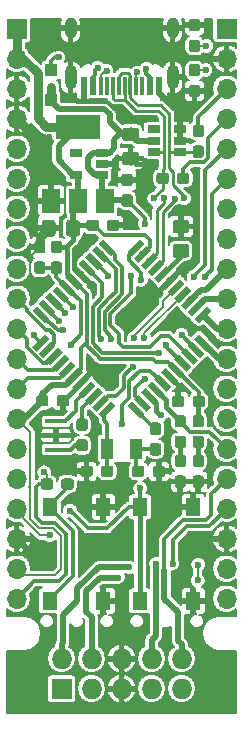
<source format=gtl>
G04 #@! TF.GenerationSoftware,KiCad,Pcbnew,5.0.2-bee76a0~70~ubuntu18.04.1*
G04 #@! TF.CreationDate,2019-07-29T11:14:37+02:00*
G04 #@! TF.ProjectId,Pic32MxRedFox,50696333-324d-4785-9265-64466f782e6b,rev?*
G04 #@! TF.SameCoordinates,PX5faea10PY8eeaea0*
G04 #@! TF.FileFunction,Copper,L1,Top*
G04 #@! TF.FilePolarity,Positive*
%FSLAX46Y46*%
G04 Gerber Fmt 4.6, Leading zero omitted, Abs format (unit mm)*
G04 Created by KiCad (PCBNEW 5.0.2-bee76a0~70~ubuntu18.04.1) date pon 29 jul 2019 11:14:37 CEST*
%MOMM*%
%LPD*%
G01*
G04 APERTURE LIST*
G04 #@! TA.AperFunction,Conductor*
%ADD10C,0.100000*%
G04 #@! TD*
G04 #@! TA.AperFunction,SMDPad,CuDef*
%ADD11C,0.950000*%
G04 #@! TD*
G04 #@! TA.AperFunction,SMDPad,CuDef*
%ADD12R,1.060000X0.650000*%
G04 #@! TD*
G04 #@! TA.AperFunction,SMDPad,CuDef*
%ADD13R,3.800000X2.000000*%
G04 #@! TD*
G04 #@! TA.AperFunction,SMDPad,CuDef*
%ADD14R,1.500000X2.000000*%
G04 #@! TD*
G04 #@! TA.AperFunction,SMDPad,CuDef*
%ADD15R,1.000000X1.800000*%
G04 #@! TD*
G04 #@! TA.AperFunction,SMDPad,CuDef*
%ADD16R,1.900000X0.400000*%
G04 #@! TD*
G04 #@! TA.AperFunction,SMDPad,CuDef*
%ADD17R,1.300000X1.550000*%
G04 #@! TD*
G04 #@! TA.AperFunction,ComponentPad*
%ADD18O,1.700000X1.700000*%
G04 #@! TD*
G04 #@! TA.AperFunction,ComponentPad*
%ADD19R,1.700000X1.700000*%
G04 #@! TD*
G04 #@! TA.AperFunction,SMDPad,CuDef*
%ADD20C,1.150000*%
G04 #@! TD*
G04 #@! TA.AperFunction,ComponentPad*
%ADD21R,1.727200X1.727200*%
G04 #@! TD*
G04 #@! TA.AperFunction,ComponentPad*
%ADD22O,1.727200X1.727200*%
G04 #@! TD*
G04 #@! TA.AperFunction,SMDPad,CuDef*
%ADD23R,1.000000X1.000000*%
G04 #@! TD*
G04 #@! TA.AperFunction,SMDPad,CuDef*
%ADD24R,0.300000X1.500000*%
G04 #@! TD*
G04 #@! TA.AperFunction,SMDPad,CuDef*
%ADD25R,0.600000X1.500000*%
G04 #@! TD*
G04 #@! TA.AperFunction,ComponentPad*
%ADD26O,1.000000X1.800000*%
G04 #@! TD*
G04 #@! TA.AperFunction,ComponentPad*
%ADD27O,1.000000X2.100000*%
G04 #@! TD*
G04 #@! TA.AperFunction,SMDPad,CuDef*
%ADD28C,0.550000*%
G04 #@! TD*
G04 #@! TA.AperFunction,ViaPad*
%ADD29C,0.600000*%
G04 #@! TD*
G04 #@! TA.AperFunction,Conductor*
%ADD30C,0.500000*%
G04 #@! TD*
G04 #@! TA.AperFunction,Conductor*
%ADD31C,0.300000*%
G04 #@! TD*
G04 #@! TA.AperFunction,Conductor*
%ADD32C,0.800000*%
G04 #@! TD*
G04 #@! TA.AperFunction,Conductor*
%ADD33C,0.400000*%
G04 #@! TD*
G04 #@! TA.AperFunction,Conductor*
%ADD34C,0.200000*%
G04 #@! TD*
G04 #@! TA.AperFunction,Conductor*
%ADD35C,0.254000*%
G04 #@! TD*
G04 APERTURE END LIST*
D10*
G04 #@! TO.N,/USBDP*
G04 #@! TO.C,R10*
G36*
X13939179Y46231956D02*
X13962234Y46228537D01*
X13984843Y46222873D01*
X14006787Y46215021D01*
X14027857Y46205056D01*
X14047848Y46193074D01*
X14066568Y46179190D01*
X14083838Y46163538D01*
X14099490Y46146268D01*
X14113374Y46127548D01*
X14125356Y46107557D01*
X14135321Y46086487D01*
X14143173Y46064543D01*
X14148837Y46041934D01*
X14152256Y46018879D01*
X14153400Y45995600D01*
X14153400Y45520600D01*
X14152256Y45497321D01*
X14148837Y45474266D01*
X14143173Y45451657D01*
X14135321Y45429713D01*
X14125356Y45408643D01*
X14113374Y45388652D01*
X14099490Y45369932D01*
X14083838Y45352662D01*
X14066568Y45337010D01*
X14047848Y45323126D01*
X14027857Y45311144D01*
X14006787Y45301179D01*
X13984843Y45293327D01*
X13962234Y45287663D01*
X13939179Y45284244D01*
X13915900Y45283100D01*
X13340900Y45283100D01*
X13317621Y45284244D01*
X13294566Y45287663D01*
X13271957Y45293327D01*
X13250013Y45301179D01*
X13228943Y45311144D01*
X13208952Y45323126D01*
X13190232Y45337010D01*
X13172962Y45352662D01*
X13157310Y45369932D01*
X13143426Y45388652D01*
X13131444Y45408643D01*
X13121479Y45429713D01*
X13113627Y45451657D01*
X13107963Y45474266D01*
X13104544Y45497321D01*
X13103400Y45520600D01*
X13103400Y45995600D01*
X13104544Y46018879D01*
X13107963Y46041934D01*
X13113627Y46064543D01*
X13121479Y46086487D01*
X13131444Y46107557D01*
X13143426Y46127548D01*
X13157310Y46146268D01*
X13172962Y46163538D01*
X13190232Y46179190D01*
X13208952Y46193074D01*
X13228943Y46205056D01*
X13250013Y46215021D01*
X13271957Y46222873D01*
X13294566Y46228537D01*
X13317621Y46231956D01*
X13340900Y46233100D01*
X13915900Y46233100D01*
X13939179Y46231956D01*
X13939179Y46231956D01*
G37*
D11*
G04 #@! TD*
G04 #@! TO.P,R10,2*
G04 #@! TO.N,/USBDP*
X13628400Y45758100D03*
D10*
G04 #@! TO.N,/RB10*
G04 #@! TO.C,R10*
G36*
X15689179Y46231956D02*
X15712234Y46228537D01*
X15734843Y46222873D01*
X15756787Y46215021D01*
X15777857Y46205056D01*
X15797848Y46193074D01*
X15816568Y46179190D01*
X15833838Y46163538D01*
X15849490Y46146268D01*
X15863374Y46127548D01*
X15875356Y46107557D01*
X15885321Y46086487D01*
X15893173Y46064543D01*
X15898837Y46041934D01*
X15902256Y46018879D01*
X15903400Y45995600D01*
X15903400Y45520600D01*
X15902256Y45497321D01*
X15898837Y45474266D01*
X15893173Y45451657D01*
X15885321Y45429713D01*
X15875356Y45408643D01*
X15863374Y45388652D01*
X15849490Y45369932D01*
X15833838Y45352662D01*
X15816568Y45337010D01*
X15797848Y45323126D01*
X15777857Y45311144D01*
X15756787Y45301179D01*
X15734843Y45293327D01*
X15712234Y45287663D01*
X15689179Y45284244D01*
X15665900Y45283100D01*
X15090900Y45283100D01*
X15067621Y45284244D01*
X15044566Y45287663D01*
X15021957Y45293327D01*
X15000013Y45301179D01*
X14978943Y45311144D01*
X14958952Y45323126D01*
X14940232Y45337010D01*
X14922962Y45352662D01*
X14907310Y45369932D01*
X14893426Y45388652D01*
X14881444Y45408643D01*
X14871479Y45429713D01*
X14863627Y45451657D01*
X14857963Y45474266D01*
X14854544Y45497321D01*
X14853400Y45520600D01*
X14853400Y45995600D01*
X14854544Y46018879D01*
X14857963Y46041934D01*
X14863627Y46064543D01*
X14871479Y46086487D01*
X14881444Y46107557D01*
X14893426Y46127548D01*
X14907310Y46146268D01*
X14922962Y46163538D01*
X14940232Y46179190D01*
X14958952Y46193074D01*
X14978943Y46205056D01*
X15000013Y46215021D01*
X15021957Y46222873D01*
X15044566Y46228537D01*
X15067621Y46231956D01*
X15090900Y46233100D01*
X15665900Y46233100D01*
X15689179Y46231956D01*
X15689179Y46231956D01*
G37*
D11*
G04 #@! TD*
G04 #@! TO.P,R10,1*
G04 #@! TO.N,/RB10*
X15378400Y45758100D03*
D10*
G04 #@! TO.N,/RB11*
G04 #@! TO.C,R9*
G36*
X16897779Y50293856D02*
X16920834Y50290437D01*
X16943443Y50284773D01*
X16965387Y50276921D01*
X16986457Y50266956D01*
X17006448Y50254974D01*
X17025168Y50241090D01*
X17042438Y50225438D01*
X17058090Y50208168D01*
X17071974Y50189448D01*
X17083956Y50169457D01*
X17093921Y50148387D01*
X17101773Y50126443D01*
X17107437Y50103834D01*
X17110856Y50080779D01*
X17112000Y50057500D01*
X17112000Y49482500D01*
X17110856Y49459221D01*
X17107437Y49436166D01*
X17101773Y49413557D01*
X17093921Y49391613D01*
X17083956Y49370543D01*
X17071974Y49350552D01*
X17058090Y49331832D01*
X17042438Y49314562D01*
X17025168Y49298910D01*
X17006448Y49285026D01*
X16986457Y49273044D01*
X16965387Y49263079D01*
X16943443Y49255227D01*
X16920834Y49249563D01*
X16897779Y49246144D01*
X16874500Y49245000D01*
X16399500Y49245000D01*
X16376221Y49246144D01*
X16353166Y49249563D01*
X16330557Y49255227D01*
X16308613Y49263079D01*
X16287543Y49273044D01*
X16267552Y49285026D01*
X16248832Y49298910D01*
X16231562Y49314562D01*
X16215910Y49331832D01*
X16202026Y49350552D01*
X16190044Y49370543D01*
X16180079Y49391613D01*
X16172227Y49413557D01*
X16166563Y49436166D01*
X16163144Y49459221D01*
X16162000Y49482500D01*
X16162000Y50057500D01*
X16163144Y50080779D01*
X16166563Y50103834D01*
X16172227Y50126443D01*
X16180079Y50148387D01*
X16190044Y50169457D01*
X16202026Y50189448D01*
X16215910Y50208168D01*
X16231562Y50225438D01*
X16248832Y50241090D01*
X16267552Y50254974D01*
X16287543Y50266956D01*
X16308613Y50276921D01*
X16330557Y50284773D01*
X16353166Y50290437D01*
X16376221Y50293856D01*
X16399500Y50295000D01*
X16874500Y50295000D01*
X16897779Y50293856D01*
X16897779Y50293856D01*
G37*
D11*
G04 #@! TD*
G04 #@! TO.P,R9,1*
G04 #@! TO.N,/RB11*
X16637000Y49770000D03*
D10*
G04 #@! TO.N,/USBDM*
G04 #@! TO.C,R9*
G36*
X16897779Y48543856D02*
X16920834Y48540437D01*
X16943443Y48534773D01*
X16965387Y48526921D01*
X16986457Y48516956D01*
X17006448Y48504974D01*
X17025168Y48491090D01*
X17042438Y48475438D01*
X17058090Y48458168D01*
X17071974Y48439448D01*
X17083956Y48419457D01*
X17093921Y48398387D01*
X17101773Y48376443D01*
X17107437Y48353834D01*
X17110856Y48330779D01*
X17112000Y48307500D01*
X17112000Y47732500D01*
X17110856Y47709221D01*
X17107437Y47686166D01*
X17101773Y47663557D01*
X17093921Y47641613D01*
X17083956Y47620543D01*
X17071974Y47600552D01*
X17058090Y47581832D01*
X17042438Y47564562D01*
X17025168Y47548910D01*
X17006448Y47535026D01*
X16986457Y47523044D01*
X16965387Y47513079D01*
X16943443Y47505227D01*
X16920834Y47499563D01*
X16897779Y47496144D01*
X16874500Y47495000D01*
X16399500Y47495000D01*
X16376221Y47496144D01*
X16353166Y47499563D01*
X16330557Y47505227D01*
X16308613Y47513079D01*
X16287543Y47523044D01*
X16267552Y47535026D01*
X16248832Y47548910D01*
X16231562Y47564562D01*
X16215910Y47581832D01*
X16202026Y47600552D01*
X16190044Y47620543D01*
X16180079Y47641613D01*
X16172227Y47663557D01*
X16166563Y47686166D01*
X16163144Y47709221D01*
X16162000Y47732500D01*
X16162000Y48307500D01*
X16163144Y48330779D01*
X16166563Y48353834D01*
X16172227Y48376443D01*
X16180079Y48398387D01*
X16190044Y48419457D01*
X16202026Y48439448D01*
X16215910Y48458168D01*
X16231562Y48475438D01*
X16248832Y48491090D01*
X16267552Y48504974D01*
X16287543Y48516956D01*
X16308613Y48526921D01*
X16330557Y48534773D01*
X16353166Y48540437D01*
X16376221Y48543856D01*
X16399500Y48545000D01*
X16874500Y48545000D01*
X16897779Y48543856D01*
X16897779Y48543856D01*
G37*
D11*
G04 #@! TD*
G04 #@! TO.P,R9,2*
G04 #@! TO.N,/USBDM*
X16637000Y48020000D03*
D10*
G04 #@! TO.N,/~RESET~*
G04 #@! TO.C,R8*
G36*
X4134779Y20349356D02*
X4157834Y20345937D01*
X4180443Y20340273D01*
X4202387Y20332421D01*
X4223457Y20322456D01*
X4243448Y20310474D01*
X4262168Y20296590D01*
X4279438Y20280938D01*
X4295090Y20263668D01*
X4308974Y20244948D01*
X4320956Y20224957D01*
X4330921Y20203887D01*
X4338773Y20181943D01*
X4344437Y20159334D01*
X4347856Y20136279D01*
X4349000Y20113000D01*
X4349000Y19638000D01*
X4347856Y19614721D01*
X4344437Y19591666D01*
X4338773Y19569057D01*
X4330921Y19547113D01*
X4320956Y19526043D01*
X4308974Y19506052D01*
X4295090Y19487332D01*
X4279438Y19470062D01*
X4262168Y19454410D01*
X4243448Y19440526D01*
X4223457Y19428544D01*
X4202387Y19418579D01*
X4180443Y19410727D01*
X4157834Y19405063D01*
X4134779Y19401644D01*
X4111500Y19400500D01*
X3536500Y19400500D01*
X3513221Y19401644D01*
X3490166Y19405063D01*
X3467557Y19410727D01*
X3445613Y19418579D01*
X3424543Y19428544D01*
X3404552Y19440526D01*
X3385832Y19454410D01*
X3368562Y19470062D01*
X3352910Y19487332D01*
X3339026Y19506052D01*
X3327044Y19526043D01*
X3317079Y19547113D01*
X3309227Y19569057D01*
X3303563Y19591666D01*
X3300144Y19614721D01*
X3299000Y19638000D01*
X3299000Y20113000D01*
X3300144Y20136279D01*
X3303563Y20159334D01*
X3309227Y20181943D01*
X3317079Y20203887D01*
X3327044Y20224957D01*
X3339026Y20244948D01*
X3352910Y20263668D01*
X3368562Y20280938D01*
X3385832Y20296590D01*
X3404552Y20310474D01*
X3424543Y20322456D01*
X3445613Y20332421D01*
X3467557Y20340273D01*
X3490166Y20345937D01*
X3513221Y20349356D01*
X3536500Y20350500D01*
X4111500Y20350500D01*
X4134779Y20349356D01*
X4134779Y20349356D01*
G37*
D11*
G04 #@! TD*
G04 #@! TO.P,R8,1*
G04 #@! TO.N,/~RESET~*
X3824000Y19875500D03*
D10*
G04 #@! TO.N,Net-(R8-Pad2)*
G04 #@! TO.C,R8*
G36*
X5884779Y20349356D02*
X5907834Y20345937D01*
X5930443Y20340273D01*
X5952387Y20332421D01*
X5973457Y20322456D01*
X5993448Y20310474D01*
X6012168Y20296590D01*
X6029438Y20280938D01*
X6045090Y20263668D01*
X6058974Y20244948D01*
X6070956Y20224957D01*
X6080921Y20203887D01*
X6088773Y20181943D01*
X6094437Y20159334D01*
X6097856Y20136279D01*
X6099000Y20113000D01*
X6099000Y19638000D01*
X6097856Y19614721D01*
X6094437Y19591666D01*
X6088773Y19569057D01*
X6080921Y19547113D01*
X6070956Y19526043D01*
X6058974Y19506052D01*
X6045090Y19487332D01*
X6029438Y19470062D01*
X6012168Y19454410D01*
X5993448Y19440526D01*
X5973457Y19428544D01*
X5952387Y19418579D01*
X5930443Y19410727D01*
X5907834Y19405063D01*
X5884779Y19401644D01*
X5861500Y19400500D01*
X5286500Y19400500D01*
X5263221Y19401644D01*
X5240166Y19405063D01*
X5217557Y19410727D01*
X5195613Y19418579D01*
X5174543Y19428544D01*
X5154552Y19440526D01*
X5135832Y19454410D01*
X5118562Y19470062D01*
X5102910Y19487332D01*
X5089026Y19506052D01*
X5077044Y19526043D01*
X5067079Y19547113D01*
X5059227Y19569057D01*
X5053563Y19591666D01*
X5050144Y19614721D01*
X5049000Y19638000D01*
X5049000Y20113000D01*
X5050144Y20136279D01*
X5053563Y20159334D01*
X5059227Y20181943D01*
X5067079Y20203887D01*
X5077044Y20224957D01*
X5089026Y20244948D01*
X5102910Y20263668D01*
X5118562Y20280938D01*
X5135832Y20296590D01*
X5154552Y20310474D01*
X5174543Y20322456D01*
X5195613Y20332421D01*
X5217557Y20340273D01*
X5240166Y20345937D01*
X5263221Y20349356D01*
X5286500Y20350500D01*
X5861500Y20350500D01*
X5884779Y20349356D01*
X5884779Y20349356D01*
G37*
D11*
G04 #@! TD*
G04 #@! TO.P,R8,2*
G04 #@! TO.N,Net-(R8-Pad2)*
X5574000Y19875500D03*
D10*
G04 #@! TO.N,GND*
G04 #@! TO.C,C1*
G36*
X3499279Y40465356D02*
X3522334Y40461937D01*
X3544943Y40456273D01*
X3566887Y40448421D01*
X3587957Y40438456D01*
X3607948Y40426474D01*
X3626668Y40412590D01*
X3643938Y40396938D01*
X3659590Y40379668D01*
X3673474Y40360948D01*
X3685456Y40340957D01*
X3695421Y40319887D01*
X3703273Y40297943D01*
X3708937Y40275334D01*
X3712356Y40252279D01*
X3713500Y40229000D01*
X3713500Y39654000D01*
X3712356Y39630721D01*
X3708937Y39607666D01*
X3703273Y39585057D01*
X3695421Y39563113D01*
X3685456Y39542043D01*
X3673474Y39522052D01*
X3659590Y39503332D01*
X3643938Y39486062D01*
X3626668Y39470410D01*
X3607948Y39456526D01*
X3587957Y39444544D01*
X3566887Y39434579D01*
X3544943Y39426727D01*
X3522334Y39421063D01*
X3499279Y39417644D01*
X3476000Y39416500D01*
X3001000Y39416500D01*
X2977721Y39417644D01*
X2954666Y39421063D01*
X2932057Y39426727D01*
X2910113Y39434579D01*
X2889043Y39444544D01*
X2869052Y39456526D01*
X2850332Y39470410D01*
X2833062Y39486062D01*
X2817410Y39503332D01*
X2803526Y39522052D01*
X2791544Y39542043D01*
X2781579Y39563113D01*
X2773727Y39585057D01*
X2768063Y39607666D01*
X2764644Y39630721D01*
X2763500Y39654000D01*
X2763500Y40229000D01*
X2764644Y40252279D01*
X2768063Y40275334D01*
X2773727Y40297943D01*
X2781579Y40319887D01*
X2791544Y40340957D01*
X2803526Y40360948D01*
X2817410Y40379668D01*
X2833062Y40396938D01*
X2850332Y40412590D01*
X2869052Y40426474D01*
X2889043Y40438456D01*
X2910113Y40448421D01*
X2932057Y40456273D01*
X2954666Y40461937D01*
X2977721Y40465356D01*
X3001000Y40466500D01*
X3476000Y40466500D01*
X3499279Y40465356D01*
X3499279Y40465356D01*
G37*
D11*
G04 #@! TD*
G04 #@! TO.P,C1,2*
G04 #@! TO.N,GND*
X3238500Y39941500D03*
D10*
G04 #@! TO.N,/~RESET~*
G04 #@! TO.C,C1*
G36*
X3499279Y38715358D02*
X3522334Y38711939D01*
X3544943Y38706275D01*
X3566887Y38698423D01*
X3587957Y38688458D01*
X3607948Y38676476D01*
X3626668Y38662592D01*
X3643938Y38646940D01*
X3659590Y38629670D01*
X3673474Y38610950D01*
X3685456Y38590959D01*
X3695421Y38569889D01*
X3703273Y38547945D01*
X3708937Y38525336D01*
X3712356Y38502281D01*
X3713500Y38479002D01*
X3713500Y37904002D01*
X3712356Y37880723D01*
X3708937Y37857668D01*
X3703273Y37835059D01*
X3695421Y37813115D01*
X3685456Y37792045D01*
X3673474Y37772054D01*
X3659590Y37753334D01*
X3643938Y37736064D01*
X3626668Y37720412D01*
X3607948Y37706528D01*
X3587957Y37694546D01*
X3566887Y37684581D01*
X3544943Y37676729D01*
X3522334Y37671065D01*
X3499279Y37667646D01*
X3476000Y37666502D01*
X3001000Y37666502D01*
X2977721Y37667646D01*
X2954666Y37671065D01*
X2932057Y37676729D01*
X2910113Y37684581D01*
X2889043Y37694546D01*
X2869052Y37706528D01*
X2850332Y37720412D01*
X2833062Y37736064D01*
X2817410Y37753334D01*
X2803526Y37772054D01*
X2791544Y37792045D01*
X2781579Y37813115D01*
X2773727Y37835059D01*
X2768063Y37857668D01*
X2764644Y37880723D01*
X2763500Y37904002D01*
X2763500Y38479002D01*
X2764644Y38502281D01*
X2768063Y38525336D01*
X2773727Y38547945D01*
X2781579Y38569889D01*
X2791544Y38590959D01*
X2803526Y38610950D01*
X2817410Y38629670D01*
X2833062Y38646940D01*
X2850332Y38662592D01*
X2869052Y38676476D01*
X2889043Y38688458D01*
X2910113Y38698423D01*
X2932057Y38706275D01*
X2954666Y38711939D01*
X2977721Y38715358D01*
X3001000Y38716502D01*
X3476000Y38716502D01*
X3499279Y38715358D01*
X3499279Y38715358D01*
G37*
D11*
G04 #@! TD*
G04 #@! TO.P,C1,1*
G04 #@! TO.N,/~RESET~*
X3238500Y38191502D03*
D10*
G04 #@! TO.N,/~RESET~*
G04 #@! TO.C,R7*
G36*
X4896279Y38715356D02*
X4919334Y38711937D01*
X4941943Y38706273D01*
X4963887Y38698421D01*
X4984957Y38688456D01*
X5004948Y38676474D01*
X5023668Y38662590D01*
X5040938Y38646938D01*
X5056590Y38629668D01*
X5070474Y38610948D01*
X5082456Y38590957D01*
X5092421Y38569887D01*
X5100273Y38547943D01*
X5105937Y38525334D01*
X5109356Y38502279D01*
X5110500Y38479000D01*
X5110500Y37904000D01*
X5109356Y37880721D01*
X5105937Y37857666D01*
X5100273Y37835057D01*
X5092421Y37813113D01*
X5082456Y37792043D01*
X5070474Y37772052D01*
X5056590Y37753332D01*
X5040938Y37736062D01*
X5023668Y37720410D01*
X5004948Y37706526D01*
X4984957Y37694544D01*
X4963887Y37684579D01*
X4941943Y37676727D01*
X4919334Y37671063D01*
X4896279Y37667644D01*
X4873000Y37666500D01*
X4398000Y37666500D01*
X4374721Y37667644D01*
X4351666Y37671063D01*
X4329057Y37676727D01*
X4307113Y37684579D01*
X4286043Y37694544D01*
X4266052Y37706526D01*
X4247332Y37720410D01*
X4230062Y37736062D01*
X4214410Y37753332D01*
X4200526Y37772052D01*
X4188544Y37792043D01*
X4178579Y37813113D01*
X4170727Y37835057D01*
X4165063Y37857666D01*
X4161644Y37880721D01*
X4160500Y37904000D01*
X4160500Y38479000D01*
X4161644Y38502279D01*
X4165063Y38525334D01*
X4170727Y38547943D01*
X4178579Y38569887D01*
X4188544Y38590957D01*
X4200526Y38610948D01*
X4214410Y38629668D01*
X4230062Y38646938D01*
X4247332Y38662590D01*
X4266052Y38676474D01*
X4286043Y38688456D01*
X4307113Y38698421D01*
X4329057Y38706273D01*
X4351666Y38711937D01*
X4374721Y38715356D01*
X4398000Y38716500D01*
X4873000Y38716500D01*
X4896279Y38715356D01*
X4896279Y38715356D01*
G37*
D11*
G04 #@! TD*
G04 #@! TO.P,R7,1*
G04 #@! TO.N,/~RESET~*
X4635500Y38191500D03*
D10*
G04 #@! TO.N,+3V3*
G04 #@! TO.C,R7*
G36*
X4896279Y40465356D02*
X4919334Y40461937D01*
X4941943Y40456273D01*
X4963887Y40448421D01*
X4984957Y40438456D01*
X5004948Y40426474D01*
X5023668Y40412590D01*
X5040938Y40396938D01*
X5056590Y40379668D01*
X5070474Y40360948D01*
X5082456Y40340957D01*
X5092421Y40319887D01*
X5100273Y40297943D01*
X5105937Y40275334D01*
X5109356Y40252279D01*
X5110500Y40229000D01*
X5110500Y39654000D01*
X5109356Y39630721D01*
X5105937Y39607666D01*
X5100273Y39585057D01*
X5092421Y39563113D01*
X5082456Y39542043D01*
X5070474Y39522052D01*
X5056590Y39503332D01*
X5040938Y39486062D01*
X5023668Y39470410D01*
X5004948Y39456526D01*
X4984957Y39444544D01*
X4963887Y39434579D01*
X4941943Y39426727D01*
X4919334Y39421063D01*
X4896279Y39417644D01*
X4873000Y39416500D01*
X4398000Y39416500D01*
X4374721Y39417644D01*
X4351666Y39421063D01*
X4329057Y39426727D01*
X4307113Y39434579D01*
X4286043Y39444544D01*
X4266052Y39456526D01*
X4247332Y39470410D01*
X4230062Y39486062D01*
X4214410Y39503332D01*
X4200526Y39522052D01*
X4188544Y39542043D01*
X4178579Y39563113D01*
X4170727Y39585057D01*
X4165063Y39607666D01*
X4161644Y39630721D01*
X4160500Y39654000D01*
X4160500Y40229000D01*
X4161644Y40252279D01*
X4165063Y40275334D01*
X4170727Y40297943D01*
X4178579Y40319887D01*
X4188544Y40340957D01*
X4200526Y40360948D01*
X4214410Y40379668D01*
X4230062Y40396938D01*
X4247332Y40412590D01*
X4266052Y40426474D01*
X4286043Y40438456D01*
X4307113Y40448421D01*
X4329057Y40456273D01*
X4351666Y40461937D01*
X4374721Y40465356D01*
X4398000Y40466500D01*
X4873000Y40466500D01*
X4896279Y40465356D01*
X4896279Y40465356D01*
G37*
D11*
G04 #@! TD*
G04 #@! TO.P,R7,2*
G04 #@! TO.N,+3V3*
X4635500Y39941500D03*
D10*
G04 #@! TO.N,+3V3*
G04 #@! TO.C,C9*
G36*
X16997279Y27334356D02*
X17020334Y27330937D01*
X17042943Y27325273D01*
X17064887Y27317421D01*
X17085957Y27307456D01*
X17105948Y27295474D01*
X17124668Y27281590D01*
X17141938Y27265938D01*
X17157590Y27248668D01*
X17171474Y27229948D01*
X17183456Y27209957D01*
X17193421Y27188887D01*
X17201273Y27166943D01*
X17206937Y27144334D01*
X17210356Y27121279D01*
X17211500Y27098000D01*
X17211500Y26623000D01*
X17210356Y26599721D01*
X17206937Y26576666D01*
X17201273Y26554057D01*
X17193421Y26532113D01*
X17183456Y26511043D01*
X17171474Y26491052D01*
X17157590Y26472332D01*
X17141938Y26455062D01*
X17124668Y26439410D01*
X17105948Y26425526D01*
X17085957Y26413544D01*
X17064887Y26403579D01*
X17042943Y26395727D01*
X17020334Y26390063D01*
X16997279Y26386644D01*
X16974000Y26385500D01*
X16399000Y26385500D01*
X16375721Y26386644D01*
X16352666Y26390063D01*
X16330057Y26395727D01*
X16308113Y26403579D01*
X16287043Y26413544D01*
X16267052Y26425526D01*
X16248332Y26439410D01*
X16231062Y26455062D01*
X16215410Y26472332D01*
X16201526Y26491052D01*
X16189544Y26511043D01*
X16179579Y26532113D01*
X16171727Y26554057D01*
X16166063Y26576666D01*
X16162644Y26599721D01*
X16161500Y26623000D01*
X16161500Y27098000D01*
X16162644Y27121279D01*
X16166063Y27144334D01*
X16171727Y27166943D01*
X16179579Y27188887D01*
X16189544Y27209957D01*
X16201526Y27229948D01*
X16215410Y27248668D01*
X16231062Y27265938D01*
X16248332Y27281590D01*
X16267052Y27295474D01*
X16287043Y27307456D01*
X16308113Y27317421D01*
X16330057Y27325273D01*
X16352666Y27330937D01*
X16375721Y27334356D01*
X16399000Y27335500D01*
X16974000Y27335500D01*
X16997279Y27334356D01*
X16997279Y27334356D01*
G37*
D11*
G04 #@! TD*
G04 #@! TO.P,C9,1*
G04 #@! TO.N,+3V3*
X16686500Y26860500D03*
D10*
G04 #@! TO.N,GND*
G04 #@! TO.C,C9*
G36*
X15247279Y27334356D02*
X15270334Y27330937D01*
X15292943Y27325273D01*
X15314887Y27317421D01*
X15335957Y27307456D01*
X15355948Y27295474D01*
X15374668Y27281590D01*
X15391938Y27265938D01*
X15407590Y27248668D01*
X15421474Y27229948D01*
X15433456Y27209957D01*
X15443421Y27188887D01*
X15451273Y27166943D01*
X15456937Y27144334D01*
X15460356Y27121279D01*
X15461500Y27098000D01*
X15461500Y26623000D01*
X15460356Y26599721D01*
X15456937Y26576666D01*
X15451273Y26554057D01*
X15443421Y26532113D01*
X15433456Y26511043D01*
X15421474Y26491052D01*
X15407590Y26472332D01*
X15391938Y26455062D01*
X15374668Y26439410D01*
X15355948Y26425526D01*
X15335957Y26413544D01*
X15314887Y26403579D01*
X15292943Y26395727D01*
X15270334Y26390063D01*
X15247279Y26386644D01*
X15224000Y26385500D01*
X14649000Y26385500D01*
X14625721Y26386644D01*
X14602666Y26390063D01*
X14580057Y26395727D01*
X14558113Y26403579D01*
X14537043Y26413544D01*
X14517052Y26425526D01*
X14498332Y26439410D01*
X14481062Y26455062D01*
X14465410Y26472332D01*
X14451526Y26491052D01*
X14439544Y26511043D01*
X14429579Y26532113D01*
X14421727Y26554057D01*
X14416063Y26576666D01*
X14412644Y26599721D01*
X14411500Y26623000D01*
X14411500Y27098000D01*
X14412644Y27121279D01*
X14416063Y27144334D01*
X14421727Y27166943D01*
X14429579Y27188887D01*
X14439544Y27209957D01*
X14451526Y27229948D01*
X14465410Y27248668D01*
X14481062Y27265938D01*
X14498332Y27281590D01*
X14517052Y27295474D01*
X14537043Y27307456D01*
X14558113Y27317421D01*
X14580057Y27325273D01*
X14602666Y27330937D01*
X14625721Y27334356D01*
X14649000Y27335500D01*
X15224000Y27335500D01*
X15247279Y27334356D01*
X15247279Y27334356D01*
G37*
D11*
G04 #@! TD*
G04 #@! TO.P,C9,2*
G04 #@! TO.N,GND*
X14936500Y26860500D03*
D12*
G04 #@! TO.P,U3,1*
G04 #@! TO.N,/USBDM*
X15070000Y48008500D03*
G04 #@! TO.P,U3,2*
G04 #@! TO.N,GND*
X15070000Y48958500D03*
G04 #@! TO.P,U3,3*
X15070000Y49908500D03*
G04 #@! TO.P,U3,4*
G04 #@! TO.N,Net-(U3-Pad4)*
X12870000Y49908500D03*
G04 #@! TO.P,U3,6*
G04 #@! TO.N,/USBDP*
X12870000Y48008500D03*
G04 #@! TO.P,U3,5*
G04 #@! TO.N,+5V*
X12870000Y48958500D03*
G04 #@! TD*
D13*
G04 #@! TO.P,U1,2*
G04 #@! TO.N,+3V3*
X6477000Y50140000D03*
D14*
X6477000Y43840000D03*
G04 #@! TO.P,U1,3*
G04 #@! TO.N,+5V*
X8777000Y43840000D03*
G04 #@! TO.P,U1,1*
G04 #@! TO.N,GND*
X4177000Y43840000D03*
G04 #@! TD*
D15*
G04 #@! TO.P,Y2,1*
G04 #@! TO.N,/SOSCI*
X8910000Y22860000D03*
G04 #@! TO.P,Y2,2*
G04 #@! TO.N,Net-(C6-Pad1)*
X11410000Y22860000D03*
G04 #@! TD*
D16*
G04 #@! TO.P,Y1,1*
G04 #@! TO.N,/OSC1*
X4622800Y25177600D03*
G04 #@! TO.P,Y1,2*
G04 #@! TO.N,GND*
X4622800Y23977600D03*
G04 #@! TO.P,Y1,3*
G04 #@! TO.N,Net-(R1-Pad2)*
X4622800Y22777600D03*
G04 #@! TD*
D10*
G04 #@! TO.N,Net-(C6-Pad1)*
G04 #@! TO.C,R6*
G36*
X13278279Y23334356D02*
X13301334Y23330937D01*
X13323943Y23325273D01*
X13345887Y23317421D01*
X13366957Y23307456D01*
X13386948Y23295474D01*
X13405668Y23281590D01*
X13422938Y23265938D01*
X13438590Y23248668D01*
X13452474Y23229948D01*
X13464456Y23209957D01*
X13474421Y23188887D01*
X13482273Y23166943D01*
X13487937Y23144334D01*
X13491356Y23121279D01*
X13492500Y23098000D01*
X13492500Y22523000D01*
X13491356Y22499721D01*
X13487937Y22476666D01*
X13482273Y22454057D01*
X13474421Y22432113D01*
X13464456Y22411043D01*
X13452474Y22391052D01*
X13438590Y22372332D01*
X13422938Y22355062D01*
X13405668Y22339410D01*
X13386948Y22325526D01*
X13366957Y22313544D01*
X13345887Y22303579D01*
X13323943Y22295727D01*
X13301334Y22290063D01*
X13278279Y22286644D01*
X13255000Y22285500D01*
X12780000Y22285500D01*
X12756721Y22286644D01*
X12733666Y22290063D01*
X12711057Y22295727D01*
X12689113Y22303579D01*
X12668043Y22313544D01*
X12648052Y22325526D01*
X12629332Y22339410D01*
X12612062Y22355062D01*
X12596410Y22372332D01*
X12582526Y22391052D01*
X12570544Y22411043D01*
X12560579Y22432113D01*
X12552727Y22454057D01*
X12547063Y22476666D01*
X12543644Y22499721D01*
X12542500Y22523000D01*
X12542500Y23098000D01*
X12543644Y23121279D01*
X12547063Y23144334D01*
X12552727Y23166943D01*
X12560579Y23188887D01*
X12570544Y23209957D01*
X12582526Y23229948D01*
X12596410Y23248668D01*
X12612062Y23265938D01*
X12629332Y23281590D01*
X12648052Y23295474D01*
X12668043Y23307456D01*
X12689113Y23317421D01*
X12711057Y23325273D01*
X12733666Y23330937D01*
X12756721Y23334356D01*
X12780000Y23335500D01*
X13255000Y23335500D01*
X13278279Y23334356D01*
X13278279Y23334356D01*
G37*
D11*
G04 #@! TD*
G04 #@! TO.P,R6,2*
G04 #@! TO.N,Net-(C6-Pad1)*
X13017500Y22810500D03*
D10*
G04 #@! TO.N,/SOSCO*
G04 #@! TO.C,R6*
G36*
X13278279Y25084356D02*
X13301334Y25080937D01*
X13323943Y25075273D01*
X13345887Y25067421D01*
X13366957Y25057456D01*
X13386948Y25045474D01*
X13405668Y25031590D01*
X13422938Y25015938D01*
X13438590Y24998668D01*
X13452474Y24979948D01*
X13464456Y24959957D01*
X13474421Y24938887D01*
X13482273Y24916943D01*
X13487937Y24894334D01*
X13491356Y24871279D01*
X13492500Y24848000D01*
X13492500Y24273000D01*
X13491356Y24249721D01*
X13487937Y24226666D01*
X13482273Y24204057D01*
X13474421Y24182113D01*
X13464456Y24161043D01*
X13452474Y24141052D01*
X13438590Y24122332D01*
X13422938Y24105062D01*
X13405668Y24089410D01*
X13386948Y24075526D01*
X13366957Y24063544D01*
X13345887Y24053579D01*
X13323943Y24045727D01*
X13301334Y24040063D01*
X13278279Y24036644D01*
X13255000Y24035500D01*
X12780000Y24035500D01*
X12756721Y24036644D01*
X12733666Y24040063D01*
X12711057Y24045727D01*
X12689113Y24053579D01*
X12668043Y24063544D01*
X12648052Y24075526D01*
X12629332Y24089410D01*
X12612062Y24105062D01*
X12596410Y24122332D01*
X12582526Y24141052D01*
X12570544Y24161043D01*
X12560579Y24182113D01*
X12552727Y24204057D01*
X12547063Y24226666D01*
X12543644Y24249721D01*
X12542500Y24273000D01*
X12542500Y24848000D01*
X12543644Y24871279D01*
X12547063Y24894334D01*
X12552727Y24916943D01*
X12560579Y24938887D01*
X12570544Y24959957D01*
X12582526Y24979948D01*
X12596410Y24998668D01*
X12612062Y25015938D01*
X12629332Y25031590D01*
X12648052Y25045474D01*
X12668043Y25057456D01*
X12689113Y25067421D01*
X12711057Y25075273D01*
X12733666Y25080937D01*
X12756721Y25084356D01*
X12780000Y25085500D01*
X13255000Y25085500D01*
X13278279Y25084356D01*
X13278279Y25084356D01*
G37*
D11*
G04 #@! TD*
G04 #@! TO.P,R6,1*
G04 #@! TO.N,/SOSCO*
X13017500Y24560500D03*
D10*
G04 #@! TO.N,/OSC2*
G04 #@! TO.C,R1*
G36*
X7067979Y25427256D02*
X7091034Y25423837D01*
X7113643Y25418173D01*
X7135587Y25410321D01*
X7156657Y25400356D01*
X7176648Y25388374D01*
X7195368Y25374490D01*
X7212638Y25358838D01*
X7228290Y25341568D01*
X7242174Y25322848D01*
X7254156Y25302857D01*
X7264121Y25281787D01*
X7271973Y25259843D01*
X7277637Y25237234D01*
X7281056Y25214179D01*
X7282200Y25190900D01*
X7282200Y24615900D01*
X7281056Y24592621D01*
X7277637Y24569566D01*
X7271973Y24546957D01*
X7264121Y24525013D01*
X7254156Y24503943D01*
X7242174Y24483952D01*
X7228290Y24465232D01*
X7212638Y24447962D01*
X7195368Y24432310D01*
X7176648Y24418426D01*
X7156657Y24406444D01*
X7135587Y24396479D01*
X7113643Y24388627D01*
X7091034Y24382963D01*
X7067979Y24379544D01*
X7044700Y24378400D01*
X6569700Y24378400D01*
X6546421Y24379544D01*
X6523366Y24382963D01*
X6500757Y24388627D01*
X6478813Y24396479D01*
X6457743Y24406444D01*
X6437752Y24418426D01*
X6419032Y24432310D01*
X6401762Y24447962D01*
X6386110Y24465232D01*
X6372226Y24483952D01*
X6360244Y24503943D01*
X6350279Y24525013D01*
X6342427Y24546957D01*
X6336763Y24569566D01*
X6333344Y24592621D01*
X6332200Y24615900D01*
X6332200Y25190900D01*
X6333344Y25214179D01*
X6336763Y25237234D01*
X6342427Y25259843D01*
X6350279Y25281787D01*
X6360244Y25302857D01*
X6372226Y25322848D01*
X6386110Y25341568D01*
X6401762Y25358838D01*
X6419032Y25374490D01*
X6437752Y25388374D01*
X6457743Y25400356D01*
X6478813Y25410321D01*
X6500757Y25418173D01*
X6523366Y25423837D01*
X6546421Y25427256D01*
X6569700Y25428400D01*
X7044700Y25428400D01*
X7067979Y25427256D01*
X7067979Y25427256D01*
G37*
D11*
G04 #@! TD*
G04 #@! TO.P,R1,1*
G04 #@! TO.N,/OSC2*
X6807200Y24903400D03*
D10*
G04 #@! TO.N,Net-(R1-Pad2)*
G04 #@! TO.C,R1*
G36*
X7067979Y23677256D02*
X7091034Y23673837D01*
X7113643Y23668173D01*
X7135587Y23660321D01*
X7156657Y23650356D01*
X7176648Y23638374D01*
X7195368Y23624490D01*
X7212638Y23608838D01*
X7228290Y23591568D01*
X7242174Y23572848D01*
X7254156Y23552857D01*
X7264121Y23531787D01*
X7271973Y23509843D01*
X7277637Y23487234D01*
X7281056Y23464179D01*
X7282200Y23440900D01*
X7282200Y22865900D01*
X7281056Y22842621D01*
X7277637Y22819566D01*
X7271973Y22796957D01*
X7264121Y22775013D01*
X7254156Y22753943D01*
X7242174Y22733952D01*
X7228290Y22715232D01*
X7212638Y22697962D01*
X7195368Y22682310D01*
X7176648Y22668426D01*
X7156657Y22656444D01*
X7135587Y22646479D01*
X7113643Y22638627D01*
X7091034Y22632963D01*
X7067979Y22629544D01*
X7044700Y22628400D01*
X6569700Y22628400D01*
X6546421Y22629544D01*
X6523366Y22632963D01*
X6500757Y22638627D01*
X6478813Y22646479D01*
X6457743Y22656444D01*
X6437752Y22668426D01*
X6419032Y22682310D01*
X6401762Y22697962D01*
X6386110Y22715232D01*
X6372226Y22733952D01*
X6360244Y22753943D01*
X6350279Y22775013D01*
X6342427Y22796957D01*
X6336763Y22819566D01*
X6333344Y22842621D01*
X6332200Y22865900D01*
X6332200Y23440900D01*
X6333344Y23464179D01*
X6336763Y23487234D01*
X6342427Y23509843D01*
X6350279Y23531787D01*
X6360244Y23552857D01*
X6372226Y23572848D01*
X6386110Y23591568D01*
X6401762Y23608838D01*
X6419032Y23624490D01*
X6437752Y23638374D01*
X6457743Y23650356D01*
X6478813Y23660321D01*
X6500757Y23668173D01*
X6523366Y23673837D01*
X6546421Y23677256D01*
X6569700Y23678400D01*
X7044700Y23678400D01*
X7067979Y23677256D01*
X7067979Y23677256D01*
G37*
D11*
G04 #@! TD*
G04 #@! TO.P,R1,2*
G04 #@! TO.N,Net-(R1-Pad2)*
X6807200Y23153400D03*
D17*
G04 #@! TO.P,SW2,2*
G04 #@! TO.N,GND*
X8600000Y17945000D03*
X8600000Y9995000D03*
G04 #@! TO.P,SW2,1*
G04 #@! TO.N,Net-(R8-Pad2)*
X4100000Y17945000D03*
X4100000Y9995000D03*
G04 #@! TD*
G04 #@! TO.P,SW1,1*
G04 #@! TO.N,/BTN_USER*
X11720000Y9995000D03*
X11720000Y17945000D03*
G04 #@! TO.P,SW1,2*
G04 #@! TO.N,GND*
X16220000Y9995000D03*
X16220000Y17945000D03*
G04 #@! TD*
D18*
G04 #@! TO.P,J4,20*
G04 #@! TO.N,/UART2_TX*
X19050000Y10160000D03*
G04 #@! TO.P,J4,19*
G04 #@! TO.N,/UART2_RX*
X19050000Y12700000D03*
G04 #@! TO.P,J4,18*
G04 #@! TO.N,GND*
X19050000Y15240000D03*
G04 #@! TO.P,J4,17*
G04 #@! TO.N,/TDO*
X19050000Y17780000D03*
G04 #@! TO.P,J4,16*
G04 #@! TO.N,/TDI*
X19050000Y20320000D03*
G04 #@! TO.P,J4,15*
G04 #@! TO.N,/LED_USER*
X19050000Y22860000D03*
G04 #@! TO.P,J4,14*
G04 #@! TO.N,/RC3/AN12*
X19050000Y25400000D03*
G04 #@! TO.P,J4,13*
G04 #@! TO.N,/RB15/AN9*
X19050000Y27940000D03*
G04 #@! TO.P,J4,12*
G04 #@! TO.N,/SCL1*
X19050000Y30480000D03*
G04 #@! TO.P,J4,11*
G04 #@! TO.N,/SDA1*
X19050000Y33020000D03*
G04 #@! TO.P,J4,10*
G04 #@! TO.N,/UART1_RX*
X19050000Y35560000D03*
G04 #@! TO.P,J4,9*
G04 #@! TO.N,/UART1_TX*
X19050000Y38100000D03*
G04 #@! TO.P,J4,8*
G04 #@! TO.N,/SCK1*
X19050000Y40640000D03*
G04 #@! TO.P,J4,7*
G04 #@! TO.N,/SDO1*
X19050000Y43180000D03*
G04 #@! TO.P,J4,6*
G04 #@! TO.N,/SDI1*
X19050000Y45720000D03*
G04 #@! TO.P,J4,5*
G04 #@! TO.N,/RB7*
X19050000Y48260000D03*
G04 #@! TO.P,J4,4*
G04 #@! TO.N,/RB10*
X19050000Y50800000D03*
G04 #@! TO.P,J4,3*
G04 #@! TO.N,/RB11*
X19050000Y53340000D03*
G04 #@! TO.P,J4,2*
G04 #@! TO.N,GND*
X19050000Y55880000D03*
D19*
G04 #@! TO.P,J4,1*
G04 #@! TO.N,+5V*
X19050000Y58420000D03*
G04 #@! TD*
G04 #@! TO.P,J3,1*
G04 #@! TO.N,+3V3*
X1270000Y58420000D03*
D18*
G04 #@! TO.P,J3,2*
X1270000Y55880000D03*
G04 #@! TO.P,J3,3*
G04 #@! TO.N,GND*
X1270000Y53340000D03*
G04 #@! TO.P,J3,4*
X1270000Y50800000D03*
G04 #@! TO.P,J3,5*
G04 #@! TO.N,/RA0/AN0*
X1270000Y48260000D03*
G04 #@! TO.P,J3,6*
G04 #@! TO.N,/RA1/AN1*
X1270000Y45720000D03*
G04 #@! TO.P,J3,7*
G04 #@! TO.N,/RB0/AN2*
X1270000Y43180000D03*
G04 #@! TO.P,J3,8*
G04 #@! TO.N,/RB1/AN3*
X1270000Y40640000D03*
G04 #@! TO.P,J3,9*
G04 #@! TO.N,/RB2/AN4*
X1270000Y38100000D03*
G04 #@! TO.P,J3,10*
G04 #@! TO.N,/RB3/AN5*
X1270000Y35560000D03*
G04 #@! TO.P,J3,11*
G04 #@! TO.N,/RC0/AN6*
X1270000Y33020000D03*
G04 #@! TO.P,J3,12*
G04 #@! TO.N,/RC1/AN7*
X1270000Y30480000D03*
G04 #@! TO.P,J3,13*
G04 #@! TO.N,/RC2/AN8*
X1270000Y27940000D03*
G04 #@! TO.P,J3,14*
G04 #@! TO.N,+3V3*
X1270000Y25400000D03*
G04 #@! TO.P,J3,15*
G04 #@! TO.N,/BTN_USER*
X1270000Y22860000D03*
G04 #@! TO.P,J3,16*
G04 #@! TO.N,/TCK/PGEC4*
X1270000Y20320000D03*
G04 #@! TO.P,J3,17*
G04 #@! TO.N,/TMS/PGED4*
X1270000Y17780000D03*
G04 #@! TO.P,J3,18*
G04 #@! TO.N,GND*
X1270000Y15240000D03*
G04 #@! TO.P,J3,19*
G04 #@! TO.N,+3V3*
X1270000Y12700000D03*
G04 #@! TO.P,J3,20*
G04 #@! TO.N,/~RESET~*
X1270000Y10160000D03*
G04 #@! TD*
D10*
G04 #@! TO.N,GND*
G04 #@! TO.C,C4*
G36*
X7500279Y21428856D02*
X7523334Y21425437D01*
X7545943Y21419773D01*
X7567887Y21411921D01*
X7588957Y21401956D01*
X7608948Y21389974D01*
X7627668Y21376090D01*
X7644938Y21360438D01*
X7660590Y21343168D01*
X7674474Y21324448D01*
X7686456Y21304457D01*
X7696421Y21283387D01*
X7704273Y21261443D01*
X7709937Y21238834D01*
X7713356Y21215779D01*
X7714500Y21192500D01*
X7714500Y20717500D01*
X7713356Y20694221D01*
X7709937Y20671166D01*
X7704273Y20648557D01*
X7696421Y20626613D01*
X7686456Y20605543D01*
X7674474Y20585552D01*
X7660590Y20566832D01*
X7644938Y20549562D01*
X7627668Y20533910D01*
X7608948Y20520026D01*
X7588957Y20508044D01*
X7567887Y20498079D01*
X7545943Y20490227D01*
X7523334Y20484563D01*
X7500279Y20481144D01*
X7477000Y20480000D01*
X6902000Y20480000D01*
X6878721Y20481144D01*
X6855666Y20484563D01*
X6833057Y20490227D01*
X6811113Y20498079D01*
X6790043Y20508044D01*
X6770052Y20520026D01*
X6751332Y20533910D01*
X6734062Y20549562D01*
X6718410Y20566832D01*
X6704526Y20585552D01*
X6692544Y20605543D01*
X6682579Y20626613D01*
X6674727Y20648557D01*
X6669063Y20671166D01*
X6665644Y20694221D01*
X6664500Y20717500D01*
X6664500Y21192500D01*
X6665644Y21215779D01*
X6669063Y21238834D01*
X6674727Y21261443D01*
X6682579Y21283387D01*
X6692544Y21304457D01*
X6704526Y21324448D01*
X6718410Y21343168D01*
X6734062Y21360438D01*
X6751332Y21376090D01*
X6770052Y21389974D01*
X6790043Y21401956D01*
X6811113Y21411921D01*
X6833057Y21419773D01*
X6855666Y21425437D01*
X6878721Y21428856D01*
X6902000Y21430000D01*
X7477000Y21430000D01*
X7500279Y21428856D01*
X7500279Y21428856D01*
G37*
D11*
G04 #@! TD*
G04 #@! TO.P,C4,2*
G04 #@! TO.N,GND*
X7189500Y20955000D03*
D10*
G04 #@! TO.N,/SOSCI*
G04 #@! TO.C,C4*
G36*
X9250279Y21428856D02*
X9273334Y21425437D01*
X9295943Y21419773D01*
X9317887Y21411921D01*
X9338957Y21401956D01*
X9358948Y21389974D01*
X9377668Y21376090D01*
X9394938Y21360438D01*
X9410590Y21343168D01*
X9424474Y21324448D01*
X9436456Y21304457D01*
X9446421Y21283387D01*
X9454273Y21261443D01*
X9459937Y21238834D01*
X9463356Y21215779D01*
X9464500Y21192500D01*
X9464500Y20717500D01*
X9463356Y20694221D01*
X9459937Y20671166D01*
X9454273Y20648557D01*
X9446421Y20626613D01*
X9436456Y20605543D01*
X9424474Y20585552D01*
X9410590Y20566832D01*
X9394938Y20549562D01*
X9377668Y20533910D01*
X9358948Y20520026D01*
X9338957Y20508044D01*
X9317887Y20498079D01*
X9295943Y20490227D01*
X9273334Y20484563D01*
X9250279Y20481144D01*
X9227000Y20480000D01*
X8652000Y20480000D01*
X8628721Y20481144D01*
X8605666Y20484563D01*
X8583057Y20490227D01*
X8561113Y20498079D01*
X8540043Y20508044D01*
X8520052Y20520026D01*
X8501332Y20533910D01*
X8484062Y20549562D01*
X8468410Y20566832D01*
X8454526Y20585552D01*
X8442544Y20605543D01*
X8432579Y20626613D01*
X8424727Y20648557D01*
X8419063Y20671166D01*
X8415644Y20694221D01*
X8414500Y20717500D01*
X8414500Y21192500D01*
X8415644Y21215779D01*
X8419063Y21238834D01*
X8424727Y21261443D01*
X8432579Y21283387D01*
X8442544Y21304457D01*
X8454526Y21324448D01*
X8468410Y21343168D01*
X8484062Y21360438D01*
X8501332Y21376090D01*
X8520052Y21389974D01*
X8540043Y21401956D01*
X8561113Y21411921D01*
X8583057Y21419773D01*
X8605666Y21425437D01*
X8628721Y21428856D01*
X8652000Y21430000D01*
X9227000Y21430000D01*
X9250279Y21428856D01*
X9250279Y21428856D01*
G37*
D11*
G04 #@! TD*
G04 #@! TO.P,C4,1*
G04 #@! TO.N,/SOSCI*
X8939500Y20955000D03*
D10*
G04 #@! TO.N,GND*
G04 #@! TO.C,C5*
G36*
X10877979Y46153656D02*
X10901034Y46150237D01*
X10923643Y46144573D01*
X10945587Y46136721D01*
X10966657Y46126756D01*
X10986648Y46114774D01*
X11005368Y46100890D01*
X11022638Y46085238D01*
X11038290Y46067968D01*
X11052174Y46049248D01*
X11064156Y46029257D01*
X11074121Y46008187D01*
X11081973Y45986243D01*
X11087637Y45963634D01*
X11091056Y45940579D01*
X11092200Y45917300D01*
X11092200Y45342300D01*
X11091056Y45319021D01*
X11087637Y45295966D01*
X11081973Y45273357D01*
X11074121Y45251413D01*
X11064156Y45230343D01*
X11052174Y45210352D01*
X11038290Y45191632D01*
X11022638Y45174362D01*
X11005368Y45158710D01*
X10986648Y45144826D01*
X10966657Y45132844D01*
X10945587Y45122879D01*
X10923643Y45115027D01*
X10901034Y45109363D01*
X10877979Y45105944D01*
X10854700Y45104800D01*
X10379700Y45104800D01*
X10356421Y45105944D01*
X10333366Y45109363D01*
X10310757Y45115027D01*
X10288813Y45122879D01*
X10267743Y45132844D01*
X10247752Y45144826D01*
X10229032Y45158710D01*
X10211762Y45174362D01*
X10196110Y45191632D01*
X10182226Y45210352D01*
X10170244Y45230343D01*
X10160279Y45251413D01*
X10152427Y45273357D01*
X10146763Y45295966D01*
X10143344Y45319021D01*
X10142200Y45342300D01*
X10142200Y45917300D01*
X10143344Y45940579D01*
X10146763Y45963634D01*
X10152427Y45986243D01*
X10160279Y46008187D01*
X10170244Y46029257D01*
X10182226Y46049248D01*
X10196110Y46067968D01*
X10211762Y46085238D01*
X10229032Y46100890D01*
X10247752Y46114774D01*
X10267743Y46126756D01*
X10288813Y46136721D01*
X10310757Y46144573D01*
X10333366Y46150237D01*
X10356421Y46153656D01*
X10379700Y46154800D01*
X10854700Y46154800D01*
X10877979Y46153656D01*
X10877979Y46153656D01*
G37*
D11*
G04 #@! TD*
G04 #@! TO.P,C5,2*
G04 #@! TO.N,GND*
X10617200Y45629800D03*
D10*
G04 #@! TO.N,+5V*
G04 #@! TO.C,C5*
G36*
X10877979Y44403656D02*
X10901034Y44400237D01*
X10923643Y44394573D01*
X10945587Y44386721D01*
X10966657Y44376756D01*
X10986648Y44364774D01*
X11005368Y44350890D01*
X11022638Y44335238D01*
X11038290Y44317968D01*
X11052174Y44299248D01*
X11064156Y44279257D01*
X11074121Y44258187D01*
X11081973Y44236243D01*
X11087637Y44213634D01*
X11091056Y44190579D01*
X11092200Y44167300D01*
X11092200Y43592300D01*
X11091056Y43569021D01*
X11087637Y43545966D01*
X11081973Y43523357D01*
X11074121Y43501413D01*
X11064156Y43480343D01*
X11052174Y43460352D01*
X11038290Y43441632D01*
X11022638Y43424362D01*
X11005368Y43408710D01*
X10986648Y43394826D01*
X10966657Y43382844D01*
X10945587Y43372879D01*
X10923643Y43365027D01*
X10901034Y43359363D01*
X10877979Y43355944D01*
X10854700Y43354800D01*
X10379700Y43354800D01*
X10356421Y43355944D01*
X10333366Y43359363D01*
X10310757Y43365027D01*
X10288813Y43372879D01*
X10267743Y43382844D01*
X10247752Y43394826D01*
X10229032Y43408710D01*
X10211762Y43424362D01*
X10196110Y43441632D01*
X10182226Y43460352D01*
X10170244Y43480343D01*
X10160279Y43501413D01*
X10152427Y43523357D01*
X10146763Y43545966D01*
X10143344Y43569021D01*
X10142200Y43592300D01*
X10142200Y44167300D01*
X10143344Y44190579D01*
X10146763Y44213634D01*
X10152427Y44236243D01*
X10160279Y44258187D01*
X10170244Y44279257D01*
X10182226Y44299248D01*
X10196110Y44317968D01*
X10211762Y44335238D01*
X10229032Y44350890D01*
X10247752Y44364774D01*
X10267743Y44376756D01*
X10288813Y44386721D01*
X10310757Y44394573D01*
X10333366Y44400237D01*
X10356421Y44403656D01*
X10379700Y44404800D01*
X10854700Y44404800D01*
X10877979Y44403656D01*
X10877979Y44403656D01*
G37*
D11*
G04 #@! TD*
G04 #@! TO.P,C5,1*
G04 #@! TO.N,+5V*
X10617200Y43879800D03*
D10*
G04 #@! TO.N,Net-(C6-Pad1)*
G04 #@! TO.C,C6*
G36*
X11881779Y21428856D02*
X11904834Y21425437D01*
X11927443Y21419773D01*
X11949387Y21411921D01*
X11970457Y21401956D01*
X11990448Y21389974D01*
X12009168Y21376090D01*
X12026438Y21360438D01*
X12042090Y21343168D01*
X12055974Y21324448D01*
X12067956Y21304457D01*
X12077921Y21283387D01*
X12085773Y21261443D01*
X12091437Y21238834D01*
X12094856Y21215779D01*
X12096000Y21192500D01*
X12096000Y20717500D01*
X12094856Y20694221D01*
X12091437Y20671166D01*
X12085773Y20648557D01*
X12077921Y20626613D01*
X12067956Y20605543D01*
X12055974Y20585552D01*
X12042090Y20566832D01*
X12026438Y20549562D01*
X12009168Y20533910D01*
X11990448Y20520026D01*
X11970457Y20508044D01*
X11949387Y20498079D01*
X11927443Y20490227D01*
X11904834Y20484563D01*
X11881779Y20481144D01*
X11858500Y20480000D01*
X11283500Y20480000D01*
X11260221Y20481144D01*
X11237166Y20484563D01*
X11214557Y20490227D01*
X11192613Y20498079D01*
X11171543Y20508044D01*
X11151552Y20520026D01*
X11132832Y20533910D01*
X11115562Y20549562D01*
X11099910Y20566832D01*
X11086026Y20585552D01*
X11074044Y20605543D01*
X11064079Y20626613D01*
X11056227Y20648557D01*
X11050563Y20671166D01*
X11047144Y20694221D01*
X11046000Y20717500D01*
X11046000Y21192500D01*
X11047144Y21215779D01*
X11050563Y21238834D01*
X11056227Y21261443D01*
X11064079Y21283387D01*
X11074044Y21304457D01*
X11086026Y21324448D01*
X11099910Y21343168D01*
X11115562Y21360438D01*
X11132832Y21376090D01*
X11151552Y21389974D01*
X11171543Y21401956D01*
X11192613Y21411921D01*
X11214557Y21419773D01*
X11237166Y21425437D01*
X11260221Y21428856D01*
X11283500Y21430000D01*
X11858500Y21430000D01*
X11881779Y21428856D01*
X11881779Y21428856D01*
G37*
D11*
G04 #@! TD*
G04 #@! TO.P,C6,1*
G04 #@! TO.N,Net-(C6-Pad1)*
X11571000Y20955000D03*
D10*
G04 #@! TO.N,GND*
G04 #@! TO.C,C6*
G36*
X13631779Y21428856D02*
X13654834Y21425437D01*
X13677443Y21419773D01*
X13699387Y21411921D01*
X13720457Y21401956D01*
X13740448Y21389974D01*
X13759168Y21376090D01*
X13776438Y21360438D01*
X13792090Y21343168D01*
X13805974Y21324448D01*
X13817956Y21304457D01*
X13827921Y21283387D01*
X13835773Y21261443D01*
X13841437Y21238834D01*
X13844856Y21215779D01*
X13846000Y21192500D01*
X13846000Y20717500D01*
X13844856Y20694221D01*
X13841437Y20671166D01*
X13835773Y20648557D01*
X13827921Y20626613D01*
X13817956Y20605543D01*
X13805974Y20585552D01*
X13792090Y20566832D01*
X13776438Y20549562D01*
X13759168Y20533910D01*
X13740448Y20520026D01*
X13720457Y20508044D01*
X13699387Y20498079D01*
X13677443Y20490227D01*
X13654834Y20484563D01*
X13631779Y20481144D01*
X13608500Y20480000D01*
X13033500Y20480000D01*
X13010221Y20481144D01*
X12987166Y20484563D01*
X12964557Y20490227D01*
X12942613Y20498079D01*
X12921543Y20508044D01*
X12901552Y20520026D01*
X12882832Y20533910D01*
X12865562Y20549562D01*
X12849910Y20566832D01*
X12836026Y20585552D01*
X12824044Y20605543D01*
X12814079Y20626613D01*
X12806227Y20648557D01*
X12800563Y20671166D01*
X12797144Y20694221D01*
X12796000Y20717500D01*
X12796000Y21192500D01*
X12797144Y21215779D01*
X12800563Y21238834D01*
X12806227Y21261443D01*
X12814079Y21283387D01*
X12824044Y21304457D01*
X12836026Y21324448D01*
X12849910Y21343168D01*
X12865562Y21360438D01*
X12882832Y21376090D01*
X12901552Y21389974D01*
X12921543Y21401956D01*
X12942613Y21411921D01*
X12964557Y21419773D01*
X12987166Y21425437D01*
X13010221Y21428856D01*
X13033500Y21430000D01*
X13608500Y21430000D01*
X13631779Y21428856D01*
X13631779Y21428856D01*
G37*
D11*
G04 #@! TD*
G04 #@! TO.P,C6,2*
G04 #@! TO.N,GND*
X13321000Y20955000D03*
D10*
G04 #@! TO.N,GND*
G04 #@! TO.C,C8*
G36*
X9758279Y42256856D02*
X9781334Y42253437D01*
X9803943Y42247773D01*
X9825887Y42239921D01*
X9846957Y42229956D01*
X9866948Y42217974D01*
X9885668Y42204090D01*
X9902938Y42188438D01*
X9918590Y42171168D01*
X9932474Y42152448D01*
X9944456Y42132457D01*
X9954421Y42111387D01*
X9962273Y42089443D01*
X9967937Y42066834D01*
X9971356Y42043779D01*
X9972500Y42020500D01*
X9972500Y41545500D01*
X9971356Y41522221D01*
X9967937Y41499166D01*
X9962273Y41476557D01*
X9954421Y41454613D01*
X9944456Y41433543D01*
X9932474Y41413552D01*
X9918590Y41394832D01*
X9902938Y41377562D01*
X9885668Y41361910D01*
X9866948Y41348026D01*
X9846957Y41336044D01*
X9825887Y41326079D01*
X9803943Y41318227D01*
X9781334Y41312563D01*
X9758279Y41309144D01*
X9735000Y41308000D01*
X9160000Y41308000D01*
X9136721Y41309144D01*
X9113666Y41312563D01*
X9091057Y41318227D01*
X9069113Y41326079D01*
X9048043Y41336044D01*
X9028052Y41348026D01*
X9009332Y41361910D01*
X8992062Y41377562D01*
X8976410Y41394832D01*
X8962526Y41413552D01*
X8950544Y41433543D01*
X8940579Y41454613D01*
X8932727Y41476557D01*
X8927063Y41499166D01*
X8923644Y41522221D01*
X8922500Y41545500D01*
X8922500Y42020500D01*
X8923644Y42043779D01*
X8927063Y42066834D01*
X8932727Y42089443D01*
X8940579Y42111387D01*
X8950544Y42132457D01*
X8962526Y42152448D01*
X8976410Y42171168D01*
X8992062Y42188438D01*
X9009332Y42204090D01*
X9028052Y42217974D01*
X9048043Y42229956D01*
X9069113Y42239921D01*
X9091057Y42247773D01*
X9113666Y42253437D01*
X9136721Y42256856D01*
X9160000Y42258000D01*
X9735000Y42258000D01*
X9758279Y42256856D01*
X9758279Y42256856D01*
G37*
D11*
G04 #@! TD*
G04 #@! TO.P,C8,2*
G04 #@! TO.N,GND*
X9447500Y41783000D03*
D10*
G04 #@! TO.N,+3V3*
G04 #@! TO.C,C8*
G36*
X8008279Y42256856D02*
X8031334Y42253437D01*
X8053943Y42247773D01*
X8075887Y42239921D01*
X8096957Y42229956D01*
X8116948Y42217974D01*
X8135668Y42204090D01*
X8152938Y42188438D01*
X8168590Y42171168D01*
X8182474Y42152448D01*
X8194456Y42132457D01*
X8204421Y42111387D01*
X8212273Y42089443D01*
X8217937Y42066834D01*
X8221356Y42043779D01*
X8222500Y42020500D01*
X8222500Y41545500D01*
X8221356Y41522221D01*
X8217937Y41499166D01*
X8212273Y41476557D01*
X8204421Y41454613D01*
X8194456Y41433543D01*
X8182474Y41413552D01*
X8168590Y41394832D01*
X8152938Y41377562D01*
X8135668Y41361910D01*
X8116948Y41348026D01*
X8096957Y41336044D01*
X8075887Y41326079D01*
X8053943Y41318227D01*
X8031334Y41312563D01*
X8008279Y41309144D01*
X7985000Y41308000D01*
X7410000Y41308000D01*
X7386721Y41309144D01*
X7363666Y41312563D01*
X7341057Y41318227D01*
X7319113Y41326079D01*
X7298043Y41336044D01*
X7278052Y41348026D01*
X7259332Y41361910D01*
X7242062Y41377562D01*
X7226410Y41394832D01*
X7212526Y41413552D01*
X7200544Y41433543D01*
X7190579Y41454613D01*
X7182727Y41476557D01*
X7177063Y41499166D01*
X7173644Y41522221D01*
X7172500Y41545500D01*
X7172500Y42020500D01*
X7173644Y42043779D01*
X7177063Y42066834D01*
X7182727Y42089443D01*
X7190579Y42111387D01*
X7200544Y42132457D01*
X7212526Y42152448D01*
X7226410Y42171168D01*
X7242062Y42188438D01*
X7259332Y42204090D01*
X7278052Y42217974D01*
X7298043Y42229956D01*
X7319113Y42239921D01*
X7341057Y42247773D01*
X7363666Y42253437D01*
X7386721Y42256856D01*
X7410000Y42258000D01*
X7985000Y42258000D01*
X8008279Y42256856D01*
X8008279Y42256856D01*
G37*
D11*
G04 #@! TD*
G04 #@! TO.P,C8,1*
G04 #@! TO.N,+3V3*
X7697500Y41783000D03*
D10*
G04 #@! TO.N,GND*
G04 #@! TO.C,C10*
G36*
X5503779Y27397856D02*
X5526834Y27394437D01*
X5549443Y27388773D01*
X5571387Y27380921D01*
X5592457Y27370956D01*
X5612448Y27358974D01*
X5631168Y27345090D01*
X5648438Y27329438D01*
X5664090Y27312168D01*
X5677974Y27293448D01*
X5689956Y27273457D01*
X5699921Y27252387D01*
X5707773Y27230443D01*
X5713437Y27207834D01*
X5716856Y27184779D01*
X5718000Y27161500D01*
X5718000Y26686500D01*
X5716856Y26663221D01*
X5713437Y26640166D01*
X5707773Y26617557D01*
X5699921Y26595613D01*
X5689956Y26574543D01*
X5677974Y26554552D01*
X5664090Y26535832D01*
X5648438Y26518562D01*
X5631168Y26502910D01*
X5612448Y26489026D01*
X5592457Y26477044D01*
X5571387Y26467079D01*
X5549443Y26459227D01*
X5526834Y26453563D01*
X5503779Y26450144D01*
X5480500Y26449000D01*
X4905500Y26449000D01*
X4882221Y26450144D01*
X4859166Y26453563D01*
X4836557Y26459227D01*
X4814613Y26467079D01*
X4793543Y26477044D01*
X4773552Y26489026D01*
X4754832Y26502910D01*
X4737562Y26518562D01*
X4721910Y26535832D01*
X4708026Y26554552D01*
X4696044Y26574543D01*
X4686079Y26595613D01*
X4678227Y26617557D01*
X4672563Y26640166D01*
X4669144Y26663221D01*
X4668000Y26686500D01*
X4668000Y27161500D01*
X4669144Y27184779D01*
X4672563Y27207834D01*
X4678227Y27230443D01*
X4686079Y27252387D01*
X4696044Y27273457D01*
X4708026Y27293448D01*
X4721910Y27312168D01*
X4737562Y27329438D01*
X4754832Y27345090D01*
X4773552Y27358974D01*
X4793543Y27370956D01*
X4814613Y27380921D01*
X4836557Y27388773D01*
X4859166Y27394437D01*
X4882221Y27397856D01*
X4905500Y27399000D01*
X5480500Y27399000D01*
X5503779Y27397856D01*
X5503779Y27397856D01*
G37*
D11*
G04 #@! TD*
G04 #@! TO.P,C10,2*
G04 #@! TO.N,GND*
X5193000Y26924000D03*
D10*
G04 #@! TO.N,+3V3*
G04 #@! TO.C,C10*
G36*
X3753779Y27397856D02*
X3776834Y27394437D01*
X3799443Y27388773D01*
X3821387Y27380921D01*
X3842457Y27370956D01*
X3862448Y27358974D01*
X3881168Y27345090D01*
X3898438Y27329438D01*
X3914090Y27312168D01*
X3927974Y27293448D01*
X3939956Y27273457D01*
X3949921Y27252387D01*
X3957773Y27230443D01*
X3963437Y27207834D01*
X3966856Y27184779D01*
X3968000Y27161500D01*
X3968000Y26686500D01*
X3966856Y26663221D01*
X3963437Y26640166D01*
X3957773Y26617557D01*
X3949921Y26595613D01*
X3939956Y26574543D01*
X3927974Y26554552D01*
X3914090Y26535832D01*
X3898438Y26518562D01*
X3881168Y26502910D01*
X3862448Y26489026D01*
X3842457Y26477044D01*
X3821387Y26467079D01*
X3799443Y26459227D01*
X3776834Y26453563D01*
X3753779Y26450144D01*
X3730500Y26449000D01*
X3155500Y26449000D01*
X3132221Y26450144D01*
X3109166Y26453563D01*
X3086557Y26459227D01*
X3064613Y26467079D01*
X3043543Y26477044D01*
X3023552Y26489026D01*
X3004832Y26502910D01*
X2987562Y26518562D01*
X2971910Y26535832D01*
X2958026Y26554552D01*
X2946044Y26574543D01*
X2936079Y26595613D01*
X2928227Y26617557D01*
X2922563Y26640166D01*
X2919144Y26663221D01*
X2918000Y26686500D01*
X2918000Y27161500D01*
X2919144Y27184779D01*
X2922563Y27207834D01*
X2928227Y27230443D01*
X2936079Y27252387D01*
X2946044Y27273457D01*
X2958026Y27293448D01*
X2971910Y27312168D01*
X2987562Y27329438D01*
X3004832Y27345090D01*
X3023552Y27358974D01*
X3043543Y27370956D01*
X3064613Y27380921D01*
X3086557Y27388773D01*
X3109166Y27394437D01*
X3132221Y27397856D01*
X3155500Y27399000D01*
X3730500Y27399000D01*
X3753779Y27397856D01*
X3753779Y27397856D01*
G37*
D11*
G04 #@! TD*
G04 #@! TO.P,C10,1*
G04 #@! TO.N,+3V3*
X3443000Y26924000D03*
D10*
G04 #@! TO.N,GND*
G04 #@! TO.C,C3*
G36*
X11396505Y47999296D02*
X11420773Y47995696D01*
X11444572Y47989735D01*
X11467671Y47981470D01*
X11489850Y47970980D01*
X11510893Y47958368D01*
X11530599Y47943753D01*
X11548777Y47927277D01*
X11565253Y47909099D01*
X11579868Y47889393D01*
X11592480Y47868350D01*
X11602970Y47846171D01*
X11611235Y47823072D01*
X11617196Y47799273D01*
X11620796Y47775005D01*
X11622000Y47750501D01*
X11622000Y47100499D01*
X11620796Y47075995D01*
X11617196Y47051727D01*
X11611235Y47027928D01*
X11602970Y47004829D01*
X11592480Y46982650D01*
X11579868Y46961607D01*
X11565253Y46941901D01*
X11548777Y46923723D01*
X11530599Y46907247D01*
X11510893Y46892632D01*
X11489850Y46880020D01*
X11467671Y46869530D01*
X11444572Y46861265D01*
X11420773Y46855304D01*
X11396505Y46851704D01*
X11372001Y46850500D01*
X10471999Y46850500D01*
X10447495Y46851704D01*
X10423227Y46855304D01*
X10399428Y46861265D01*
X10376329Y46869530D01*
X10354150Y46880020D01*
X10333107Y46892632D01*
X10313401Y46907247D01*
X10295223Y46923723D01*
X10278747Y46941901D01*
X10264132Y46961607D01*
X10251520Y46982650D01*
X10241030Y47004829D01*
X10232765Y47027928D01*
X10226804Y47051727D01*
X10223204Y47075995D01*
X10222000Y47100499D01*
X10222000Y47750501D01*
X10223204Y47775005D01*
X10226804Y47799273D01*
X10232765Y47823072D01*
X10241030Y47846171D01*
X10251520Y47868350D01*
X10264132Y47889393D01*
X10278747Y47909099D01*
X10295223Y47927277D01*
X10313401Y47943753D01*
X10333107Y47958368D01*
X10354150Y47970980D01*
X10376329Y47981470D01*
X10399428Y47989735D01*
X10423227Y47995696D01*
X10447495Y47999296D01*
X10471999Y48000500D01*
X11372001Y48000500D01*
X11396505Y47999296D01*
X11396505Y47999296D01*
G37*
D20*
G04 #@! TD*
G04 #@! TO.P,C3,2*
G04 #@! TO.N,GND*
X10922000Y47425500D03*
D10*
G04 #@! TO.N,+5V*
G04 #@! TO.C,C3*
G36*
X11396505Y50049296D02*
X11420773Y50045696D01*
X11444572Y50039735D01*
X11467671Y50031470D01*
X11489850Y50020980D01*
X11510893Y50008368D01*
X11530599Y49993753D01*
X11548777Y49977277D01*
X11565253Y49959099D01*
X11579868Y49939393D01*
X11592480Y49918350D01*
X11602970Y49896171D01*
X11611235Y49873072D01*
X11617196Y49849273D01*
X11620796Y49825005D01*
X11622000Y49800501D01*
X11622000Y49150499D01*
X11620796Y49125995D01*
X11617196Y49101727D01*
X11611235Y49077928D01*
X11602970Y49054829D01*
X11592480Y49032650D01*
X11579868Y49011607D01*
X11565253Y48991901D01*
X11548777Y48973723D01*
X11530599Y48957247D01*
X11510893Y48942632D01*
X11489850Y48930020D01*
X11467671Y48919530D01*
X11444572Y48911265D01*
X11420773Y48905304D01*
X11396505Y48901704D01*
X11372001Y48900500D01*
X10471999Y48900500D01*
X10447495Y48901704D01*
X10423227Y48905304D01*
X10399428Y48911265D01*
X10376329Y48919530D01*
X10354150Y48930020D01*
X10333107Y48942632D01*
X10313401Y48957247D01*
X10295223Y48973723D01*
X10278747Y48991901D01*
X10264132Y49011607D01*
X10251520Y49032650D01*
X10241030Y49054829D01*
X10232765Y49077928D01*
X10226804Y49101727D01*
X10223204Y49125995D01*
X10222000Y49150499D01*
X10222000Y49800501D01*
X10223204Y49825005D01*
X10226804Y49849273D01*
X10232765Y49873072D01*
X10241030Y49896171D01*
X10251520Y49918350D01*
X10264132Y49939393D01*
X10278747Y49959099D01*
X10295223Y49977277D01*
X10313401Y49993753D01*
X10333107Y50008368D01*
X10354150Y50020980D01*
X10376329Y50031470D01*
X10399428Y50039735D01*
X10423227Y50045696D01*
X10447495Y50049296D01*
X10471999Y50050500D01*
X11372001Y50050500D01*
X11396505Y50049296D01*
X11396505Y50049296D01*
G37*
D20*
G04 #@! TD*
G04 #@! TO.P,C3,1*
G04 #@! TO.N,+5V*
X10922000Y49475500D03*
D10*
G04 #@! TO.N,+3V3*
G04 #@! TO.C,C7*
G36*
X6391005Y42227796D02*
X6415273Y42224196D01*
X6439072Y42218235D01*
X6462171Y42209970D01*
X6484350Y42199480D01*
X6505393Y42186868D01*
X6525099Y42172253D01*
X6543277Y42155777D01*
X6559753Y42137599D01*
X6574368Y42117893D01*
X6586980Y42096850D01*
X6597470Y42074671D01*
X6605735Y42051572D01*
X6611696Y42027773D01*
X6615296Y42003505D01*
X6616500Y41979001D01*
X6616500Y41078999D01*
X6615296Y41054495D01*
X6611696Y41030227D01*
X6605735Y41006428D01*
X6597470Y40983329D01*
X6586980Y40961150D01*
X6574368Y40940107D01*
X6559753Y40920401D01*
X6543277Y40902223D01*
X6525099Y40885747D01*
X6505393Y40871132D01*
X6484350Y40858520D01*
X6462171Y40848030D01*
X6439072Y40839765D01*
X6415273Y40833804D01*
X6391005Y40830204D01*
X6366501Y40829000D01*
X5716499Y40829000D01*
X5691995Y40830204D01*
X5667727Y40833804D01*
X5643928Y40839765D01*
X5620829Y40848030D01*
X5598650Y40858520D01*
X5577607Y40871132D01*
X5557901Y40885747D01*
X5539723Y40902223D01*
X5523247Y40920401D01*
X5508632Y40940107D01*
X5496020Y40961150D01*
X5485530Y40983329D01*
X5477265Y41006428D01*
X5471304Y41030227D01*
X5467704Y41054495D01*
X5466500Y41078999D01*
X5466500Y41979001D01*
X5467704Y42003505D01*
X5471304Y42027773D01*
X5477265Y42051572D01*
X5485530Y42074671D01*
X5496020Y42096850D01*
X5508632Y42117893D01*
X5523247Y42137599D01*
X5539723Y42155777D01*
X5557901Y42172253D01*
X5577607Y42186868D01*
X5598650Y42199480D01*
X5620829Y42209970D01*
X5643928Y42218235D01*
X5667727Y42224196D01*
X5691995Y42227796D01*
X5716499Y42229000D01*
X6366501Y42229000D01*
X6391005Y42227796D01*
X6391005Y42227796D01*
G37*
D20*
G04 #@! TD*
G04 #@! TO.P,C7,1*
G04 #@! TO.N,+3V3*
X6041500Y41529000D03*
D10*
G04 #@! TO.N,GND*
G04 #@! TO.C,C7*
G36*
X4341005Y42227796D02*
X4365273Y42224196D01*
X4389072Y42218235D01*
X4412171Y42209970D01*
X4434350Y42199480D01*
X4455393Y42186868D01*
X4475099Y42172253D01*
X4493277Y42155777D01*
X4509753Y42137599D01*
X4524368Y42117893D01*
X4536980Y42096850D01*
X4547470Y42074671D01*
X4555735Y42051572D01*
X4561696Y42027773D01*
X4565296Y42003505D01*
X4566500Y41979001D01*
X4566500Y41078999D01*
X4565296Y41054495D01*
X4561696Y41030227D01*
X4555735Y41006428D01*
X4547470Y40983329D01*
X4536980Y40961150D01*
X4524368Y40940107D01*
X4509753Y40920401D01*
X4493277Y40902223D01*
X4475099Y40885747D01*
X4455393Y40871132D01*
X4434350Y40858520D01*
X4412171Y40848030D01*
X4389072Y40839765D01*
X4365273Y40833804D01*
X4341005Y40830204D01*
X4316501Y40829000D01*
X3666499Y40829000D01*
X3641995Y40830204D01*
X3617727Y40833804D01*
X3593928Y40839765D01*
X3570829Y40848030D01*
X3548650Y40858520D01*
X3527607Y40871132D01*
X3507901Y40885747D01*
X3489723Y40902223D01*
X3473247Y40920401D01*
X3458632Y40940107D01*
X3446020Y40961150D01*
X3435530Y40983329D01*
X3427265Y41006428D01*
X3421304Y41030227D01*
X3417704Y41054495D01*
X3416500Y41078999D01*
X3416500Y41979001D01*
X3417704Y42003505D01*
X3421304Y42027773D01*
X3427265Y42051572D01*
X3435530Y42074671D01*
X3446020Y42096850D01*
X3458632Y42117893D01*
X3473247Y42137599D01*
X3489723Y42155777D01*
X3507901Y42172253D01*
X3527607Y42186868D01*
X3548650Y42199480D01*
X3570829Y42209970D01*
X3593928Y42218235D01*
X3617727Y42224196D01*
X3641995Y42227796D01*
X3666499Y42229000D01*
X4316501Y42229000D01*
X4341005Y42227796D01*
X4341005Y42227796D01*
G37*
D20*
G04 #@! TD*
G04 #@! TO.P,C7,2*
G04 #@! TO.N,GND*
X3991500Y41529000D03*
D10*
G04 #@! TO.N,/VCAP*
G04 #@! TO.C,C11*
G36*
X15651005Y40188796D02*
X15675273Y40185196D01*
X15699072Y40179235D01*
X15722171Y40170970D01*
X15744350Y40160480D01*
X15765393Y40147868D01*
X15785099Y40133253D01*
X15803277Y40116777D01*
X15819753Y40098599D01*
X15834368Y40078893D01*
X15846980Y40057850D01*
X15857470Y40035671D01*
X15865735Y40012572D01*
X15871696Y39988773D01*
X15875296Y39964505D01*
X15876500Y39940001D01*
X15876500Y39289999D01*
X15875296Y39265495D01*
X15871696Y39241227D01*
X15865735Y39217428D01*
X15857470Y39194329D01*
X15846980Y39172150D01*
X15834368Y39151107D01*
X15819753Y39131401D01*
X15803277Y39113223D01*
X15785099Y39096747D01*
X15765393Y39082132D01*
X15744350Y39069520D01*
X15722171Y39059030D01*
X15699072Y39050765D01*
X15675273Y39044804D01*
X15651005Y39041204D01*
X15626501Y39040000D01*
X14726499Y39040000D01*
X14701995Y39041204D01*
X14677727Y39044804D01*
X14653928Y39050765D01*
X14630829Y39059030D01*
X14608650Y39069520D01*
X14587607Y39082132D01*
X14567901Y39096747D01*
X14549723Y39113223D01*
X14533247Y39131401D01*
X14518632Y39151107D01*
X14506020Y39172150D01*
X14495530Y39194329D01*
X14487265Y39217428D01*
X14481304Y39241227D01*
X14477704Y39265495D01*
X14476500Y39289999D01*
X14476500Y39940001D01*
X14477704Y39964505D01*
X14481304Y39988773D01*
X14487265Y40012572D01*
X14495530Y40035671D01*
X14506020Y40057850D01*
X14518632Y40078893D01*
X14533247Y40098599D01*
X14549723Y40116777D01*
X14567901Y40133253D01*
X14587607Y40147868D01*
X14608650Y40160480D01*
X14630829Y40170970D01*
X14653928Y40179235D01*
X14677727Y40185196D01*
X14701995Y40188796D01*
X14726499Y40190000D01*
X15626501Y40190000D01*
X15651005Y40188796D01*
X15651005Y40188796D01*
G37*
D20*
G04 #@! TD*
G04 #@! TO.P,C11,1*
G04 #@! TO.N,/VCAP*
X15176500Y39615000D03*
D10*
G04 #@! TO.N,GND*
G04 #@! TO.C,C11*
G36*
X15651005Y42238796D02*
X15675273Y42235196D01*
X15699072Y42229235D01*
X15722171Y42220970D01*
X15744350Y42210480D01*
X15765393Y42197868D01*
X15785099Y42183253D01*
X15803277Y42166777D01*
X15819753Y42148599D01*
X15834368Y42128893D01*
X15846980Y42107850D01*
X15857470Y42085671D01*
X15865735Y42062572D01*
X15871696Y42038773D01*
X15875296Y42014505D01*
X15876500Y41990001D01*
X15876500Y41339999D01*
X15875296Y41315495D01*
X15871696Y41291227D01*
X15865735Y41267428D01*
X15857470Y41244329D01*
X15846980Y41222150D01*
X15834368Y41201107D01*
X15819753Y41181401D01*
X15803277Y41163223D01*
X15785099Y41146747D01*
X15765393Y41132132D01*
X15744350Y41119520D01*
X15722171Y41109030D01*
X15699072Y41100765D01*
X15675273Y41094804D01*
X15651005Y41091204D01*
X15626501Y41090000D01*
X14726499Y41090000D01*
X14701995Y41091204D01*
X14677727Y41094804D01*
X14653928Y41100765D01*
X14630829Y41109030D01*
X14608650Y41119520D01*
X14587607Y41132132D01*
X14567901Y41146747D01*
X14549723Y41163223D01*
X14533247Y41181401D01*
X14518632Y41201107D01*
X14506020Y41222150D01*
X14495530Y41244329D01*
X14487265Y41267428D01*
X14481304Y41291227D01*
X14477704Y41315495D01*
X14476500Y41339999D01*
X14476500Y41990001D01*
X14477704Y42014505D01*
X14481304Y42038773D01*
X14487265Y42062572D01*
X14495530Y42085671D01*
X14506020Y42107850D01*
X14518632Y42128893D01*
X14533247Y42148599D01*
X14549723Y42166777D01*
X14567901Y42183253D01*
X14587607Y42197868D01*
X14608650Y42210480D01*
X14630829Y42220970D01*
X14653928Y42229235D01*
X14677727Y42235196D01*
X14701995Y42238796D01*
X14726499Y42240000D01*
X15626501Y42240000D01*
X15651005Y42238796D01*
X15651005Y42238796D01*
G37*
D20*
G04 #@! TD*
G04 #@! TO.P,C11,2*
G04 #@! TO.N,GND*
X15176500Y41665000D03*
D21*
G04 #@! TO.P,J2,1*
G04 #@! TO.N,/~RESET~*
X5080000Y2540000D03*
D22*
G04 #@! TO.P,J2,2*
G04 #@! TO.N,/UART2_TX*
X5080000Y5080000D03*
G04 #@! TO.P,J2,3*
G04 #@! TO.N,+3V3*
X7620000Y2540000D03*
G04 #@! TO.P,J2,4*
G04 #@! TO.N,/UART2_RX*
X7620000Y5080000D03*
G04 #@! TO.P,J2,5*
G04 #@! TO.N,GND*
X10160000Y2540000D03*
G04 #@! TO.P,J2,6*
X10160000Y5080000D03*
G04 #@! TO.P,J2,7*
G04 #@! TO.N,/TMS/PGED4*
X12700000Y2540000D03*
G04 #@! TO.P,J2,8*
G04 #@! TO.N,/TDO*
X12700000Y5080000D03*
G04 #@! TO.P,J2,9*
G04 #@! TO.N,/TCK/PGEC4*
X15240000Y2540000D03*
G04 #@! TO.P,J2,10*
G04 #@! TO.N,/TDI*
X15240000Y5080000D03*
G04 #@! TD*
D23*
G04 #@! TO.P,D3,2*
G04 #@! TO.N,Net-(D3-Pad2)*
X4191000Y54907500D03*
G04 #@! TO.P,D3,1*
G04 #@! TO.N,+5V*
X4191000Y52407500D03*
G04 #@! TD*
D24*
G04 #@! TO.P,J1,B5*
G04 #@! TO.N,Net-(J1-PadB5)*
X8410000Y53561600D03*
G04 #@! TO.P,J1,B8*
G04 #@! TO.N,Net-(J1-PadB8)*
X11910000Y53561600D03*
G04 #@! TO.P,J1,A8*
G04 #@! TO.N,Net-(J1-PadA8)*
X8910000Y53561600D03*
G04 #@! TO.P,J1,A5*
G04 #@! TO.N,Net-(J1-PadA5)*
X11410000Y53561600D03*
G04 #@! TO.P,J1,B6*
G04 #@! TO.N,/USBDP*
X9410000Y53561600D03*
G04 #@! TO.P,J1,B7*
G04 #@! TO.N,/USBDM*
X10910000Y53561600D03*
G04 #@! TO.P,J1,A7*
X9910000Y53561600D03*
G04 #@! TO.P,J1,A6*
G04 #@! TO.N,/USBDP*
X10410000Y53561600D03*
D25*
G04 #@! TO.P,J1,A1*
G04 #@! TO.N,GND*
X6960000Y53561600D03*
G04 #@! TO.P,J1,A4*
G04 #@! TO.N,Net-(D3-Pad2)*
X7760000Y53561600D03*
G04 #@! TO.P,J1,A1*
G04 #@! TO.N,GND*
X13360000Y53561600D03*
G04 #@! TO.P,J1,A4*
G04 #@! TO.N,Net-(D3-Pad2)*
X12560000Y53561600D03*
D26*
G04 #@! TO.P,J1,S1*
G04 #@! TO.N,GND*
X5840000Y58461600D03*
X14480000Y58461600D03*
D27*
X5840000Y54311600D03*
X14480000Y54311600D03*
G04 #@! TD*
D10*
G04 #@! TO.N,GND*
G04 #@! TO.C,D2*
G36*
X15373779Y20603856D02*
X15396834Y20600437D01*
X15419443Y20594773D01*
X15441387Y20586921D01*
X15462457Y20576956D01*
X15482448Y20564974D01*
X15501168Y20551090D01*
X15518438Y20535438D01*
X15534090Y20518168D01*
X15547974Y20499448D01*
X15559956Y20479457D01*
X15569921Y20458387D01*
X15577773Y20436443D01*
X15583437Y20413834D01*
X15586856Y20390779D01*
X15588000Y20367500D01*
X15588000Y19792500D01*
X15586856Y19769221D01*
X15583437Y19746166D01*
X15577773Y19723557D01*
X15569921Y19701613D01*
X15559956Y19680543D01*
X15547974Y19660552D01*
X15534090Y19641832D01*
X15518438Y19624562D01*
X15501168Y19608910D01*
X15482448Y19595026D01*
X15462457Y19583044D01*
X15441387Y19573079D01*
X15419443Y19565227D01*
X15396834Y19559563D01*
X15373779Y19556144D01*
X15350500Y19555000D01*
X14875500Y19555000D01*
X14852221Y19556144D01*
X14829166Y19559563D01*
X14806557Y19565227D01*
X14784613Y19573079D01*
X14763543Y19583044D01*
X14743552Y19595026D01*
X14724832Y19608910D01*
X14707562Y19624562D01*
X14691910Y19641832D01*
X14678026Y19660552D01*
X14666044Y19680543D01*
X14656079Y19701613D01*
X14648227Y19723557D01*
X14642563Y19746166D01*
X14639144Y19769221D01*
X14638000Y19792500D01*
X14638000Y20367500D01*
X14639144Y20390779D01*
X14642563Y20413834D01*
X14648227Y20436443D01*
X14656079Y20458387D01*
X14666044Y20479457D01*
X14678026Y20499448D01*
X14691910Y20518168D01*
X14707562Y20535438D01*
X14724832Y20551090D01*
X14743552Y20564974D01*
X14763543Y20576956D01*
X14784613Y20586921D01*
X14806557Y20594773D01*
X14829166Y20600437D01*
X14852221Y20603856D01*
X14875500Y20605000D01*
X15350500Y20605000D01*
X15373779Y20603856D01*
X15373779Y20603856D01*
G37*
D11*
G04 #@! TD*
G04 #@! TO.P,D2,1*
G04 #@! TO.N,GND*
X15113000Y20080000D03*
D10*
G04 #@! TO.N,Net-(D2-Pad2)*
G04 #@! TO.C,D2*
G36*
X15373779Y22353856D02*
X15396834Y22350437D01*
X15419443Y22344773D01*
X15441387Y22336921D01*
X15462457Y22326956D01*
X15482448Y22314974D01*
X15501168Y22301090D01*
X15518438Y22285438D01*
X15534090Y22268168D01*
X15547974Y22249448D01*
X15559956Y22229457D01*
X15569921Y22208387D01*
X15577773Y22186443D01*
X15583437Y22163834D01*
X15586856Y22140779D01*
X15588000Y22117500D01*
X15588000Y21542500D01*
X15586856Y21519221D01*
X15583437Y21496166D01*
X15577773Y21473557D01*
X15569921Y21451613D01*
X15559956Y21430543D01*
X15547974Y21410552D01*
X15534090Y21391832D01*
X15518438Y21374562D01*
X15501168Y21358910D01*
X15482448Y21345026D01*
X15462457Y21333044D01*
X15441387Y21323079D01*
X15419443Y21315227D01*
X15396834Y21309563D01*
X15373779Y21306144D01*
X15350500Y21305000D01*
X14875500Y21305000D01*
X14852221Y21306144D01*
X14829166Y21309563D01*
X14806557Y21315227D01*
X14784613Y21323079D01*
X14763543Y21333044D01*
X14743552Y21345026D01*
X14724832Y21358910D01*
X14707562Y21374562D01*
X14691910Y21391832D01*
X14678026Y21410552D01*
X14666044Y21430543D01*
X14656079Y21451613D01*
X14648227Y21473557D01*
X14642563Y21496166D01*
X14639144Y21519221D01*
X14638000Y21542500D01*
X14638000Y22117500D01*
X14639144Y22140779D01*
X14642563Y22163834D01*
X14648227Y22186443D01*
X14656079Y22208387D01*
X14666044Y22229457D01*
X14678026Y22249448D01*
X14691910Y22268168D01*
X14707562Y22285438D01*
X14724832Y22301090D01*
X14743552Y22314974D01*
X14763543Y22326956D01*
X14784613Y22336921D01*
X14806557Y22344773D01*
X14829166Y22350437D01*
X14852221Y22353856D01*
X14875500Y22355000D01*
X15350500Y22355000D01*
X15373779Y22353856D01*
X15373779Y22353856D01*
G37*
D11*
G04 #@! TD*
G04 #@! TO.P,D2,2*
G04 #@! TO.N,Net-(D2-Pad2)*
X15113000Y21830000D03*
D10*
G04 #@! TO.N,Net-(D1-Pad2)*
G04 #@! TO.C,D1*
G36*
X16897779Y22353856D02*
X16920834Y22350437D01*
X16943443Y22344773D01*
X16965387Y22336921D01*
X16986457Y22326956D01*
X17006448Y22314974D01*
X17025168Y22301090D01*
X17042438Y22285438D01*
X17058090Y22268168D01*
X17071974Y22249448D01*
X17083956Y22229457D01*
X17093921Y22208387D01*
X17101773Y22186443D01*
X17107437Y22163834D01*
X17110856Y22140779D01*
X17112000Y22117500D01*
X17112000Y21542500D01*
X17110856Y21519221D01*
X17107437Y21496166D01*
X17101773Y21473557D01*
X17093921Y21451613D01*
X17083956Y21430543D01*
X17071974Y21410552D01*
X17058090Y21391832D01*
X17042438Y21374562D01*
X17025168Y21358910D01*
X17006448Y21345026D01*
X16986457Y21333044D01*
X16965387Y21323079D01*
X16943443Y21315227D01*
X16920834Y21309563D01*
X16897779Y21306144D01*
X16874500Y21305000D01*
X16399500Y21305000D01*
X16376221Y21306144D01*
X16353166Y21309563D01*
X16330557Y21315227D01*
X16308613Y21323079D01*
X16287543Y21333044D01*
X16267552Y21345026D01*
X16248832Y21358910D01*
X16231562Y21374562D01*
X16215910Y21391832D01*
X16202026Y21410552D01*
X16190044Y21430543D01*
X16180079Y21451613D01*
X16172227Y21473557D01*
X16166563Y21496166D01*
X16163144Y21519221D01*
X16162000Y21542500D01*
X16162000Y22117500D01*
X16163144Y22140779D01*
X16166563Y22163834D01*
X16172227Y22186443D01*
X16180079Y22208387D01*
X16190044Y22229457D01*
X16202026Y22249448D01*
X16215910Y22268168D01*
X16231562Y22285438D01*
X16248832Y22301090D01*
X16267552Y22314974D01*
X16287543Y22326956D01*
X16308613Y22336921D01*
X16330557Y22344773D01*
X16353166Y22350437D01*
X16376221Y22353856D01*
X16399500Y22355000D01*
X16874500Y22355000D01*
X16897779Y22353856D01*
X16897779Y22353856D01*
G37*
D11*
G04 #@! TD*
G04 #@! TO.P,D1,2*
G04 #@! TO.N,Net-(D1-Pad2)*
X16637000Y21830000D03*
D10*
G04 #@! TO.N,GND*
G04 #@! TO.C,D1*
G36*
X16897779Y20603856D02*
X16920834Y20600437D01*
X16943443Y20594773D01*
X16965387Y20586921D01*
X16986457Y20576956D01*
X17006448Y20564974D01*
X17025168Y20551090D01*
X17042438Y20535438D01*
X17058090Y20518168D01*
X17071974Y20499448D01*
X17083956Y20479457D01*
X17093921Y20458387D01*
X17101773Y20436443D01*
X17107437Y20413834D01*
X17110856Y20390779D01*
X17112000Y20367500D01*
X17112000Y19792500D01*
X17110856Y19769221D01*
X17107437Y19746166D01*
X17101773Y19723557D01*
X17093921Y19701613D01*
X17083956Y19680543D01*
X17071974Y19660552D01*
X17058090Y19641832D01*
X17042438Y19624562D01*
X17025168Y19608910D01*
X17006448Y19595026D01*
X16986457Y19583044D01*
X16965387Y19573079D01*
X16943443Y19565227D01*
X16920834Y19559563D01*
X16897779Y19556144D01*
X16874500Y19555000D01*
X16399500Y19555000D01*
X16376221Y19556144D01*
X16353166Y19559563D01*
X16330557Y19565227D01*
X16308613Y19573079D01*
X16287543Y19583044D01*
X16267552Y19595026D01*
X16248832Y19608910D01*
X16231562Y19624562D01*
X16215910Y19641832D01*
X16202026Y19660552D01*
X16190044Y19680543D01*
X16180079Y19701613D01*
X16172227Y19723557D01*
X16166563Y19746166D01*
X16163144Y19769221D01*
X16162000Y19792500D01*
X16162000Y20367500D01*
X16163144Y20390779D01*
X16166563Y20413834D01*
X16172227Y20436443D01*
X16180079Y20458387D01*
X16190044Y20479457D01*
X16202026Y20499448D01*
X16215910Y20518168D01*
X16231562Y20535438D01*
X16248832Y20551090D01*
X16267552Y20564974D01*
X16287543Y20576956D01*
X16308613Y20586921D01*
X16330557Y20594773D01*
X16353166Y20600437D01*
X16376221Y20603856D01*
X16399500Y20605000D01*
X16874500Y20605000D01*
X16897779Y20603856D01*
X16897779Y20603856D01*
G37*
D11*
G04 #@! TD*
G04 #@! TO.P,D1,1*
G04 #@! TO.N,GND*
X16637000Y20080000D03*
D28*
G04 #@! TO.P,U4,1*
G04 #@! TO.N,/SDA1*
X17018936Y34222082D03*
D10*
G04 #@! TD*
G04 #@! TO.N,/SDA1*
G04 #@! TO.C,U4*
G36*
X17354812Y34946866D02*
X17743720Y34557958D01*
X16683060Y33497298D01*
X16294152Y33886206D01*
X17354812Y34946866D01*
X17354812Y34946866D01*
G37*
D28*
G04 #@! TO.P,U4,2*
G04 #@! TO.N,/UART1_RX*
X16453250Y34787767D03*
D10*
G04 #@! TD*
G04 #@! TO.N,/UART1_RX*
G04 #@! TO.C,U4*
G36*
X16789126Y35512551D02*
X17178034Y35123643D01*
X16117374Y34062983D01*
X15728466Y34451891D01*
X16789126Y35512551D01*
X16789126Y35512551D01*
G37*
D28*
G04 #@! TO.P,U4,3*
G04 #@! TO.N,/UART1_TX*
X15887565Y35353452D03*
D10*
G04 #@! TD*
G04 #@! TO.N,/UART1_TX*
G04 #@! TO.C,U4*
G36*
X16223441Y36078236D02*
X16612349Y35689328D01*
X15551689Y34628668D01*
X15162781Y35017576D01*
X16223441Y36078236D01*
X16223441Y36078236D01*
G37*
D28*
G04 #@! TO.P,U4,4*
G04 #@! TO.N,/UART2_RX*
X15321880Y35919138D03*
D10*
G04 #@! TD*
G04 #@! TO.N,/UART2_RX*
G04 #@! TO.C,U4*
G36*
X15657756Y36643922D02*
X16046664Y36255014D01*
X14986004Y35194354D01*
X14597096Y35583262D01*
X15657756Y36643922D01*
X15657756Y36643922D01*
G37*
D28*
G04 #@! TO.P,U4,5*
G04 #@! TO.N,/UART2_TX*
X14756194Y36484823D03*
D10*
G04 #@! TD*
G04 #@! TO.N,/UART2_TX*
G04 #@! TO.C,U4*
G36*
X15092070Y37209607D02*
X15480978Y36820699D01*
X14420318Y35760039D01*
X14031410Y36148947D01*
X15092070Y37209607D01*
X15092070Y37209607D01*
G37*
D28*
G04 #@! TO.P,U4,6*
G04 #@! TO.N,GND*
X14190509Y37050509D03*
D10*
G04 #@! TD*
G04 #@! TO.N,GND*
G04 #@! TO.C,U4*
G36*
X14526385Y37775293D02*
X14915293Y37386385D01*
X13854633Y36325725D01*
X13465725Y36714633D01*
X14526385Y37775293D01*
X14526385Y37775293D01*
G37*
D28*
G04 #@! TO.P,U4,7*
G04 #@! TO.N,/VCAP*
X13624823Y37616194D03*
D10*
G04 #@! TD*
G04 #@! TO.N,/VCAP*
G04 #@! TO.C,U4*
G36*
X13960699Y38340978D02*
X14349607Y37952070D01*
X13288947Y36891410D01*
X12900039Y37280318D01*
X13960699Y38340978D01*
X13960699Y38340978D01*
G37*
D28*
G04 #@! TO.P,U4,8*
G04 #@! TO.N,/USBDP*
X13059138Y38181880D03*
D10*
G04 #@! TD*
G04 #@! TO.N,/USBDP*
G04 #@! TO.C,U4*
G36*
X13395014Y38906664D02*
X13783922Y38517756D01*
X12723262Y37457096D01*
X12334354Y37846004D01*
X13395014Y38906664D01*
X13395014Y38906664D01*
G37*
D28*
G04 #@! TO.P,U4,9*
G04 #@! TO.N,/USBDM*
X12493452Y38747565D03*
D10*
G04 #@! TD*
G04 #@! TO.N,/USBDM*
G04 #@! TO.C,U4*
G36*
X12829328Y39472349D02*
X13218236Y39083441D01*
X12157576Y38022781D01*
X11768668Y38411689D01*
X12829328Y39472349D01*
X12829328Y39472349D01*
G37*
D28*
G04 #@! TO.P,U4,10*
G04 #@! TO.N,+3V3*
X11927767Y39313250D03*
D10*
G04 #@! TD*
G04 #@! TO.N,+3V3*
G04 #@! TO.C,U4*
G36*
X12263643Y40038034D02*
X12652551Y39649126D01*
X11591891Y38588466D01*
X11202983Y38977374D01*
X12263643Y40038034D01*
X12263643Y40038034D01*
G37*
D28*
G04 #@! TO.P,U4,11*
G04 #@! TO.N,/SDO1*
X11362082Y39878936D03*
D10*
G04 #@! TD*
G04 #@! TO.N,/SDO1*
G04 #@! TO.C,U4*
G36*
X11697958Y40603720D02*
X12086866Y40214812D01*
X11026206Y39154152D01*
X10637298Y39543060D01*
X11697958Y40603720D01*
X11697958Y40603720D01*
G37*
D28*
G04 #@! TO.P,U4,12*
G04 #@! TO.N,/TMS/PGED4*
X8957918Y39878936D03*
D10*
G04 #@! TD*
G04 #@! TO.N,/TMS/PGED4*
G04 #@! TO.C,U4*
G36*
X8233134Y40214812D02*
X8622042Y40603720D01*
X9682702Y39543060D01*
X9293794Y39154152D01*
X8233134Y40214812D01*
X8233134Y40214812D01*
G37*
D28*
G04 #@! TO.P,U4,13*
G04 #@! TO.N,/TCK/PGEC4*
X8392233Y39313250D03*
D10*
G04 #@! TD*
G04 #@! TO.N,/TCK/PGEC4*
G04 #@! TO.C,U4*
G36*
X7667449Y39649126D02*
X8056357Y40038034D01*
X9117017Y38977374D01*
X8728109Y38588466D01*
X7667449Y39649126D01*
X7667449Y39649126D01*
G37*
D28*
G04 #@! TO.P,U4,14*
G04 #@! TO.N,/SCK1*
X7826548Y38747565D03*
D10*
G04 #@! TD*
G04 #@! TO.N,/SCK1*
G04 #@! TO.C,U4*
G36*
X7101764Y39083441D02*
X7490672Y39472349D01*
X8551332Y38411689D01*
X8162424Y38022781D01*
X7101764Y39083441D01*
X7101764Y39083441D01*
G37*
D28*
G04 #@! TO.P,U4,15*
G04 #@! TO.N,/RB15/AN9*
X7260862Y38181880D03*
D10*
G04 #@! TD*
G04 #@! TO.N,/RB15/AN9*
G04 #@! TO.C,U4*
G36*
X6536078Y38517756D02*
X6924986Y38906664D01*
X7985646Y37846004D01*
X7596738Y37457096D01*
X6536078Y38517756D01*
X6536078Y38517756D01*
G37*
D28*
G04 #@! TO.P,U4,16*
G04 #@! TO.N,GND*
X6695177Y37616194D03*
D10*
G04 #@! TD*
G04 #@! TO.N,GND*
G04 #@! TO.C,U4*
G36*
X5970393Y37952070D02*
X6359301Y38340978D01*
X7419961Y37280318D01*
X7031053Y36891410D01*
X5970393Y37952070D01*
X5970393Y37952070D01*
G37*
D28*
G04 #@! TO.P,U4,17*
G04 #@! TO.N,+3V3*
X6129491Y37050509D03*
D10*
G04 #@! TD*
G04 #@! TO.N,+3V3*
G04 #@! TO.C,U4*
G36*
X5404707Y37386385D02*
X5793615Y37775293D01*
X6854275Y36714633D01*
X6465367Y36325725D01*
X5404707Y37386385D01*
X5404707Y37386385D01*
G37*
D28*
G04 #@! TO.P,U4,18*
G04 #@! TO.N,/~RESET~*
X5563806Y36484823D03*
D10*
G04 #@! TD*
G04 #@! TO.N,/~RESET~*
G04 #@! TO.C,U4*
G36*
X4839022Y36820699D02*
X5227930Y37209607D01*
X6288590Y36148947D01*
X5899682Y35760039D01*
X4839022Y36820699D01*
X4839022Y36820699D01*
G37*
D28*
G04 #@! TO.P,U4,19*
G04 #@! TO.N,/RA0/AN0*
X4998120Y35919138D03*
D10*
G04 #@! TD*
G04 #@! TO.N,/RA0/AN0*
G04 #@! TO.C,U4*
G36*
X4273336Y36255014D02*
X4662244Y36643922D01*
X5722904Y35583262D01*
X5333996Y35194354D01*
X4273336Y36255014D01*
X4273336Y36255014D01*
G37*
D28*
G04 #@! TO.P,U4,20*
G04 #@! TO.N,/RA1/AN1*
X4432435Y35353452D03*
D10*
G04 #@! TD*
G04 #@! TO.N,/RA1/AN1*
G04 #@! TO.C,U4*
G36*
X3707651Y35689328D02*
X4096559Y36078236D01*
X5157219Y35017576D01*
X4768311Y34628668D01*
X3707651Y35689328D01*
X3707651Y35689328D01*
G37*
D28*
G04 #@! TO.P,U4,21*
G04 #@! TO.N,/RB0/AN2*
X3866750Y34787767D03*
D10*
G04 #@! TD*
G04 #@! TO.N,/RB0/AN2*
G04 #@! TO.C,U4*
G36*
X3141966Y35123643D02*
X3530874Y35512551D01*
X4591534Y34451891D01*
X4202626Y34062983D01*
X3141966Y35123643D01*
X3141966Y35123643D01*
G37*
D28*
G04 #@! TO.P,U4,22*
G04 #@! TO.N,/RB1/AN3*
X3301064Y34222082D03*
D10*
G04 #@! TD*
G04 #@! TO.N,/RB1/AN3*
G04 #@! TO.C,U4*
G36*
X2576280Y34557958D02*
X2965188Y34946866D01*
X4025848Y33886206D01*
X3636940Y33497298D01*
X2576280Y34557958D01*
X2576280Y34557958D01*
G37*
D28*
G04 #@! TO.P,U4,23*
G04 #@! TO.N,/RB2/AN4*
X3301064Y31817918D03*
D10*
G04 #@! TD*
G04 #@! TO.N,/RB2/AN4*
G04 #@! TO.C,U4*
G36*
X3636940Y32542702D02*
X4025848Y32153794D01*
X2965188Y31093134D01*
X2576280Y31482042D01*
X3636940Y32542702D01*
X3636940Y32542702D01*
G37*
D28*
G04 #@! TO.P,U4,24*
G04 #@! TO.N,/RB3/AN5*
X3866750Y31252233D03*
D10*
G04 #@! TD*
G04 #@! TO.N,/RB3/AN5*
G04 #@! TO.C,U4*
G36*
X4202626Y31977017D02*
X4591534Y31588109D01*
X3530874Y30527449D01*
X3141966Y30916357D01*
X4202626Y31977017D01*
X4202626Y31977017D01*
G37*
D28*
G04 #@! TO.P,U4,25*
G04 #@! TO.N,/RC0/AN6*
X4432435Y30686548D03*
D10*
G04 #@! TD*
G04 #@! TO.N,/RC0/AN6*
G04 #@! TO.C,U4*
G36*
X4768311Y31411332D02*
X5157219Y31022424D01*
X4096559Y29961764D01*
X3707651Y30350672D01*
X4768311Y31411332D01*
X4768311Y31411332D01*
G37*
D28*
G04 #@! TO.P,U4,26*
G04 #@! TO.N,/RC1/AN7*
X4998120Y30120862D03*
D10*
G04 #@! TD*
G04 #@! TO.N,/RC1/AN7*
G04 #@! TO.C,U4*
G36*
X5333996Y30845646D02*
X5722904Y30456738D01*
X4662244Y29396078D01*
X4273336Y29784986D01*
X5333996Y30845646D01*
X5333996Y30845646D01*
G37*
D28*
G04 #@! TO.P,U4,27*
G04 #@! TO.N,/RC2/AN8*
X5563806Y29555177D03*
D10*
G04 #@! TD*
G04 #@! TO.N,/RC2/AN8*
G04 #@! TO.C,U4*
G36*
X5899682Y30279961D02*
X6288590Y29891053D01*
X5227930Y28830393D01*
X4839022Y29219301D01*
X5899682Y30279961D01*
X5899682Y30279961D01*
G37*
D28*
G04 #@! TO.P,U4,28*
G04 #@! TO.N,+3V3*
X6129491Y28989491D03*
D10*
G04 #@! TD*
G04 #@! TO.N,+3V3*
G04 #@! TO.C,U4*
G36*
X6465367Y29714275D02*
X6854275Y29325367D01*
X5793615Y28264707D01*
X5404707Y28653615D01*
X6465367Y29714275D01*
X6465367Y29714275D01*
G37*
D28*
G04 #@! TO.P,U4,29*
G04 #@! TO.N,GND*
X6695177Y28423806D03*
D10*
G04 #@! TD*
G04 #@! TO.N,GND*
G04 #@! TO.C,U4*
G36*
X7031053Y29148590D02*
X7419961Y28759682D01*
X6359301Y27699022D01*
X5970393Y28087930D01*
X7031053Y29148590D01*
X7031053Y29148590D01*
G37*
D28*
G04 #@! TO.P,U4,30*
G04 #@! TO.N,/OSC1*
X7260862Y27858120D03*
D10*
G04 #@! TD*
G04 #@! TO.N,/OSC1*
G04 #@! TO.C,U4*
G36*
X7596738Y28582904D02*
X7985646Y28193996D01*
X6924986Y27133336D01*
X6536078Y27522244D01*
X7596738Y28582904D01*
X7596738Y28582904D01*
G37*
D28*
G04 #@! TO.P,U4,31*
G04 #@! TO.N,/OSC2*
X7826548Y27292435D03*
D10*
G04 #@! TD*
G04 #@! TO.N,/OSC2*
G04 #@! TO.C,U4*
G36*
X8162424Y28017219D02*
X8551332Y27628311D01*
X7490672Y26567651D01*
X7101764Y26956559D01*
X8162424Y28017219D01*
X8162424Y28017219D01*
G37*
D28*
G04 #@! TO.P,U4,32*
G04 #@! TO.N,/TDO*
X8392233Y26726750D03*
D10*
G04 #@! TD*
G04 #@! TO.N,/TDO*
G04 #@! TO.C,U4*
G36*
X8728109Y27451534D02*
X9117017Y27062626D01*
X8056357Y26001966D01*
X7667449Y26390874D01*
X8728109Y27451534D01*
X8728109Y27451534D01*
G37*
D28*
G04 #@! TO.P,U4,33*
G04 #@! TO.N,/SOSCI*
X8957918Y26161064D03*
D10*
G04 #@! TD*
G04 #@! TO.N,/SOSCI*
G04 #@! TO.C,U4*
G36*
X9293794Y26885848D02*
X9682702Y26496940D01*
X8622042Y25436280D01*
X8233134Y25825188D01*
X9293794Y26885848D01*
X9293794Y26885848D01*
G37*
D28*
G04 #@! TO.P,U4,34*
G04 #@! TO.N,/SOSCO*
X11362082Y26161064D03*
D10*
G04 #@! TD*
G04 #@! TO.N,/SOSCO*
G04 #@! TO.C,U4*
G36*
X10637298Y26496940D02*
X11026206Y26885848D01*
X12086866Y25825188D01*
X11697958Y25436280D01*
X10637298Y26496940D01*
X10637298Y26496940D01*
G37*
D28*
G04 #@! TO.P,U4,35*
G04 #@! TO.N,/TDI*
X11927767Y26726750D03*
D10*
G04 #@! TD*
G04 #@! TO.N,/TDI*
G04 #@! TO.C,U4*
G36*
X11202983Y27062626D02*
X11591891Y27451534D01*
X12652551Y26390874D01*
X12263643Y26001966D01*
X11202983Y27062626D01*
X11202983Y27062626D01*
G37*
D28*
G04 #@! TO.P,U4,36*
G04 #@! TO.N,/RC3/AN12*
X12493452Y27292435D03*
D10*
G04 #@! TD*
G04 #@! TO.N,/RC3/AN12*
G04 #@! TO.C,U4*
G36*
X11768668Y27628311D02*
X12157576Y28017219D01*
X13218236Y26956559D01*
X12829328Y26567651D01*
X11768668Y27628311D01*
X11768668Y27628311D01*
G37*
D28*
G04 #@! TO.P,U4,37*
G04 #@! TO.N,/LED_USER*
X13059138Y27858120D03*
D10*
G04 #@! TD*
G04 #@! TO.N,/LED_USER*
G04 #@! TO.C,U4*
G36*
X12334354Y28193996D02*
X12723262Y28582904D01*
X13783922Y27522244D01*
X13395014Y27133336D01*
X12334354Y28193996D01*
X12334354Y28193996D01*
G37*
D28*
G04 #@! TO.P,U4,38*
G04 #@! TO.N,/BTN_USER*
X13624823Y28423806D03*
D10*
G04 #@! TD*
G04 #@! TO.N,/BTN_USER*
G04 #@! TO.C,U4*
G36*
X12900039Y28759682D02*
X13288947Y29148590D01*
X14349607Y28087930D01*
X13960699Y27699022D01*
X12900039Y28759682D01*
X12900039Y28759682D01*
G37*
D28*
G04 #@! TO.P,U4,39*
G04 #@! TO.N,GND*
X14190509Y28989491D03*
D10*
G04 #@! TD*
G04 #@! TO.N,GND*
G04 #@! TO.C,U4*
G36*
X13465725Y29325367D02*
X13854633Y29714275D01*
X14915293Y28653615D01*
X14526385Y28264707D01*
X13465725Y29325367D01*
X13465725Y29325367D01*
G37*
D28*
G04 #@! TO.P,U4,40*
G04 #@! TO.N,+3V3*
X14756194Y29555177D03*
D10*
G04 #@! TD*
G04 #@! TO.N,+3V3*
G04 #@! TO.C,U4*
G36*
X14031410Y29891053D02*
X14420318Y30279961D01*
X15480978Y29219301D01*
X15092070Y28830393D01*
X14031410Y29891053D01*
X14031410Y29891053D01*
G37*
D28*
G04 #@! TO.P,U4,41*
G04 #@! TO.N,/SDI1*
X15321880Y30120862D03*
D10*
G04 #@! TD*
G04 #@! TO.N,/SDI1*
G04 #@! TO.C,U4*
G36*
X14597096Y30456738D02*
X14986004Y30845646D01*
X16046664Y29784986D01*
X15657756Y29396078D01*
X14597096Y30456738D01*
X14597096Y30456738D01*
G37*
D28*
G04 #@! TO.P,U4,42*
G04 #@! TO.N,+5V*
X15887565Y30686548D03*
D10*
G04 #@! TD*
G04 #@! TO.N,+5V*
G04 #@! TO.C,U4*
G36*
X15162781Y31022424D02*
X15551689Y31411332D01*
X16612349Y30350672D01*
X16223441Y29961764D01*
X15162781Y31022424D01*
X15162781Y31022424D01*
G37*
D28*
G04 #@! TO.P,U4,43*
G04 #@! TO.N,/RB7*
X16453250Y31252233D03*
D10*
G04 #@! TD*
G04 #@! TO.N,/RB7*
G04 #@! TO.C,U4*
G36*
X15728466Y31588109D02*
X16117374Y31977017D01*
X17178034Y30916357D01*
X16789126Y30527449D01*
X15728466Y31588109D01*
X15728466Y31588109D01*
G37*
D28*
G04 #@! TO.P,U4,44*
G04 #@! TO.N,/SCL1*
X17018936Y31817918D03*
D10*
G04 #@! TD*
G04 #@! TO.N,/SCL1*
G04 #@! TO.C,U4*
G36*
X16294152Y32153794D02*
X16683060Y32542702D01*
X17743720Y31482042D01*
X17354812Y31093134D01*
X16294152Y32153794D01*
X16294152Y32153794D01*
G37*
D12*
G04 #@! TO.P,U2,5*
G04 #@! TO.N,+3V3*
X6266000Y46040000D03*
G04 #@! TO.P,U2,4*
G04 #@! TO.N,Net-(U2-Pad4)*
X6266000Y47940000D03*
G04 #@! TO.P,U2,3*
G04 #@! TO.N,+5V*
X8466000Y47940000D03*
G04 #@! TO.P,U2,2*
G04 #@! TO.N,GND*
X8465999Y46990000D03*
G04 #@! TO.P,U2,1*
G04 #@! TO.N,+5V*
X8466000Y46040000D03*
G04 #@! TD*
D10*
G04 #@! TO.N,GND*
G04 #@! TO.C,R4*
G36*
X16580279Y59247356D02*
X16603334Y59243937D01*
X16625943Y59238273D01*
X16647887Y59230421D01*
X16668957Y59220456D01*
X16688948Y59208474D01*
X16707668Y59194590D01*
X16724938Y59178938D01*
X16740590Y59161668D01*
X16754474Y59142948D01*
X16766456Y59122957D01*
X16776421Y59101887D01*
X16784273Y59079943D01*
X16789937Y59057334D01*
X16793356Y59034279D01*
X16794500Y59011000D01*
X16794500Y58436000D01*
X16793356Y58412721D01*
X16789937Y58389666D01*
X16784273Y58367057D01*
X16776421Y58345113D01*
X16766456Y58324043D01*
X16754474Y58304052D01*
X16740590Y58285332D01*
X16724938Y58268062D01*
X16707668Y58252410D01*
X16688948Y58238526D01*
X16668957Y58226544D01*
X16647887Y58216579D01*
X16625943Y58208727D01*
X16603334Y58203063D01*
X16580279Y58199644D01*
X16557000Y58198500D01*
X16082000Y58198500D01*
X16058721Y58199644D01*
X16035666Y58203063D01*
X16013057Y58208727D01*
X15991113Y58216579D01*
X15970043Y58226544D01*
X15950052Y58238526D01*
X15931332Y58252410D01*
X15914062Y58268062D01*
X15898410Y58285332D01*
X15884526Y58304052D01*
X15872544Y58324043D01*
X15862579Y58345113D01*
X15854727Y58367057D01*
X15849063Y58389666D01*
X15845644Y58412721D01*
X15844500Y58436000D01*
X15844500Y59011000D01*
X15845644Y59034279D01*
X15849063Y59057334D01*
X15854727Y59079943D01*
X15862579Y59101887D01*
X15872544Y59122957D01*
X15884526Y59142948D01*
X15898410Y59161668D01*
X15914062Y59178938D01*
X15931332Y59194590D01*
X15950052Y59208474D01*
X15970043Y59220456D01*
X15991113Y59230421D01*
X16013057Y59238273D01*
X16035666Y59243937D01*
X16058721Y59247356D01*
X16082000Y59248500D01*
X16557000Y59248500D01*
X16580279Y59247356D01*
X16580279Y59247356D01*
G37*
D11*
G04 #@! TD*
G04 #@! TO.P,R4,1*
G04 #@! TO.N,GND*
X16319500Y58723500D03*
D10*
G04 #@! TO.N,Net-(J1-PadB5)*
G04 #@! TO.C,R4*
G36*
X16580279Y57497356D02*
X16603334Y57493937D01*
X16625943Y57488273D01*
X16647887Y57480421D01*
X16668957Y57470456D01*
X16688948Y57458474D01*
X16707668Y57444590D01*
X16724938Y57428938D01*
X16740590Y57411668D01*
X16754474Y57392948D01*
X16766456Y57372957D01*
X16776421Y57351887D01*
X16784273Y57329943D01*
X16789937Y57307334D01*
X16793356Y57284279D01*
X16794500Y57261000D01*
X16794500Y56686000D01*
X16793356Y56662721D01*
X16789937Y56639666D01*
X16784273Y56617057D01*
X16776421Y56595113D01*
X16766456Y56574043D01*
X16754474Y56554052D01*
X16740590Y56535332D01*
X16724938Y56518062D01*
X16707668Y56502410D01*
X16688948Y56488526D01*
X16668957Y56476544D01*
X16647887Y56466579D01*
X16625943Y56458727D01*
X16603334Y56453063D01*
X16580279Y56449644D01*
X16557000Y56448500D01*
X16082000Y56448500D01*
X16058721Y56449644D01*
X16035666Y56453063D01*
X16013057Y56458727D01*
X15991113Y56466579D01*
X15970043Y56476544D01*
X15950052Y56488526D01*
X15931332Y56502410D01*
X15914062Y56518062D01*
X15898410Y56535332D01*
X15884526Y56554052D01*
X15872544Y56574043D01*
X15862579Y56595113D01*
X15854727Y56617057D01*
X15849063Y56639666D01*
X15845644Y56662721D01*
X15844500Y56686000D01*
X15844500Y57261000D01*
X15845644Y57284279D01*
X15849063Y57307334D01*
X15854727Y57329943D01*
X15862579Y57351887D01*
X15872544Y57372957D01*
X15884526Y57392948D01*
X15898410Y57411668D01*
X15914062Y57428938D01*
X15931332Y57444590D01*
X15950052Y57458474D01*
X15970043Y57470456D01*
X15991113Y57480421D01*
X16013057Y57488273D01*
X16035666Y57493937D01*
X16058721Y57497356D01*
X16082000Y57498500D01*
X16557000Y57498500D01*
X16580279Y57497356D01*
X16580279Y57497356D01*
G37*
D11*
G04 #@! TD*
G04 #@! TO.P,R4,2*
G04 #@! TO.N,Net-(J1-PadB5)*
X16319500Y56973500D03*
D10*
G04 #@! TO.N,/LED_USER*
G04 #@! TO.C,R3*
G36*
X15373779Y25719356D02*
X15396834Y25715937D01*
X15419443Y25710273D01*
X15441387Y25702421D01*
X15462457Y25692456D01*
X15482448Y25680474D01*
X15501168Y25666590D01*
X15518438Y25650938D01*
X15534090Y25633668D01*
X15547974Y25614948D01*
X15559956Y25594957D01*
X15569921Y25573887D01*
X15577773Y25551943D01*
X15583437Y25529334D01*
X15586856Y25506279D01*
X15588000Y25483000D01*
X15588000Y24908000D01*
X15586856Y24884721D01*
X15583437Y24861666D01*
X15577773Y24839057D01*
X15569921Y24817113D01*
X15559956Y24796043D01*
X15547974Y24776052D01*
X15534090Y24757332D01*
X15518438Y24740062D01*
X15501168Y24724410D01*
X15482448Y24710526D01*
X15462457Y24698544D01*
X15441387Y24688579D01*
X15419443Y24680727D01*
X15396834Y24675063D01*
X15373779Y24671644D01*
X15350500Y24670500D01*
X14875500Y24670500D01*
X14852221Y24671644D01*
X14829166Y24675063D01*
X14806557Y24680727D01*
X14784613Y24688579D01*
X14763543Y24698544D01*
X14743552Y24710526D01*
X14724832Y24724410D01*
X14707562Y24740062D01*
X14691910Y24757332D01*
X14678026Y24776052D01*
X14666044Y24796043D01*
X14656079Y24817113D01*
X14648227Y24839057D01*
X14642563Y24861666D01*
X14639144Y24884721D01*
X14638000Y24908000D01*
X14638000Y25483000D01*
X14639144Y25506279D01*
X14642563Y25529334D01*
X14648227Y25551943D01*
X14656079Y25573887D01*
X14666044Y25594957D01*
X14678026Y25614948D01*
X14691910Y25633668D01*
X14707562Y25650938D01*
X14724832Y25666590D01*
X14743552Y25680474D01*
X14763543Y25692456D01*
X14784613Y25702421D01*
X14806557Y25710273D01*
X14829166Y25715937D01*
X14852221Y25719356D01*
X14875500Y25720500D01*
X15350500Y25720500D01*
X15373779Y25719356D01*
X15373779Y25719356D01*
G37*
D11*
G04 #@! TD*
G04 #@! TO.P,R3,2*
G04 #@! TO.N,/LED_USER*
X15113000Y25195500D03*
D10*
G04 #@! TO.N,Net-(D2-Pad2)*
G04 #@! TO.C,R3*
G36*
X15373779Y23969356D02*
X15396834Y23965937D01*
X15419443Y23960273D01*
X15441387Y23952421D01*
X15462457Y23942456D01*
X15482448Y23930474D01*
X15501168Y23916590D01*
X15518438Y23900938D01*
X15534090Y23883668D01*
X15547974Y23864948D01*
X15559956Y23844957D01*
X15569921Y23823887D01*
X15577773Y23801943D01*
X15583437Y23779334D01*
X15586856Y23756279D01*
X15588000Y23733000D01*
X15588000Y23158000D01*
X15586856Y23134721D01*
X15583437Y23111666D01*
X15577773Y23089057D01*
X15569921Y23067113D01*
X15559956Y23046043D01*
X15547974Y23026052D01*
X15534090Y23007332D01*
X15518438Y22990062D01*
X15501168Y22974410D01*
X15482448Y22960526D01*
X15462457Y22948544D01*
X15441387Y22938579D01*
X15419443Y22930727D01*
X15396834Y22925063D01*
X15373779Y22921644D01*
X15350500Y22920500D01*
X14875500Y22920500D01*
X14852221Y22921644D01*
X14829166Y22925063D01*
X14806557Y22930727D01*
X14784613Y22938579D01*
X14763543Y22948544D01*
X14743552Y22960526D01*
X14724832Y22974410D01*
X14707562Y22990062D01*
X14691910Y23007332D01*
X14678026Y23026052D01*
X14666044Y23046043D01*
X14656079Y23067113D01*
X14648227Y23089057D01*
X14642563Y23111666D01*
X14639144Y23134721D01*
X14638000Y23158000D01*
X14638000Y23733000D01*
X14639144Y23756279D01*
X14642563Y23779334D01*
X14648227Y23801943D01*
X14656079Y23823887D01*
X14666044Y23844957D01*
X14678026Y23864948D01*
X14691910Y23883668D01*
X14707562Y23900938D01*
X14724832Y23916590D01*
X14743552Y23930474D01*
X14763543Y23942456D01*
X14784613Y23952421D01*
X14806557Y23960273D01*
X14829166Y23965937D01*
X14852221Y23969356D01*
X14875500Y23970500D01*
X15350500Y23970500D01*
X15373779Y23969356D01*
X15373779Y23969356D01*
G37*
D11*
G04 #@! TD*
G04 #@! TO.P,R3,1*
G04 #@! TO.N,Net-(D2-Pad2)*
X15113000Y23445500D03*
D10*
G04 #@! TO.N,Net-(D1-Pad2)*
G04 #@! TO.C,R2*
G36*
X16897779Y23969356D02*
X16920834Y23965937D01*
X16943443Y23960273D01*
X16965387Y23952421D01*
X16986457Y23942456D01*
X17006448Y23930474D01*
X17025168Y23916590D01*
X17042438Y23900938D01*
X17058090Y23883668D01*
X17071974Y23864948D01*
X17083956Y23844957D01*
X17093921Y23823887D01*
X17101773Y23801943D01*
X17107437Y23779334D01*
X17110856Y23756279D01*
X17112000Y23733000D01*
X17112000Y23158000D01*
X17110856Y23134721D01*
X17107437Y23111666D01*
X17101773Y23089057D01*
X17093921Y23067113D01*
X17083956Y23046043D01*
X17071974Y23026052D01*
X17058090Y23007332D01*
X17042438Y22990062D01*
X17025168Y22974410D01*
X17006448Y22960526D01*
X16986457Y22948544D01*
X16965387Y22938579D01*
X16943443Y22930727D01*
X16920834Y22925063D01*
X16897779Y22921644D01*
X16874500Y22920500D01*
X16399500Y22920500D01*
X16376221Y22921644D01*
X16353166Y22925063D01*
X16330557Y22930727D01*
X16308613Y22938579D01*
X16287543Y22948544D01*
X16267552Y22960526D01*
X16248832Y22974410D01*
X16231562Y22990062D01*
X16215910Y23007332D01*
X16202026Y23026052D01*
X16190044Y23046043D01*
X16180079Y23067113D01*
X16172227Y23089057D01*
X16166563Y23111666D01*
X16163144Y23134721D01*
X16162000Y23158000D01*
X16162000Y23733000D01*
X16163144Y23756279D01*
X16166563Y23779334D01*
X16172227Y23801943D01*
X16180079Y23823887D01*
X16190044Y23844957D01*
X16202026Y23864948D01*
X16215910Y23883668D01*
X16231562Y23900938D01*
X16248832Y23916590D01*
X16267552Y23930474D01*
X16287543Y23942456D01*
X16308613Y23952421D01*
X16330557Y23960273D01*
X16353166Y23965937D01*
X16376221Y23969356D01*
X16399500Y23970500D01*
X16874500Y23970500D01*
X16897779Y23969356D01*
X16897779Y23969356D01*
G37*
D11*
G04 #@! TD*
G04 #@! TO.P,R2,1*
G04 #@! TO.N,Net-(D1-Pad2)*
X16637000Y23445500D03*
D10*
G04 #@! TO.N,+3V3*
G04 #@! TO.C,R2*
G36*
X16897779Y25719356D02*
X16920834Y25715937D01*
X16943443Y25710273D01*
X16965387Y25702421D01*
X16986457Y25692456D01*
X17006448Y25680474D01*
X17025168Y25666590D01*
X17042438Y25650938D01*
X17058090Y25633668D01*
X17071974Y25614948D01*
X17083956Y25594957D01*
X17093921Y25573887D01*
X17101773Y25551943D01*
X17107437Y25529334D01*
X17110856Y25506279D01*
X17112000Y25483000D01*
X17112000Y24908000D01*
X17110856Y24884721D01*
X17107437Y24861666D01*
X17101773Y24839057D01*
X17093921Y24817113D01*
X17083956Y24796043D01*
X17071974Y24776052D01*
X17058090Y24757332D01*
X17042438Y24740062D01*
X17025168Y24724410D01*
X17006448Y24710526D01*
X16986457Y24698544D01*
X16965387Y24688579D01*
X16943443Y24680727D01*
X16920834Y24675063D01*
X16897779Y24671644D01*
X16874500Y24670500D01*
X16399500Y24670500D01*
X16376221Y24671644D01*
X16353166Y24675063D01*
X16330557Y24680727D01*
X16308613Y24688579D01*
X16287543Y24698544D01*
X16267552Y24710526D01*
X16248832Y24724410D01*
X16231562Y24740062D01*
X16215910Y24757332D01*
X16202026Y24776052D01*
X16190044Y24796043D01*
X16180079Y24817113D01*
X16172227Y24839057D01*
X16166563Y24861666D01*
X16163144Y24884721D01*
X16162000Y24908000D01*
X16162000Y25483000D01*
X16163144Y25506279D01*
X16166563Y25529334D01*
X16172227Y25551943D01*
X16180079Y25573887D01*
X16190044Y25594957D01*
X16202026Y25614948D01*
X16215910Y25633668D01*
X16231562Y25650938D01*
X16248832Y25666590D01*
X16267552Y25680474D01*
X16287543Y25692456D01*
X16308613Y25702421D01*
X16330557Y25710273D01*
X16353166Y25715937D01*
X16376221Y25719356D01*
X16399500Y25720500D01*
X16874500Y25720500D01*
X16897779Y25719356D01*
X16897779Y25719356D01*
G37*
D11*
G04 #@! TD*
G04 #@! TO.P,R2,2*
G04 #@! TO.N,+3V3*
X16637000Y25195500D03*
D10*
G04 #@! TO.N,GND*
G04 #@! TO.C,R5*
G36*
X16580279Y53687356D02*
X16603334Y53683937D01*
X16625943Y53678273D01*
X16647887Y53670421D01*
X16668957Y53660456D01*
X16688948Y53648474D01*
X16707668Y53634590D01*
X16724938Y53618938D01*
X16740590Y53601668D01*
X16754474Y53582948D01*
X16766456Y53562957D01*
X16776421Y53541887D01*
X16784273Y53519943D01*
X16789937Y53497334D01*
X16793356Y53474279D01*
X16794500Y53451000D01*
X16794500Y52876000D01*
X16793356Y52852721D01*
X16789937Y52829666D01*
X16784273Y52807057D01*
X16776421Y52785113D01*
X16766456Y52764043D01*
X16754474Y52744052D01*
X16740590Y52725332D01*
X16724938Y52708062D01*
X16707668Y52692410D01*
X16688948Y52678526D01*
X16668957Y52666544D01*
X16647887Y52656579D01*
X16625943Y52648727D01*
X16603334Y52643063D01*
X16580279Y52639644D01*
X16557000Y52638500D01*
X16082000Y52638500D01*
X16058721Y52639644D01*
X16035666Y52643063D01*
X16013057Y52648727D01*
X15991113Y52656579D01*
X15970043Y52666544D01*
X15950052Y52678526D01*
X15931332Y52692410D01*
X15914062Y52708062D01*
X15898410Y52725332D01*
X15884526Y52744052D01*
X15872544Y52764043D01*
X15862579Y52785113D01*
X15854727Y52807057D01*
X15849063Y52829666D01*
X15845644Y52852721D01*
X15844500Y52876000D01*
X15844500Y53451000D01*
X15845644Y53474279D01*
X15849063Y53497334D01*
X15854727Y53519943D01*
X15862579Y53541887D01*
X15872544Y53562957D01*
X15884526Y53582948D01*
X15898410Y53601668D01*
X15914062Y53618938D01*
X15931332Y53634590D01*
X15950052Y53648474D01*
X15970043Y53660456D01*
X15991113Y53670421D01*
X16013057Y53678273D01*
X16035666Y53683937D01*
X16058721Y53687356D01*
X16082000Y53688500D01*
X16557000Y53688500D01*
X16580279Y53687356D01*
X16580279Y53687356D01*
G37*
D11*
G04 #@! TD*
G04 #@! TO.P,R5,1*
G04 #@! TO.N,GND*
X16319500Y53163500D03*
D10*
G04 #@! TO.N,Net-(J1-PadA5)*
G04 #@! TO.C,R5*
G36*
X16580279Y55437356D02*
X16603334Y55433937D01*
X16625943Y55428273D01*
X16647887Y55420421D01*
X16668957Y55410456D01*
X16688948Y55398474D01*
X16707668Y55384590D01*
X16724938Y55368938D01*
X16740590Y55351668D01*
X16754474Y55332948D01*
X16766456Y55312957D01*
X16776421Y55291887D01*
X16784273Y55269943D01*
X16789937Y55247334D01*
X16793356Y55224279D01*
X16794500Y55201000D01*
X16794500Y54626000D01*
X16793356Y54602721D01*
X16789937Y54579666D01*
X16784273Y54557057D01*
X16776421Y54535113D01*
X16766456Y54514043D01*
X16754474Y54494052D01*
X16740590Y54475332D01*
X16724938Y54458062D01*
X16707668Y54442410D01*
X16688948Y54428526D01*
X16668957Y54416544D01*
X16647887Y54406579D01*
X16625943Y54398727D01*
X16603334Y54393063D01*
X16580279Y54389644D01*
X16557000Y54388500D01*
X16082000Y54388500D01*
X16058721Y54389644D01*
X16035666Y54393063D01*
X16013057Y54398727D01*
X15991113Y54406579D01*
X15970043Y54416544D01*
X15950052Y54428526D01*
X15931332Y54442410D01*
X15914062Y54458062D01*
X15898410Y54475332D01*
X15884526Y54494052D01*
X15872544Y54514043D01*
X15862579Y54535113D01*
X15854727Y54557057D01*
X15849063Y54579666D01*
X15845644Y54602721D01*
X15844500Y54626000D01*
X15844500Y55201000D01*
X15845644Y55224279D01*
X15849063Y55247334D01*
X15854727Y55269943D01*
X15862579Y55291887D01*
X15872544Y55312957D01*
X15884526Y55332948D01*
X15898410Y55351668D01*
X15914062Y55368938D01*
X15931332Y55384590D01*
X15950052Y55398474D01*
X15970043Y55410456D01*
X15991113Y55420421D01*
X16013057Y55428273D01*
X16035666Y55433937D01*
X16058721Y55437356D01*
X16082000Y55438500D01*
X16557000Y55438500D01*
X16580279Y55437356D01*
X16580279Y55437356D01*
G37*
D11*
G04 #@! TD*
G04 #@! TO.P,R5,2*
G04 #@! TO.N,Net-(J1-PadA5)*
X16319500Y54913500D03*
D29*
G04 #@! TO.N,GND*
X3048000Y24638000D03*
X3048000Y23114000D03*
X14605000Y52133500D03*
X15367000Y51308000D03*
X16319500Y51943000D03*
X13144500Y58420000D03*
X7239000Y58483500D03*
X4318000Y58420000D03*
X3111500Y58293000D03*
X5334000Y52578000D03*
X6032500Y52578000D03*
X10287000Y51117500D03*
X7747000Y36576000D03*
X16129000Y42862500D03*
X16446500Y41656000D03*
X15113000Y28003500D03*
X10731500Y41910000D03*
X10541000Y42672000D03*
X15494000Y38163500D03*
X5905500Y21844000D03*
X3746500Y21844000D03*
X8483600Y19621500D03*
X9969500Y18542000D03*
X10160000Y10604500D03*
X10160000Y9461500D03*
X8826500Y13843000D03*
X2984500Y49149000D03*
X9588500Y46990000D03*
X9652000Y45656500D03*
X12319000Y46990000D03*
X12128500Y45720000D03*
X4241800Y26009600D03*
X14884400Y17576800D03*
X14782800Y18643600D03*
X13919200Y19812000D03*
X12852400Y19659600D03*
X12700000Y35560000D03*
X6451600Y39420800D03*
X7112000Y40335200D03*
X3962400Y14478000D03*
X4267200Y13512800D03*
X7747000Y29337000D03*
X7518400Y30175200D03*
X15557500Y13271500D03*
X15494000Y14732000D03*
X16256000Y15494000D03*
X17526000Y10541000D03*
X17526000Y9144000D03*
X14795500Y10541000D03*
X6985000Y13208000D03*
X6985000Y15176500D03*
X1968500Y4699000D03*
X1968500Y1333500D03*
X17970500Y1714500D03*
X18097500Y4635500D03*
X11938000Y50736500D03*
X4000500Y45847000D03*
X14097000Y22606000D03*
X16764000Y28575000D03*
X17462500Y30099000D03*
X10858500Y33274000D03*
X11112500Y34925000D03*
X14541500Y33718500D03*
X16446500Y46355000D03*
X16383000Y44767500D03*
X12382500Y43243500D03*
X3619500Y47561500D03*
X4953000Y45847000D03*
X4889500Y21082000D03*
X6350000Y18732500D03*
X12700000Y14224000D03*
X13271500Y16764000D03*
X9588500Y28321000D03*
X10795000Y15557500D03*
G04 #@! TO.N,Net-(J1-PadB5)*
X8890000Y54864000D03*
X17335500Y56959500D03*
G04 #@! TO.N,/~RESET~*
X3606806Y20878800D03*
X5842000Y31686500D03*
G04 #@! TO.N,Net-(J1-PadA5)*
X17272000Y54927500D03*
X11491356Y54733314D03*
G04 #@! TO.N,/USBDP*
X14641241Y44041209D03*
X12915997Y44069000D03*
G04 #@! TO.N,/USBDM*
X15443200Y44069000D03*
X13716000Y44069000D03*
G04 #@! TO.N,+5V*
X4191000Y53466994D03*
X12128500Y41910000D03*
X10985500Y37528500D03*
G04 #@! TO.N,/UART2_RX*
X9842500Y11938000D03*
X12090400Y32207200D03*
G04 #@! TO.N,/UART2_TX*
X10795000Y12827000D03*
X11176000Y32207200D03*
X16611600Y11734800D03*
X16644535Y13055600D03*
G04 #@! TO.N,/SDO1*
X11811000Y37162500D03*
G04 #@! TO.N,/TMS/PGED4*
X4064000Y15544800D03*
X9245503Y32194500D03*
G04 #@! TO.N,/TCK/PGEC4*
X8445500Y32194500D03*
G04 #@! TO.N,/SCK1*
X9017000Y37528500D03*
G04 #@! TO.N,/RB15/AN9*
X13308571Y30964508D03*
G04 #@! TO.N,/RA0/AN0*
X6055736Y34861500D03*
G04 #@! TO.N,/RA1/AN1*
X5397500Y34353500D03*
G04 #@! TO.N,/RB0/AN2*
X4877180Y33706180D03*
G04 #@! TO.N,/RB1/AN3*
X5207000Y32893001D03*
G04 #@! TO.N,/RB2/AN4*
X2747123Y32528623D03*
G04 #@! TO.N,/TDO*
X13081000Y13144500D03*
X14478000Y13144500D03*
X11140459Y29788898D03*
G04 #@! TO.N,/TDI*
X12141200Y28803600D03*
G04 #@! TO.N,/RC3/AN12*
X13462000Y25717500D03*
G04 #@! TO.N,/BTN_USER*
X11734800Y19507200D03*
X5791200Y17627601D03*
X10223500Y24955504D03*
G04 #@! TO.N,/SDI1*
X13952339Y31614518D03*
X17208500Y37401526D03*
G04 #@! TO.N,/RB7*
X16256000Y37401500D03*
X15240000Y32512000D03*
G04 #@! TO.N,Net-(D3-Pad2)*
X12257094Y55039521D03*
X8128000Y55118000D03*
X4826000Y56007000D03*
G04 #@! TD*
D30*
G04 #@! TO.N,GND*
X13360000Y53561600D02*
X13360000Y52997500D01*
X13360000Y52997500D02*
X14033500Y52324000D01*
D31*
X9758045Y51417499D02*
X8915044Y52260500D01*
X10287000Y51117500D02*
X9987001Y51417499D01*
X9987001Y51417499D02*
X9758045Y51417499D01*
X6350000Y52260500D02*
X6032500Y52578000D01*
X8915044Y52260500D02*
X6350000Y52260500D01*
D30*
X15070000Y48958500D02*
X15070000Y49908500D01*
X15070000Y51011000D02*
X15367000Y51308000D01*
X15070000Y49908500D02*
X15070000Y51011000D01*
D32*
X3238500Y40776000D02*
X3991500Y41529000D01*
X3238500Y39941500D02*
X3238500Y40776000D01*
D33*
X5195371Y26924000D02*
X6695177Y28423806D01*
X5193000Y26924000D02*
X5195371Y26924000D01*
D32*
X2201010Y49868990D02*
X2264510Y49868990D01*
X1270000Y50800000D02*
X2201010Y49868990D01*
X2264510Y49868990D02*
X2984500Y49149000D01*
X2984500Y49149000D02*
X3238500Y48895000D01*
D33*
X11357500Y46990000D02*
X10922000Y47425500D01*
X12319000Y46990000D02*
X11357500Y46990000D01*
X6151601Y39120801D02*
X6451600Y39420800D01*
X6136068Y39105268D02*
X6151601Y39120801D01*
X6136068Y38175303D02*
X6136068Y39105268D01*
X6695177Y37616194D02*
X6136068Y38175303D01*
D30*
X1270000Y15240000D02*
X2743200Y13766800D01*
X2743200Y13766800D02*
X3048000Y13766800D01*
D34*
X2420001Y39123001D02*
X2420001Y36886499D01*
X3238500Y39941500D02*
X2420001Y39123001D01*
X2420001Y36886499D02*
X2921000Y36385500D01*
G04 #@! TO.N,Net-(J1-PadB5)*
X8762400Y54864000D02*
X8890000Y54864000D01*
X8410000Y53561600D02*
X8410000Y54511600D01*
X8410000Y54511600D02*
X8762400Y54864000D01*
X16333500Y56959500D02*
X16319500Y56973500D01*
X17335500Y56959500D02*
X16333500Y56959500D01*
D31*
G04 #@! TO.N,/~RESET~*
X4635500Y37413129D02*
X4635500Y38191500D01*
X5563806Y36484823D02*
X4635500Y37413129D01*
X3238502Y38191500D02*
X3238500Y38191502D01*
X4635500Y38191500D02*
X3238502Y38191500D01*
D34*
X3824000Y20661606D02*
X3606806Y20878800D01*
X3824000Y19875500D02*
X3824000Y20661606D01*
D31*
X2946400Y19622900D02*
X3199000Y19875500D01*
X3199000Y19875500D02*
X3824000Y19875500D01*
X2946400Y17043598D02*
X2946400Y19622900D01*
X3378398Y16611600D02*
X2946400Y17043598D01*
X2743200Y11633200D02*
X4876800Y11633200D01*
X1270000Y10160000D02*
X2743200Y11633200D01*
X4521200Y16611600D02*
X3378398Y16611600D01*
X4876800Y11633200D02*
X5486400Y12242800D01*
X5486400Y12242800D02*
X5486400Y15646400D01*
X5486400Y15646400D02*
X4521200Y16611600D01*
X5842000Y31686500D02*
X6705737Y32550237D01*
X6705737Y35342892D02*
X5563806Y36484823D01*
X6705737Y32550237D02*
X6705737Y35342892D01*
D33*
G04 #@! TO.N,Net-(D1-Pad2)*
X16637000Y21830000D02*
X16637000Y23445500D01*
D30*
G04 #@! TO.N,+3V3*
X3429000Y26938000D02*
X3443000Y26924000D01*
X3429000Y27495500D02*
X3429000Y26938000D01*
X4225990Y28292490D02*
X3429000Y27495500D01*
X6129491Y28989491D02*
X5432490Y28292490D01*
X5432490Y28292490D02*
X4225990Y28292490D01*
X1919000Y25400000D02*
X3443000Y26924000D01*
X1270000Y25400000D02*
X1919000Y25400000D01*
D32*
X1841500Y55880000D02*
X1270000Y55880000D01*
X3048000Y54673500D02*
X1841500Y55880000D01*
X3048000Y50869000D02*
X3048000Y54673500D01*
X6477000Y50140000D02*
X3777000Y50140000D01*
X3777000Y50140000D02*
X3048000Y50869000D01*
X1270000Y55880000D02*
X1270000Y58420000D01*
D30*
X6477000Y45829000D02*
X6266000Y46040000D01*
X6477000Y43840000D02*
X6477000Y45829000D01*
X4826000Y48489000D02*
X6477000Y50140000D01*
X4826000Y47275000D02*
X4826000Y48489000D01*
X6266000Y46040000D02*
X6061000Y46040000D01*
X6061000Y46040000D02*
X4826000Y47275000D01*
D33*
X4635500Y39941500D02*
X5461000Y39941500D01*
X6041500Y40522000D02*
X6041500Y41529000D01*
X6295500Y41783000D02*
X6041500Y41529000D01*
X7697500Y41783000D02*
X6295500Y41783000D01*
X6129491Y37050509D02*
X5510510Y37669490D01*
X5510510Y39991010D02*
X5715000Y40195500D01*
X5510510Y37669490D02*
X5510510Y39991010D01*
X5461000Y39941500D02*
X5715000Y40195500D01*
X5715000Y40195500D02*
X6041500Y40522000D01*
X16637000Y26811000D02*
X16686500Y26860500D01*
X16637000Y25195500D02*
X16637000Y26811000D01*
D30*
X6032500Y41538000D02*
X6041500Y41529000D01*
X6477000Y43840000D02*
X6032500Y43395500D01*
X6032500Y43395500D02*
X6032500Y41538000D01*
D31*
X16686500Y27624871D02*
X16686500Y26860500D01*
X14756194Y29555177D02*
X16686500Y27624871D01*
X12528807Y39914290D02*
X11927767Y39313250D01*
X12528807Y40557193D02*
X12528807Y39914290D01*
X12128010Y40957990D02*
X12528807Y40557193D01*
X8635510Y40957990D02*
X12128010Y40957990D01*
X7697500Y41783000D02*
X7810500Y41783000D01*
X7810500Y41783000D02*
X8635510Y40957990D01*
D34*
X2420001Y19767999D02*
X2286000Y19633998D01*
X1270000Y25400000D02*
X2420001Y24249999D01*
X2420001Y24249999D02*
X2420001Y19767999D01*
D31*
X6129491Y37050509D02*
X7213600Y35966400D01*
X7213600Y35966400D02*
X7213600Y31902400D01*
X6730531Y31419331D02*
X7213600Y31902400D01*
X6730531Y29590531D02*
X6730531Y31419331D01*
X6129491Y28989491D02*
X6730531Y29590531D01*
D34*
X1828800Y12141200D02*
X1270000Y12700000D01*
X4521200Y12141200D02*
X1828800Y12141200D01*
X2420001Y16933587D02*
X3199188Y16154400D01*
X3199188Y16154400D02*
X4341990Y16154400D01*
X4341990Y16154400D02*
X5029200Y15467190D01*
X2420001Y19767999D02*
X2420001Y16933587D01*
X5029200Y15467190D02*
X5029200Y12649200D01*
X5029200Y12649200D02*
X4521200Y12141200D01*
D31*
X14085371Y30226000D02*
X14756194Y29555177D01*
X13085077Y30226000D02*
X14085371Y30226000D01*
X7213600Y31902400D02*
X7213600Y31597600D01*
X7213600Y31597600D02*
X8128000Y30683200D01*
X8128000Y30683200D02*
X8132080Y30683200D01*
X8132080Y30683200D02*
X8335280Y30480000D01*
X8335280Y30480000D02*
X12831077Y30480000D01*
X12831077Y30480000D02*
X13085077Y30226000D01*
D33*
G04 #@! TO.N,/LED_USER*
X14613928Y25694572D02*
X15113000Y25195500D01*
X13892510Y26415990D02*
X14613928Y25694572D01*
X13892510Y27024748D02*
X13892510Y26415990D01*
X13059138Y27858120D02*
X13892510Y27024748D01*
D31*
X18200001Y23709999D02*
X19050000Y22860000D01*
X17589500Y24320500D02*
X18200001Y23709999D01*
X15988000Y24320500D02*
X17589500Y24320500D01*
X15113000Y25195500D02*
X15988000Y24320500D01*
D33*
G04 #@! TO.N,Net-(D2-Pad2)*
X15113000Y23445500D02*
X15113000Y21830000D01*
D34*
G04 #@! TO.N,Net-(J1-PadA5)*
X16333500Y54927500D02*
X16319500Y54913500D01*
X17272000Y54927500D02*
X16333500Y54927500D01*
X11410000Y54651958D02*
X11491356Y54733314D01*
X11410000Y53561600D02*
X11410000Y54651958D01*
D35*
G04 #@! TO.N,/USBDP*
X14641241Y43927441D02*
X14641241Y44041209D01*
X13660178Y42946378D02*
X14641241Y43927441D01*
X13059138Y38181880D02*
X13660178Y38782920D01*
X13660178Y38782920D02*
X13660178Y42946378D01*
X10410000Y52415534D02*
X10410000Y53561600D01*
X11336543Y51488990D02*
X10410000Y52415534D01*
X13273944Y51488990D02*
X11336543Y51488990D01*
X13758989Y51003945D02*
X13273944Y51488990D01*
X12915997Y44069000D02*
X12915997Y44157997D01*
X12870000Y48008500D02*
X13756489Y48008500D01*
X13756489Y48008500D02*
X13758989Y48006000D01*
X13758989Y48006000D02*
X13758989Y51003945D01*
X9552066Y52415534D02*
X10410000Y52415534D01*
X9410000Y52557600D02*
X9552066Y52415534D01*
X9410000Y53561600D02*
X9410000Y52557600D01*
X13628400Y44870400D02*
X13628400Y45758100D01*
X12915997Y44157997D02*
X13628400Y44870400D01*
X13758989Y46609000D02*
X13758989Y48006000D01*
X13628400Y45758100D02*
X13628400Y46478411D01*
X13628400Y46478411D02*
X13758989Y46609000D01*
G04 #@! TO.N,/USBDM*
X11524600Y51943000D02*
X10910000Y52557600D01*
X13462000Y51943000D02*
X11524600Y51943000D01*
X15443200Y44221400D02*
X14503400Y45161200D01*
X15443200Y44069000D02*
X15443200Y44221400D01*
X14503400Y45161200D02*
X14503400Y46329600D01*
X14503400Y46329600D02*
X14212999Y46620001D01*
X10910000Y52557600D02*
X10910000Y53561600D01*
X14212999Y51192001D02*
X13462000Y51943000D01*
X14215499Y48008500D02*
X14212999Y48006000D01*
X15070000Y48008500D02*
X14215499Y48008500D01*
X14212999Y46620001D02*
X14212999Y48006000D01*
X14212999Y48006000D02*
X14212999Y51192001D01*
X10910000Y54474560D02*
X10910000Y53561600D01*
X10698360Y54686200D02*
X10910000Y54474560D01*
X10160000Y54686200D02*
X10698360Y54686200D01*
X9910000Y53561600D02*
X9910000Y54436200D01*
X9910000Y54436200D02*
X10160000Y54686200D01*
X15070000Y48008500D02*
X16625500Y48008500D01*
X16625500Y48008500D02*
X16637000Y48020000D01*
X13716000Y43688000D02*
X13716000Y44069000D01*
X13144500Y43116500D02*
X13716000Y43688000D01*
X12493452Y38747565D02*
X13144500Y39398613D01*
X13144500Y39398613D02*
X13144500Y43116500D01*
D32*
G04 #@! TO.N,+5V*
X4191000Y52407500D02*
X4191000Y53466994D01*
D30*
X9144000Y47940000D02*
X8466000Y47940000D01*
X9525000Y49022000D02*
X9525000Y48321000D01*
X9525000Y48321000D02*
X9144000Y47940000D01*
X10922000Y49475500D02*
X9978500Y49475500D01*
X9978500Y49475500D02*
X9525000Y49022000D01*
X7744500Y47940000D02*
X8466000Y47940000D01*
X7302500Y47498000D02*
X7744500Y47940000D01*
X8466000Y46040000D02*
X7871500Y46040000D01*
X7302500Y46609000D02*
X7302500Y47498000D01*
X7871500Y46040000D02*
X7302500Y46609000D01*
X8466000Y44151000D02*
X8777000Y43840000D01*
X8466000Y46040000D02*
X8466000Y44151000D01*
X8816800Y43879800D02*
X8777000Y43840000D01*
X10617200Y43879800D02*
X8816800Y43879800D01*
X11439000Y48958500D02*
X10922000Y49475500D01*
X12870000Y48958500D02*
X11439000Y48958500D01*
X4191000Y52407500D02*
X4361500Y52407500D01*
X10214500Y49475500D02*
X10922000Y49475500D01*
X4191000Y52324000D02*
X4889500Y51625500D01*
X4889500Y51625500D02*
X8701502Y51625500D01*
X4191000Y52407500D02*
X4191000Y52324000D01*
X8701502Y51625500D02*
X9144000Y51183002D01*
X9144000Y51183002D02*
X9144000Y50546000D01*
X9144000Y50546000D02*
X10214500Y49475500D01*
D31*
X10617200Y43879800D02*
X12128500Y42368500D01*
X12128500Y42368500D02*
X12128500Y41910000D01*
X10985500Y36626800D02*
X10985500Y37528500D01*
X10985500Y36042140D02*
X10985500Y36626800D01*
X9213640Y34270280D02*
X10985500Y36042140D01*
X9213640Y33331360D02*
X9213640Y34270280D01*
X9969500Y32575500D02*
X9213640Y33331360D01*
X14163713Y32410400D02*
X13462000Y32410400D01*
X12547600Y31496000D02*
X10287000Y31496000D01*
X15887565Y30686548D02*
X14163713Y32410400D01*
X13462000Y32410400D02*
X12547600Y31496000D01*
X10287000Y31496000D02*
X9969500Y31813500D01*
X9969500Y31813500D02*
X9969500Y32575500D01*
D30*
G04 #@! TO.N,/SDA1*
X18211800Y33020000D02*
X19050000Y33020000D01*
X17018936Y34222082D02*
X17018936Y34212864D01*
X17018936Y34212864D02*
X18211800Y33020000D01*
G04 #@! TO.N,/UART1_RX*
X17225483Y35560000D02*
X19050000Y35560000D01*
X16453250Y34787767D02*
X17225483Y35560000D01*
G04 #@! TO.N,/UART1_TX*
X17283999Y36333999D02*
X18200001Y37250001D01*
X18200001Y37250001D02*
X19050000Y38100000D01*
X15887565Y35353452D02*
X16868112Y36333999D01*
X16868112Y36333999D02*
X17283999Y36333999D01*
G04 #@! TO.N,/UART2_RX*
X7175500Y10805502D02*
X8307998Y11938000D01*
X7175500Y9080500D02*
X7175500Y10805502D01*
X8307998Y11938000D02*
X9842500Y11938000D01*
X7620000Y5080000D02*
X7620000Y8636000D01*
X7620000Y8636000D02*
X7175500Y9080500D01*
D34*
X15321880Y35919138D02*
X12090400Y32687658D01*
X12090400Y32687658D02*
X12090400Y32207200D01*
D30*
G04 #@! TO.N,/UART2_TX*
X8207036Y12827000D02*
X6413500Y11033464D01*
X6413500Y11033464D02*
X6413500Y9969500D01*
X5200001Y8756001D02*
X5200001Y6421315D01*
X5080000Y6301314D02*
X5080000Y5080000D01*
X6413500Y9969500D02*
X5200001Y8756001D01*
X10795000Y12827000D02*
X8207036Y12827000D01*
X5200001Y6421315D02*
X5080000Y6301314D01*
D34*
X14756194Y36484823D02*
X13665200Y35393829D01*
X13665200Y35393829D02*
X13665200Y34899600D01*
X13665200Y34899600D02*
X11176000Y32410400D01*
X11176000Y32410400D02*
X11176000Y32207200D01*
X16611600Y13022665D02*
X16644535Y13055600D01*
X16611600Y11734800D02*
X16611600Y13022665D01*
D33*
G04 #@! TO.N,/VCAP*
X15176500Y39167871D02*
X15176500Y39615000D01*
X13624823Y37616194D02*
X15176500Y39167871D01*
D31*
G04 #@! TO.N,/SDO1*
X11811000Y37782500D02*
X11811000Y37162500D01*
X10761042Y38832458D02*
X11811000Y37782500D01*
X11362082Y39878936D02*
X10761042Y39277896D01*
X10761042Y39277896D02*
X10761042Y38832458D01*
D34*
G04 #@! TO.N,/TMS/PGED4*
X3243089Y15544800D02*
X4064000Y15544800D01*
X1270000Y17780000D02*
X1270000Y17517889D01*
X1270000Y17517889D02*
X3243089Y15544800D01*
D31*
X9558958Y39277896D02*
X8957918Y39878936D01*
X9558958Y38853645D02*
X9558958Y39277896D01*
X9245503Y32346997D02*
X8713630Y32878870D01*
X8713630Y32878870D02*
X8713630Y34477390D01*
X9245503Y32194500D02*
X9245503Y32346997D01*
X10167011Y38245592D02*
X9558958Y38853645D01*
X8713630Y34477390D02*
X10167011Y35930771D01*
X10167011Y35930771D02*
X10167011Y38245592D01*
G04 #@! TO.N,/TCK/PGEC4*
X8213620Y34684500D02*
X8213620Y33020000D01*
X9034408Y35505288D02*
X8213620Y34684500D01*
X8392233Y39313250D02*
X9667001Y38038482D01*
X9667001Y37185600D02*
X9667001Y36137881D01*
X9667001Y38038482D02*
X9667001Y37185600D01*
X9667001Y36137881D02*
X9034408Y35505288D01*
X8213620Y33020000D02*
X8213620Y32426380D01*
X8213620Y32426380D02*
X8445500Y32194500D01*
G04 #@! TO.N,/SCK1*
X9017000Y37557113D02*
X7826548Y38747565D01*
X9017000Y37528500D02*
X9017000Y37557113D01*
G04 #@! TO.N,/RB15/AN9*
X8534400Y36908342D02*
X7260862Y38181880D01*
X13285079Y30988000D02*
X8534400Y30988000D01*
X8534400Y30988000D02*
X7713610Y31808790D01*
X13308571Y30964508D02*
X13285079Y30988000D01*
X8534400Y35712400D02*
X8534400Y36908342D01*
X7713610Y31808790D02*
X7713610Y34891610D01*
X7713610Y34891610D02*
X8534400Y35712400D01*
G04 #@! TO.N,/RA0/AN0*
X4998120Y35919138D02*
X6055736Y34861522D01*
X6055736Y34861522D02*
X6055736Y34861500D01*
G04 #@! TO.N,/RA1/AN1*
X5397500Y34388387D02*
X5397500Y34353500D01*
X4432435Y35353452D02*
X5397500Y34388387D01*
G04 #@! TO.N,/RB0/AN2*
X3866750Y34787767D02*
X3866750Y34716610D01*
X3866750Y34716610D02*
X4877180Y33706180D01*
G04 #@! TO.N,/RB1/AN3*
X4771119Y32893001D02*
X4782736Y32893001D01*
X4782736Y32893001D02*
X5207000Y32893001D01*
X4043078Y33621042D02*
X4771119Y32893001D01*
X3902104Y33621042D02*
X4043078Y33621042D01*
X3301064Y34222082D02*
X3902104Y33621042D01*
G04 #@! TO.N,/RB2/AN4*
X2747123Y32371859D02*
X2747123Y32528623D01*
X3301064Y31817918D02*
X2747123Y32371859D01*
G04 #@! TO.N,/RB3/AN5*
X4445000Y31830483D02*
X3866750Y31252233D01*
X3746248Y32893000D02*
X4064000Y32893000D01*
X1270000Y35560000D02*
X2119999Y34710001D01*
X2119999Y34710001D02*
X2119999Y34519249D01*
X2119999Y34519249D02*
X3746248Y32893000D01*
X4064000Y32893000D02*
X4445000Y32512000D01*
X4445000Y32512000D02*
X4445000Y31830483D01*
G04 #@! TO.N,/RC0/AN6*
X2119999Y32170001D02*
X1270000Y33020000D01*
X2119999Y31443333D02*
X2119999Y32170001D01*
X3477824Y30085508D02*
X2119999Y31443333D01*
X3831395Y30085508D02*
X3477824Y30085508D01*
X4432435Y30686548D02*
X3831395Y30085508D01*
G04 #@! TO.N,/RC1/AN7*
X4397080Y29519822D02*
X4998120Y30120862D01*
X2230178Y29519822D02*
X4397080Y29519822D01*
X1270000Y30480000D02*
X2230178Y29519822D01*
G04 #@! TO.N,/RC2/AN8*
X4901129Y28892500D02*
X5563806Y29555177D01*
X1270000Y27940000D02*
X2222500Y28892500D01*
X2222500Y28892500D02*
X4901129Y28892500D01*
G04 #@! TO.N,/OSC1*
X6659822Y27257080D02*
X7260862Y27858120D01*
X6286500Y26883758D02*
X6659822Y27257080D01*
X4622800Y25177600D02*
X5372800Y25177600D01*
X6286500Y26091300D02*
X6286500Y26883758D01*
X5372800Y25177600D02*
X6286500Y26091300D01*
G04 #@! TO.N,/OSC2*
X6807200Y26273087D02*
X6807200Y24903400D01*
X7826548Y27292435D02*
X6807200Y26273087D01*
D30*
G04 #@! TO.N,/TDO*
X13081000Y7048500D02*
X13081000Y9779000D01*
X12700000Y5080000D02*
X12700000Y6667500D01*
X12700000Y6667500D02*
X13081000Y7048500D01*
D31*
X10326709Y28005109D02*
X10326709Y28988327D01*
X9649390Y27327790D02*
X10326709Y28005109D01*
X8392233Y26726750D02*
X8993273Y27327790D01*
X8993273Y27327790D02*
X9649390Y27327790D01*
D30*
X13081000Y9779000D02*
X13081000Y13144500D01*
D31*
X15684989Y16319989D02*
X17589989Y16319989D01*
X14478000Y13144500D02*
X14478000Y15113000D01*
X17589989Y16319989D02*
X19050000Y17780000D01*
X14478000Y15113000D02*
X15684989Y16319989D01*
X10827281Y29488899D02*
X10326709Y28988327D01*
X10840460Y29488899D02*
X10827281Y29488899D01*
X11140459Y29788898D02*
X10840460Y29488899D01*
G04 #@! TO.N,/SOSCI*
X8939500Y22830500D02*
X8910000Y22860000D01*
X8939500Y20891500D02*
X8939500Y22830500D01*
X8957918Y22907918D02*
X8910000Y22860000D01*
X8957918Y24955500D02*
X8957918Y22907918D01*
X8636000Y25277418D02*
X8957918Y24955500D01*
X8957918Y26161064D02*
X8636000Y25839146D01*
X8636000Y25839146D02*
X8636000Y25277418D01*
G04 #@! TO.N,/SOSCO*
X11416936Y26161064D02*
X13017500Y24560500D01*
X11362082Y26161064D02*
X11416936Y26161064D01*
G04 #@! TO.N,/TDI*
X11326727Y27989127D02*
X11841201Y28503601D01*
X11841201Y28503601D02*
X12141200Y28803600D01*
X11927767Y26726750D02*
X11326727Y27327790D01*
X11326727Y27327790D02*
X11326727Y27989127D01*
D30*
X13781010Y10158490D02*
X13781010Y12573000D01*
X14922500Y9017000D02*
X13781010Y10158490D01*
X14922500Y6618814D02*
X14922500Y9017000D01*
X15240000Y5080000D02*
X15240000Y6301314D01*
X15240000Y6301314D02*
X14922500Y6618814D01*
D31*
X17749999Y19019999D02*
X19050000Y20320000D01*
X17749999Y17292799D02*
X17749999Y19019999D01*
X17277199Y16819999D02*
X17749999Y17292799D01*
X15359499Y16819999D02*
X17277199Y16819999D01*
X13781010Y12573000D02*
X13781010Y15241510D01*
X13781010Y15241510D02*
X15359499Y16819999D01*
D33*
G04 #@! TO.N,/RC3/AN12*
X13094492Y26085008D02*
X13462000Y25717500D01*
X12493452Y27292435D02*
X13094492Y26691395D01*
X13094492Y26691395D02*
X13094492Y26085008D01*
G04 #@! TO.N,/BTN_USER*
X11720000Y16770000D02*
X11720000Y9995000D01*
X11720000Y17945000D02*
X11720000Y16770000D01*
D31*
X11734800Y17959800D02*
X11720000Y17945000D01*
X11734800Y19507200D02*
X11734800Y17959800D01*
X10770000Y17945000D02*
X8954000Y16129000D01*
X6091199Y17327602D02*
X5791200Y17627601D01*
X7289801Y16129000D02*
X6091199Y17327602D01*
X8954000Y16129000D02*
X7289801Y16129000D01*
X11720000Y17945000D02*
X10770000Y17945000D01*
X12595028Y29453601D02*
X11724401Y29453601D01*
X10826719Y27181351D02*
X10223500Y26578132D01*
X13624823Y28423806D02*
X12595028Y29453601D01*
X11724401Y29453601D02*
X10826719Y28555919D01*
X10826719Y28555919D02*
X10826719Y27181351D01*
X10223500Y26578132D02*
X10223500Y25455960D01*
X10223500Y25455960D02*
X10223500Y24955504D01*
G04 #@! TO.N,/SDI1*
X13952339Y31490403D02*
X13952339Y31614518D01*
X15321880Y30120862D02*
X13952339Y31490403D01*
X17508499Y37701525D02*
X17208500Y37401526D01*
X17780000Y37973026D02*
X17508499Y37701525D01*
X19050000Y45720000D02*
X17780000Y44450000D01*
X17780000Y44450000D02*
X17780000Y37973026D01*
G04 #@! TO.N,/RB7*
X15240000Y32465483D02*
X16453250Y31252233D01*
X15240000Y32512000D02*
X15240000Y32465483D01*
X17223501Y38432501D02*
X17223501Y46433501D01*
X16256000Y37401500D02*
X16256000Y37465000D01*
X17223501Y46433501D02*
X19050000Y48260000D01*
X16256000Y37465000D02*
X17223501Y38432501D01*
D30*
G04 #@! TO.N,/SCL1*
X18364200Y30480000D02*
X19050000Y30480000D01*
X17018936Y31817918D02*
X17026282Y31817918D01*
X17026282Y31817918D02*
X18364200Y30480000D01*
D31*
G04 #@! TO.N,Net-(D3-Pad2)*
X12560000Y53561600D02*
X12560000Y54312347D01*
X12257094Y54615253D02*
X12257094Y54615257D01*
X12560000Y54312347D02*
X12257094Y54615253D01*
X12257094Y54615257D02*
X12257094Y55039521D01*
X7945001Y54935001D02*
X8128000Y55118000D01*
X7945001Y54487599D02*
X7945001Y54935001D01*
X7760000Y53561600D02*
X7760000Y54302598D01*
X7760000Y54302598D02*
X7945001Y54487599D01*
X4490500Y56007000D02*
X4826000Y56007000D01*
X4191000Y54907500D02*
X4191000Y55707500D01*
X4191000Y55707500D02*
X4490500Y56007000D01*
G04 #@! TO.N,Net-(C6-Pad1)*
X11459500Y22810500D02*
X11410000Y22860000D01*
X13017500Y22810500D02*
X11459500Y22810500D01*
X11410000Y21116000D02*
X11571000Y20955000D01*
X11410000Y22860000D02*
X11410000Y21116000D01*
G04 #@! TO.N,Net-(R1-Pad2)*
X4622800Y22777600D02*
X5759600Y22777600D01*
X5856400Y22777600D02*
X5759600Y22777600D01*
X6232200Y23153400D02*
X5856400Y22777600D01*
X6807200Y23153400D02*
X6232200Y23153400D01*
G04 #@! TO.N,Net-(R8-Pad2)*
X4100000Y17820000D02*
X4100000Y17945000D01*
X6032500Y15887500D02*
X4100000Y17820000D01*
X6032500Y12052500D02*
X6032500Y15887500D01*
X4100000Y9995000D02*
X4100000Y10120000D01*
X4100000Y10120000D02*
X6032500Y12052500D01*
X4100000Y17945000D02*
X4100000Y18070000D01*
X4100000Y18070000D02*
X5574000Y19544000D01*
X5574000Y19544000D02*
X5574000Y19875500D01*
G04 #@! TO.N,/RB11*
X16637000Y49770000D02*
X16637000Y50927000D01*
X16637000Y50927000D02*
X19050000Y53340000D01*
G04 #@! TO.N,/RB10*
X17462010Y47489144D02*
X17462010Y49212010D01*
X17117856Y47144990D02*
X17462010Y47489144D01*
X15966490Y47144990D02*
X17117856Y47144990D01*
X15378400Y45758100D02*
X15378400Y46556900D01*
X17462010Y49212010D02*
X19050000Y50800000D01*
X15378400Y46556900D02*
X15966490Y47144990D01*
G04 #@! TD*
D34*
G04 #@! TO.N,GND*
G36*
X19866001Y16173949D02*
X19829462Y16217228D01*
X19396160Y16441128D01*
X19204000Y16380491D01*
X19204000Y15394000D01*
X19224000Y15394000D01*
X19224000Y15086000D01*
X19204000Y15086000D01*
X19204000Y14099509D01*
X19396160Y14038872D01*
X19829462Y14262772D01*
X19866001Y14306051D01*
X19866001Y13602803D01*
X19519777Y13834143D01*
X19168580Y13904000D01*
X18931420Y13904000D01*
X18580223Y13834143D01*
X18181965Y13568035D01*
X17915857Y13169777D01*
X17822413Y12700000D01*
X17915857Y12230223D01*
X18181965Y11831965D01*
X18580223Y11565857D01*
X18931420Y11496000D01*
X19168580Y11496000D01*
X19519777Y11565857D01*
X19866001Y11797197D01*
X19866001Y11062803D01*
X19519777Y11294143D01*
X19168580Y11364000D01*
X18931420Y11364000D01*
X18580223Y11294143D01*
X18181965Y11028035D01*
X17915857Y10629777D01*
X17822413Y10160000D01*
X17915857Y9690223D01*
X18181965Y9291965D01*
X18580223Y9025857D01*
X18931420Y8956000D01*
X19168580Y8956000D01*
X19519777Y9025857D01*
X19866001Y9257197D01*
X19866001Y8709000D01*
X18370287Y8709000D01*
X18326434Y8700277D01*
X18326429Y8700277D01*
X17937623Y8622939D01*
X17875335Y8597138D01*
X17773964Y8555149D01*
X17444350Y8334907D01*
X17396288Y8286844D01*
X17319093Y8209650D01*
X17098851Y7880036D01*
X17065772Y7800176D01*
X17031061Y7716377D01*
X16953723Y7327571D01*
X16953724Y7239000D01*
X16953723Y7150429D01*
X17031061Y6761623D01*
X17041354Y6736774D01*
X17098851Y6597964D01*
X17319093Y6268350D01*
X17353657Y6233787D01*
X17444350Y6143093D01*
X17773964Y5922851D01*
X17869834Y5883141D01*
X17937623Y5855061D01*
X18326429Y5777723D01*
X18326434Y5777723D01*
X18370287Y5769000D01*
X19866001Y5769000D01*
X19866000Y454000D01*
X454000Y454000D01*
X454000Y3403600D01*
X3855465Y3403600D01*
X3855465Y1676400D01*
X3882940Y1538276D01*
X3961180Y1421180D01*
X4078276Y1342940D01*
X4216400Y1315465D01*
X5943600Y1315465D01*
X6081724Y1342940D01*
X6198820Y1421180D01*
X6277060Y1538276D01*
X6304535Y1676400D01*
X6304535Y2540000D01*
X6378546Y2540000D01*
X6473046Y2064916D01*
X6742159Y1662159D01*
X7144916Y1393046D01*
X7500078Y1322400D01*
X7739922Y1322400D01*
X8095084Y1393046D01*
X8497841Y1662159D01*
X8766954Y2064916D01*
X8792172Y2191697D01*
X8945338Y2191697D01*
X9171088Y1753379D01*
X9547391Y1434817D01*
X9811699Y1325351D01*
X10006000Y1386636D01*
X10006000Y2386000D01*
X10314000Y2386000D01*
X10314000Y1386636D01*
X10508301Y1325351D01*
X10772609Y1434817D01*
X11148912Y1753379D01*
X11374662Y2191697D01*
X11314194Y2386000D01*
X10314000Y2386000D01*
X10006000Y2386000D01*
X9005806Y2386000D01*
X8945338Y2191697D01*
X8792172Y2191697D01*
X8861454Y2540000D01*
X11458546Y2540000D01*
X11553046Y2064916D01*
X11822159Y1662159D01*
X12224916Y1393046D01*
X12580078Y1322400D01*
X12819922Y1322400D01*
X13175084Y1393046D01*
X13577841Y1662159D01*
X13846954Y2064916D01*
X13941454Y2540000D01*
X13998546Y2540000D01*
X14093046Y2064916D01*
X14362159Y1662159D01*
X14764916Y1393046D01*
X15120078Y1322400D01*
X15359922Y1322400D01*
X15715084Y1393046D01*
X16117841Y1662159D01*
X16386954Y2064916D01*
X16481454Y2540000D01*
X16386954Y3015084D01*
X16117841Y3417841D01*
X15715084Y3686954D01*
X15359922Y3757600D01*
X15120078Y3757600D01*
X14764916Y3686954D01*
X14362159Y3417841D01*
X14093046Y3015084D01*
X13998546Y2540000D01*
X13941454Y2540000D01*
X13846954Y3015084D01*
X13577841Y3417841D01*
X13175084Y3686954D01*
X12819922Y3757600D01*
X12580078Y3757600D01*
X12224916Y3686954D01*
X11822159Y3417841D01*
X11553046Y3015084D01*
X11458546Y2540000D01*
X8861454Y2540000D01*
X8792173Y2888303D01*
X8945338Y2888303D01*
X9005806Y2694000D01*
X10006000Y2694000D01*
X10006000Y3693364D01*
X10314000Y3693364D01*
X10314000Y2694000D01*
X11314194Y2694000D01*
X11374662Y2888303D01*
X11148912Y3326621D01*
X10772609Y3645183D01*
X10508301Y3754649D01*
X10314000Y3693364D01*
X10006000Y3693364D01*
X9811699Y3754649D01*
X9547391Y3645183D01*
X9171088Y3326621D01*
X8945338Y2888303D01*
X8792173Y2888303D01*
X8766954Y3015084D01*
X8497841Y3417841D01*
X8095084Y3686954D01*
X7739922Y3757600D01*
X7500078Y3757600D01*
X7144916Y3686954D01*
X6742159Y3417841D01*
X6473046Y3015084D01*
X6378546Y2540000D01*
X6304535Y2540000D01*
X6304535Y3403600D01*
X6277060Y3541724D01*
X6198820Y3658820D01*
X6081724Y3737060D01*
X5943600Y3764535D01*
X4216400Y3764535D01*
X4078276Y3737060D01*
X3961180Y3658820D01*
X3882940Y3541724D01*
X3855465Y3403600D01*
X454000Y3403600D01*
X454000Y5769000D01*
X1949713Y5769000D01*
X1993566Y5777723D01*
X1993571Y5777723D01*
X2382377Y5855061D01*
X2450166Y5883141D01*
X2546036Y5922851D01*
X2875650Y6143093D01*
X2966343Y6233787D01*
X3000907Y6268350D01*
X3221149Y6597964D01*
X3278646Y6736774D01*
X3288939Y6761623D01*
X3366277Y7150429D01*
X3366277Y7327571D01*
X3288939Y7716377D01*
X3254228Y7800176D01*
X3221149Y7880036D01*
X3000907Y8209650D01*
X2923712Y8286844D01*
X2875650Y8334907D01*
X2815433Y8375143D01*
X3206000Y8375143D01*
X3206000Y8134857D01*
X3297954Y7912862D01*
X3467862Y7742954D01*
X3689857Y7651000D01*
X3930143Y7651000D01*
X4152138Y7742954D01*
X4322046Y7912862D01*
X4414000Y8134857D01*
X4414000Y8375143D01*
X4322046Y8597138D01*
X4152138Y8767046D01*
X3930143Y8859000D01*
X3689857Y8859000D01*
X3467862Y8767046D01*
X3297954Y8597138D01*
X3206000Y8375143D01*
X2815433Y8375143D01*
X2546036Y8555149D01*
X2444665Y8597138D01*
X2382377Y8622939D01*
X1993571Y8700277D01*
X1993566Y8700277D01*
X1949713Y8709000D01*
X454000Y8709000D01*
X454000Y9257196D01*
X800223Y9025857D01*
X1151420Y8956000D01*
X1388580Y8956000D01*
X1739777Y9025857D01*
X2138035Y9291965D01*
X2404143Y9690223D01*
X2497587Y10160000D01*
X2412173Y10589410D01*
X2951963Y11129200D01*
X3441278Y11129200D01*
X3311876Y11103460D01*
X3194780Y11025220D01*
X3116540Y10908124D01*
X3089065Y10770000D01*
X3089065Y9220000D01*
X3116540Y9081876D01*
X3194780Y8964780D01*
X3311876Y8886540D01*
X3450000Y8859065D01*
X4604669Y8859065D01*
X4596898Y8820000D01*
X4584168Y8756001D01*
X4596001Y8696513D01*
X4596002Y6664131D01*
X4511044Y6536982D01*
X4480444Y6383145D01*
X4464167Y6301314D01*
X4476000Y6241826D01*
X4476000Y6140815D01*
X4202159Y5957841D01*
X3933046Y5555084D01*
X3838546Y5080000D01*
X3933046Y4604916D01*
X4202159Y4202159D01*
X4604916Y3933046D01*
X4960078Y3862400D01*
X5199922Y3862400D01*
X5555084Y3933046D01*
X5957841Y4202159D01*
X6226954Y4604916D01*
X6321454Y5080000D01*
X6226954Y5555084D01*
X5957841Y5957841D01*
X5722025Y6115408D01*
X5768957Y6185646D01*
X5804001Y6361826D01*
X5815834Y6421314D01*
X5804001Y6480802D01*
X5804001Y7994831D01*
X5837954Y7912862D01*
X6007862Y7742954D01*
X6229857Y7651000D01*
X6470143Y7651000D01*
X6692138Y7742954D01*
X6862046Y7912862D01*
X6954000Y8134857D01*
X6954000Y8375143D01*
X6902612Y8499204D01*
X7016001Y8385814D01*
X7016000Y6140815D01*
X6742159Y5957841D01*
X6473046Y5555084D01*
X6378546Y5080000D01*
X6473046Y4604916D01*
X6742159Y4202159D01*
X7144916Y3933046D01*
X7500078Y3862400D01*
X7739922Y3862400D01*
X8095084Y3933046D01*
X8497841Y4202159D01*
X8766954Y4604916D01*
X8792172Y4731697D01*
X8945338Y4731697D01*
X9171088Y4293379D01*
X9547391Y3974817D01*
X9811699Y3865351D01*
X10006000Y3926636D01*
X10006000Y4926000D01*
X10314000Y4926000D01*
X10314000Y3926636D01*
X10508301Y3865351D01*
X10772609Y3974817D01*
X11148912Y4293379D01*
X11374662Y4731697D01*
X11314194Y4926000D01*
X10314000Y4926000D01*
X10006000Y4926000D01*
X9005806Y4926000D01*
X8945338Y4731697D01*
X8792172Y4731697D01*
X8861454Y5080000D01*
X8792173Y5428303D01*
X8945338Y5428303D01*
X9005806Y5234000D01*
X10006000Y5234000D01*
X10006000Y6233364D01*
X10314000Y6233364D01*
X10314000Y5234000D01*
X11314194Y5234000D01*
X11374662Y5428303D01*
X11148912Y5866621D01*
X10772609Y6185183D01*
X10508301Y6294649D01*
X10314000Y6233364D01*
X10006000Y6233364D01*
X9811699Y6294649D01*
X9547391Y6185183D01*
X9171088Y5866621D01*
X8945338Y5428303D01*
X8792173Y5428303D01*
X8766954Y5555084D01*
X8497841Y5957841D01*
X8224000Y6140815D01*
X8224000Y8375143D01*
X8286000Y8375143D01*
X8286000Y8134857D01*
X8377954Y7912862D01*
X8547862Y7742954D01*
X8769857Y7651000D01*
X9010143Y7651000D01*
X9232138Y7742954D01*
X9402046Y7912862D01*
X9494000Y8134857D01*
X9494000Y8375143D01*
X10826000Y8375143D01*
X10826000Y8134857D01*
X10917954Y7912862D01*
X11087862Y7742954D01*
X11309857Y7651000D01*
X11550143Y7651000D01*
X11772138Y7742954D01*
X11942046Y7912862D01*
X12034000Y8134857D01*
X12034000Y8375143D01*
X11942046Y8597138D01*
X11772138Y8767046D01*
X11550143Y8859000D01*
X11309857Y8859000D01*
X11087862Y8767046D01*
X10917954Y8597138D01*
X10826000Y8375143D01*
X9494000Y8375143D01*
X9402046Y8597138D01*
X9232138Y8767046D01*
X9104297Y8820000D01*
X9329565Y8820000D01*
X9476582Y8880896D01*
X9589104Y8993418D01*
X9650000Y9140435D01*
X9650000Y9741000D01*
X9550000Y9841000D01*
X8754000Y9841000D01*
X8754000Y8920000D01*
X8815000Y8859000D01*
X8769857Y8859000D01*
X8547862Y8767046D01*
X8377954Y8597138D01*
X8286000Y8375143D01*
X8224000Y8375143D01*
X8224000Y8576512D01*
X8235833Y8636000D01*
X8223048Y8700276D01*
X8199233Y8820000D01*
X8346000Y8820000D01*
X8446000Y8920000D01*
X8446000Y9841000D01*
X8426000Y9841000D01*
X8426000Y10149000D01*
X8446000Y10149000D01*
X8446000Y11070000D01*
X8754000Y11070000D01*
X8754000Y10149000D01*
X9550000Y10149000D01*
X9650000Y10249000D01*
X9650000Y10849565D01*
X9589104Y10996582D01*
X9476582Y11109104D01*
X9329565Y11170000D01*
X8854000Y11170000D01*
X8754000Y11070000D01*
X8446000Y11070000D01*
X8370091Y11145909D01*
X8558183Y11334000D01*
X9591700Y11334000D01*
X9712411Y11284000D01*
X9972589Y11284000D01*
X10212961Y11383565D01*
X10396935Y11567539D01*
X10496500Y11807911D01*
X10496500Y12068089D01*
X10432334Y12223000D01*
X10544200Y12223000D01*
X10664911Y12173000D01*
X10925089Y12173000D01*
X11165461Y12272565D01*
X11166001Y12273105D01*
X11166001Y11130935D01*
X11070000Y11130935D01*
X10931876Y11103460D01*
X10814780Y11025220D01*
X10736540Y10908124D01*
X10709065Y10770000D01*
X10709065Y9220000D01*
X10736540Y9081876D01*
X10814780Y8964780D01*
X10931876Y8886540D01*
X11070000Y8859065D01*
X12370000Y8859065D01*
X12477001Y8880349D01*
X12477000Y7298684D01*
X12314975Y7136659D01*
X12264541Y7102960D01*
X12154829Y6938764D01*
X12131045Y6903169D01*
X12084167Y6667500D01*
X12096001Y6608007D01*
X12096001Y6140816D01*
X11822159Y5957841D01*
X11553046Y5555084D01*
X11458546Y5080000D01*
X11553046Y4604916D01*
X11822159Y4202159D01*
X12224916Y3933046D01*
X12580078Y3862400D01*
X12819922Y3862400D01*
X13175084Y3933046D01*
X13577841Y4202159D01*
X13846954Y4604916D01*
X13941454Y5080000D01*
X13846954Y5555084D01*
X13577841Y5957841D01*
X13304000Y6140815D01*
X13304000Y6417316D01*
X13466024Y6579340D01*
X13516460Y6613040D01*
X13649956Y6812831D01*
X13685000Y6989011D01*
X13685000Y6989012D01*
X13696833Y7048499D01*
X13685000Y7107987D01*
X13685000Y7719286D01*
X13849857Y7651000D01*
X14090143Y7651000D01*
X14312138Y7742954D01*
X14318500Y7749316D01*
X14318500Y6678302D01*
X14306667Y6618814D01*
X14318500Y6559326D01*
X14353544Y6383146D01*
X14487040Y6183354D01*
X14537477Y6149653D01*
X14582238Y6104892D01*
X14362159Y5957841D01*
X14093046Y5555084D01*
X13998546Y5080000D01*
X14093046Y4604916D01*
X14362159Y4202159D01*
X14764916Y3933046D01*
X15120078Y3862400D01*
X15359922Y3862400D01*
X15715084Y3933046D01*
X16117841Y4202159D01*
X16386954Y4604916D01*
X16481454Y5080000D01*
X16386954Y5555084D01*
X16117841Y5957841D01*
X15844000Y6140815D01*
X15844000Y6241826D01*
X15855833Y6301314D01*
X15844000Y6360803D01*
X15808956Y6536983D01*
X15675460Y6736774D01*
X15625023Y6770475D01*
X15526500Y6868998D01*
X15526500Y8375143D01*
X15906000Y8375143D01*
X15906000Y8134857D01*
X15997954Y7912862D01*
X16167862Y7742954D01*
X16389857Y7651000D01*
X16630143Y7651000D01*
X16852138Y7742954D01*
X17022046Y7912862D01*
X17114000Y8134857D01*
X17114000Y8375143D01*
X17022046Y8597138D01*
X16852138Y8767046D01*
X16724297Y8820000D01*
X16949565Y8820000D01*
X17096582Y8880896D01*
X17209104Y8993418D01*
X17270000Y9140435D01*
X17270000Y9741000D01*
X17170000Y9841000D01*
X16374000Y9841000D01*
X16374000Y8920000D01*
X16435000Y8859000D01*
X16389857Y8859000D01*
X16167862Y8767046D01*
X15997954Y8597138D01*
X15906000Y8375143D01*
X15526500Y8375143D01*
X15526500Y8820000D01*
X15966000Y8820000D01*
X16066000Y8920000D01*
X16066000Y9841000D01*
X15270000Y9841000D01*
X15170000Y9741000D01*
X15170000Y9623685D01*
X14385010Y10408674D01*
X14385010Y10849565D01*
X15170000Y10849565D01*
X15170000Y10249000D01*
X15270000Y10149000D01*
X16066000Y10149000D01*
X16066000Y11070000D01*
X15966000Y11170000D01*
X15490435Y11170000D01*
X15343418Y11109104D01*
X15230896Y10996582D01*
X15170000Y10849565D01*
X14385010Y10849565D01*
X14385010Y11864889D01*
X15957600Y11864889D01*
X15957600Y11604711D01*
X16057165Y11364339D01*
X16241139Y11180365D01*
X16413126Y11109126D01*
X16374000Y11070000D01*
X16374000Y10149000D01*
X17170000Y10149000D01*
X17270000Y10249000D01*
X17270000Y10849565D01*
X17209104Y10996582D01*
X17096582Y11109104D01*
X16953301Y11168452D01*
X16982061Y11180365D01*
X17166035Y11364339D01*
X17265600Y11604711D01*
X17265600Y11864889D01*
X17166035Y12105261D01*
X17065600Y12205696D01*
X17065600Y12551769D01*
X17198970Y12685139D01*
X17298535Y12925511D01*
X17298535Y13185689D01*
X17198970Y13426061D01*
X17014996Y13610035D01*
X16774624Y13709600D01*
X16514446Y13709600D01*
X16274074Y13610035D01*
X16090100Y13426061D01*
X15990535Y13185689D01*
X15990535Y12925511D01*
X16090100Y12685139D01*
X16157601Y12617638D01*
X16157600Y12205696D01*
X16057165Y12105261D01*
X15957600Y11864889D01*
X14385010Y11864889D01*
X14385010Y12490500D01*
X14608089Y12490500D01*
X14848461Y12590065D01*
X15032435Y12774039D01*
X15132000Y13014411D01*
X15132000Y13274589D01*
X15032435Y13514961D01*
X14982000Y13565396D01*
X14982000Y14893843D01*
X17848886Y14893843D01*
X17955902Y14635446D01*
X18270538Y14262772D01*
X18703840Y14038872D01*
X18896000Y14099509D01*
X18896000Y15086000D01*
X17910358Y15086000D01*
X17848886Y14893843D01*
X14982000Y14893843D01*
X14982000Y14904237D01*
X15663920Y15586157D01*
X17848886Y15586157D01*
X17910358Y15394000D01*
X18896000Y15394000D01*
X18896000Y16380491D01*
X18703840Y16441128D01*
X18270538Y16217228D01*
X17955902Y15844554D01*
X17848886Y15586157D01*
X15663920Y15586157D01*
X15893752Y15815989D01*
X17540358Y15815989D01*
X17589989Y15806117D01*
X17639620Y15815989D01*
X17639624Y15815989D01*
X17786640Y15845232D01*
X17953352Y15956626D01*
X17981469Y15998706D01*
X18620590Y16637827D01*
X18931420Y16576000D01*
X19168580Y16576000D01*
X19519777Y16645857D01*
X19866001Y16877197D01*
X19866001Y16173949D01*
X19866001Y16173949D01*
G37*
X19866001Y16173949D02*
X19829462Y16217228D01*
X19396160Y16441128D01*
X19204000Y16380491D01*
X19204000Y15394000D01*
X19224000Y15394000D01*
X19224000Y15086000D01*
X19204000Y15086000D01*
X19204000Y14099509D01*
X19396160Y14038872D01*
X19829462Y14262772D01*
X19866001Y14306051D01*
X19866001Y13602803D01*
X19519777Y13834143D01*
X19168580Y13904000D01*
X18931420Y13904000D01*
X18580223Y13834143D01*
X18181965Y13568035D01*
X17915857Y13169777D01*
X17822413Y12700000D01*
X17915857Y12230223D01*
X18181965Y11831965D01*
X18580223Y11565857D01*
X18931420Y11496000D01*
X19168580Y11496000D01*
X19519777Y11565857D01*
X19866001Y11797197D01*
X19866001Y11062803D01*
X19519777Y11294143D01*
X19168580Y11364000D01*
X18931420Y11364000D01*
X18580223Y11294143D01*
X18181965Y11028035D01*
X17915857Y10629777D01*
X17822413Y10160000D01*
X17915857Y9690223D01*
X18181965Y9291965D01*
X18580223Y9025857D01*
X18931420Y8956000D01*
X19168580Y8956000D01*
X19519777Y9025857D01*
X19866001Y9257197D01*
X19866001Y8709000D01*
X18370287Y8709000D01*
X18326434Y8700277D01*
X18326429Y8700277D01*
X17937623Y8622939D01*
X17875335Y8597138D01*
X17773964Y8555149D01*
X17444350Y8334907D01*
X17396288Y8286844D01*
X17319093Y8209650D01*
X17098851Y7880036D01*
X17065772Y7800176D01*
X17031061Y7716377D01*
X16953723Y7327571D01*
X16953724Y7239000D01*
X16953723Y7150429D01*
X17031061Y6761623D01*
X17041354Y6736774D01*
X17098851Y6597964D01*
X17319093Y6268350D01*
X17353657Y6233787D01*
X17444350Y6143093D01*
X17773964Y5922851D01*
X17869834Y5883141D01*
X17937623Y5855061D01*
X18326429Y5777723D01*
X18326434Y5777723D01*
X18370287Y5769000D01*
X19866001Y5769000D01*
X19866000Y454000D01*
X454000Y454000D01*
X454000Y3403600D01*
X3855465Y3403600D01*
X3855465Y1676400D01*
X3882940Y1538276D01*
X3961180Y1421180D01*
X4078276Y1342940D01*
X4216400Y1315465D01*
X5943600Y1315465D01*
X6081724Y1342940D01*
X6198820Y1421180D01*
X6277060Y1538276D01*
X6304535Y1676400D01*
X6304535Y2540000D01*
X6378546Y2540000D01*
X6473046Y2064916D01*
X6742159Y1662159D01*
X7144916Y1393046D01*
X7500078Y1322400D01*
X7739922Y1322400D01*
X8095084Y1393046D01*
X8497841Y1662159D01*
X8766954Y2064916D01*
X8792172Y2191697D01*
X8945338Y2191697D01*
X9171088Y1753379D01*
X9547391Y1434817D01*
X9811699Y1325351D01*
X10006000Y1386636D01*
X10006000Y2386000D01*
X10314000Y2386000D01*
X10314000Y1386636D01*
X10508301Y1325351D01*
X10772609Y1434817D01*
X11148912Y1753379D01*
X11374662Y2191697D01*
X11314194Y2386000D01*
X10314000Y2386000D01*
X10006000Y2386000D01*
X9005806Y2386000D01*
X8945338Y2191697D01*
X8792172Y2191697D01*
X8861454Y2540000D01*
X11458546Y2540000D01*
X11553046Y2064916D01*
X11822159Y1662159D01*
X12224916Y1393046D01*
X12580078Y1322400D01*
X12819922Y1322400D01*
X13175084Y1393046D01*
X13577841Y1662159D01*
X13846954Y2064916D01*
X13941454Y2540000D01*
X13998546Y2540000D01*
X14093046Y2064916D01*
X14362159Y1662159D01*
X14764916Y1393046D01*
X15120078Y1322400D01*
X15359922Y1322400D01*
X15715084Y1393046D01*
X16117841Y1662159D01*
X16386954Y2064916D01*
X16481454Y2540000D01*
X16386954Y3015084D01*
X16117841Y3417841D01*
X15715084Y3686954D01*
X15359922Y3757600D01*
X15120078Y3757600D01*
X14764916Y3686954D01*
X14362159Y3417841D01*
X14093046Y3015084D01*
X13998546Y2540000D01*
X13941454Y2540000D01*
X13846954Y3015084D01*
X13577841Y3417841D01*
X13175084Y3686954D01*
X12819922Y3757600D01*
X12580078Y3757600D01*
X12224916Y3686954D01*
X11822159Y3417841D01*
X11553046Y3015084D01*
X11458546Y2540000D01*
X8861454Y2540000D01*
X8792173Y2888303D01*
X8945338Y2888303D01*
X9005806Y2694000D01*
X10006000Y2694000D01*
X10006000Y3693364D01*
X10314000Y3693364D01*
X10314000Y2694000D01*
X11314194Y2694000D01*
X11374662Y2888303D01*
X11148912Y3326621D01*
X10772609Y3645183D01*
X10508301Y3754649D01*
X10314000Y3693364D01*
X10006000Y3693364D01*
X9811699Y3754649D01*
X9547391Y3645183D01*
X9171088Y3326621D01*
X8945338Y2888303D01*
X8792173Y2888303D01*
X8766954Y3015084D01*
X8497841Y3417841D01*
X8095084Y3686954D01*
X7739922Y3757600D01*
X7500078Y3757600D01*
X7144916Y3686954D01*
X6742159Y3417841D01*
X6473046Y3015084D01*
X6378546Y2540000D01*
X6304535Y2540000D01*
X6304535Y3403600D01*
X6277060Y3541724D01*
X6198820Y3658820D01*
X6081724Y3737060D01*
X5943600Y3764535D01*
X4216400Y3764535D01*
X4078276Y3737060D01*
X3961180Y3658820D01*
X3882940Y3541724D01*
X3855465Y3403600D01*
X454000Y3403600D01*
X454000Y5769000D01*
X1949713Y5769000D01*
X1993566Y5777723D01*
X1993571Y5777723D01*
X2382377Y5855061D01*
X2450166Y5883141D01*
X2546036Y5922851D01*
X2875650Y6143093D01*
X2966343Y6233787D01*
X3000907Y6268350D01*
X3221149Y6597964D01*
X3278646Y6736774D01*
X3288939Y6761623D01*
X3366277Y7150429D01*
X3366277Y7327571D01*
X3288939Y7716377D01*
X3254228Y7800176D01*
X3221149Y7880036D01*
X3000907Y8209650D01*
X2923712Y8286844D01*
X2875650Y8334907D01*
X2815433Y8375143D01*
X3206000Y8375143D01*
X3206000Y8134857D01*
X3297954Y7912862D01*
X3467862Y7742954D01*
X3689857Y7651000D01*
X3930143Y7651000D01*
X4152138Y7742954D01*
X4322046Y7912862D01*
X4414000Y8134857D01*
X4414000Y8375143D01*
X4322046Y8597138D01*
X4152138Y8767046D01*
X3930143Y8859000D01*
X3689857Y8859000D01*
X3467862Y8767046D01*
X3297954Y8597138D01*
X3206000Y8375143D01*
X2815433Y8375143D01*
X2546036Y8555149D01*
X2444665Y8597138D01*
X2382377Y8622939D01*
X1993571Y8700277D01*
X1993566Y8700277D01*
X1949713Y8709000D01*
X454000Y8709000D01*
X454000Y9257196D01*
X800223Y9025857D01*
X1151420Y8956000D01*
X1388580Y8956000D01*
X1739777Y9025857D01*
X2138035Y9291965D01*
X2404143Y9690223D01*
X2497587Y10160000D01*
X2412173Y10589410D01*
X2951963Y11129200D01*
X3441278Y11129200D01*
X3311876Y11103460D01*
X3194780Y11025220D01*
X3116540Y10908124D01*
X3089065Y10770000D01*
X3089065Y9220000D01*
X3116540Y9081876D01*
X3194780Y8964780D01*
X3311876Y8886540D01*
X3450000Y8859065D01*
X4604669Y8859065D01*
X4596898Y8820000D01*
X4584168Y8756001D01*
X4596001Y8696513D01*
X4596002Y6664131D01*
X4511044Y6536982D01*
X4480444Y6383145D01*
X4464167Y6301314D01*
X4476000Y6241826D01*
X4476000Y6140815D01*
X4202159Y5957841D01*
X3933046Y5555084D01*
X3838546Y5080000D01*
X3933046Y4604916D01*
X4202159Y4202159D01*
X4604916Y3933046D01*
X4960078Y3862400D01*
X5199922Y3862400D01*
X5555084Y3933046D01*
X5957841Y4202159D01*
X6226954Y4604916D01*
X6321454Y5080000D01*
X6226954Y5555084D01*
X5957841Y5957841D01*
X5722025Y6115408D01*
X5768957Y6185646D01*
X5804001Y6361826D01*
X5815834Y6421314D01*
X5804001Y6480802D01*
X5804001Y7994831D01*
X5837954Y7912862D01*
X6007862Y7742954D01*
X6229857Y7651000D01*
X6470143Y7651000D01*
X6692138Y7742954D01*
X6862046Y7912862D01*
X6954000Y8134857D01*
X6954000Y8375143D01*
X6902612Y8499204D01*
X7016001Y8385814D01*
X7016000Y6140815D01*
X6742159Y5957841D01*
X6473046Y5555084D01*
X6378546Y5080000D01*
X6473046Y4604916D01*
X6742159Y4202159D01*
X7144916Y3933046D01*
X7500078Y3862400D01*
X7739922Y3862400D01*
X8095084Y3933046D01*
X8497841Y4202159D01*
X8766954Y4604916D01*
X8792172Y4731697D01*
X8945338Y4731697D01*
X9171088Y4293379D01*
X9547391Y3974817D01*
X9811699Y3865351D01*
X10006000Y3926636D01*
X10006000Y4926000D01*
X10314000Y4926000D01*
X10314000Y3926636D01*
X10508301Y3865351D01*
X10772609Y3974817D01*
X11148912Y4293379D01*
X11374662Y4731697D01*
X11314194Y4926000D01*
X10314000Y4926000D01*
X10006000Y4926000D01*
X9005806Y4926000D01*
X8945338Y4731697D01*
X8792172Y4731697D01*
X8861454Y5080000D01*
X8792173Y5428303D01*
X8945338Y5428303D01*
X9005806Y5234000D01*
X10006000Y5234000D01*
X10006000Y6233364D01*
X10314000Y6233364D01*
X10314000Y5234000D01*
X11314194Y5234000D01*
X11374662Y5428303D01*
X11148912Y5866621D01*
X10772609Y6185183D01*
X10508301Y6294649D01*
X10314000Y6233364D01*
X10006000Y6233364D01*
X9811699Y6294649D01*
X9547391Y6185183D01*
X9171088Y5866621D01*
X8945338Y5428303D01*
X8792173Y5428303D01*
X8766954Y5555084D01*
X8497841Y5957841D01*
X8224000Y6140815D01*
X8224000Y8375143D01*
X8286000Y8375143D01*
X8286000Y8134857D01*
X8377954Y7912862D01*
X8547862Y7742954D01*
X8769857Y7651000D01*
X9010143Y7651000D01*
X9232138Y7742954D01*
X9402046Y7912862D01*
X9494000Y8134857D01*
X9494000Y8375143D01*
X10826000Y8375143D01*
X10826000Y8134857D01*
X10917954Y7912862D01*
X11087862Y7742954D01*
X11309857Y7651000D01*
X11550143Y7651000D01*
X11772138Y7742954D01*
X11942046Y7912862D01*
X12034000Y8134857D01*
X12034000Y8375143D01*
X11942046Y8597138D01*
X11772138Y8767046D01*
X11550143Y8859000D01*
X11309857Y8859000D01*
X11087862Y8767046D01*
X10917954Y8597138D01*
X10826000Y8375143D01*
X9494000Y8375143D01*
X9402046Y8597138D01*
X9232138Y8767046D01*
X9104297Y8820000D01*
X9329565Y8820000D01*
X9476582Y8880896D01*
X9589104Y8993418D01*
X9650000Y9140435D01*
X9650000Y9741000D01*
X9550000Y9841000D01*
X8754000Y9841000D01*
X8754000Y8920000D01*
X8815000Y8859000D01*
X8769857Y8859000D01*
X8547862Y8767046D01*
X8377954Y8597138D01*
X8286000Y8375143D01*
X8224000Y8375143D01*
X8224000Y8576512D01*
X8235833Y8636000D01*
X8223048Y8700276D01*
X8199233Y8820000D01*
X8346000Y8820000D01*
X8446000Y8920000D01*
X8446000Y9841000D01*
X8426000Y9841000D01*
X8426000Y10149000D01*
X8446000Y10149000D01*
X8446000Y11070000D01*
X8754000Y11070000D01*
X8754000Y10149000D01*
X9550000Y10149000D01*
X9650000Y10249000D01*
X9650000Y10849565D01*
X9589104Y10996582D01*
X9476582Y11109104D01*
X9329565Y11170000D01*
X8854000Y11170000D01*
X8754000Y11070000D01*
X8446000Y11070000D01*
X8370091Y11145909D01*
X8558183Y11334000D01*
X9591700Y11334000D01*
X9712411Y11284000D01*
X9972589Y11284000D01*
X10212961Y11383565D01*
X10396935Y11567539D01*
X10496500Y11807911D01*
X10496500Y12068089D01*
X10432334Y12223000D01*
X10544200Y12223000D01*
X10664911Y12173000D01*
X10925089Y12173000D01*
X11165461Y12272565D01*
X11166001Y12273105D01*
X11166001Y11130935D01*
X11070000Y11130935D01*
X10931876Y11103460D01*
X10814780Y11025220D01*
X10736540Y10908124D01*
X10709065Y10770000D01*
X10709065Y9220000D01*
X10736540Y9081876D01*
X10814780Y8964780D01*
X10931876Y8886540D01*
X11070000Y8859065D01*
X12370000Y8859065D01*
X12477001Y8880349D01*
X12477000Y7298684D01*
X12314975Y7136659D01*
X12264541Y7102960D01*
X12154829Y6938764D01*
X12131045Y6903169D01*
X12084167Y6667500D01*
X12096001Y6608007D01*
X12096001Y6140816D01*
X11822159Y5957841D01*
X11553046Y5555084D01*
X11458546Y5080000D01*
X11553046Y4604916D01*
X11822159Y4202159D01*
X12224916Y3933046D01*
X12580078Y3862400D01*
X12819922Y3862400D01*
X13175084Y3933046D01*
X13577841Y4202159D01*
X13846954Y4604916D01*
X13941454Y5080000D01*
X13846954Y5555084D01*
X13577841Y5957841D01*
X13304000Y6140815D01*
X13304000Y6417316D01*
X13466024Y6579340D01*
X13516460Y6613040D01*
X13649956Y6812831D01*
X13685000Y6989011D01*
X13685000Y6989012D01*
X13696833Y7048499D01*
X13685000Y7107987D01*
X13685000Y7719286D01*
X13849857Y7651000D01*
X14090143Y7651000D01*
X14312138Y7742954D01*
X14318500Y7749316D01*
X14318500Y6678302D01*
X14306667Y6618814D01*
X14318500Y6559326D01*
X14353544Y6383146D01*
X14487040Y6183354D01*
X14537477Y6149653D01*
X14582238Y6104892D01*
X14362159Y5957841D01*
X14093046Y5555084D01*
X13998546Y5080000D01*
X14093046Y4604916D01*
X14362159Y4202159D01*
X14764916Y3933046D01*
X15120078Y3862400D01*
X15359922Y3862400D01*
X15715084Y3933046D01*
X16117841Y4202159D01*
X16386954Y4604916D01*
X16481454Y5080000D01*
X16386954Y5555084D01*
X16117841Y5957841D01*
X15844000Y6140815D01*
X15844000Y6241826D01*
X15855833Y6301314D01*
X15844000Y6360803D01*
X15808956Y6536983D01*
X15675460Y6736774D01*
X15625023Y6770475D01*
X15526500Y6868998D01*
X15526500Y8375143D01*
X15906000Y8375143D01*
X15906000Y8134857D01*
X15997954Y7912862D01*
X16167862Y7742954D01*
X16389857Y7651000D01*
X16630143Y7651000D01*
X16852138Y7742954D01*
X17022046Y7912862D01*
X17114000Y8134857D01*
X17114000Y8375143D01*
X17022046Y8597138D01*
X16852138Y8767046D01*
X16724297Y8820000D01*
X16949565Y8820000D01*
X17096582Y8880896D01*
X17209104Y8993418D01*
X17270000Y9140435D01*
X17270000Y9741000D01*
X17170000Y9841000D01*
X16374000Y9841000D01*
X16374000Y8920000D01*
X16435000Y8859000D01*
X16389857Y8859000D01*
X16167862Y8767046D01*
X15997954Y8597138D01*
X15906000Y8375143D01*
X15526500Y8375143D01*
X15526500Y8820000D01*
X15966000Y8820000D01*
X16066000Y8920000D01*
X16066000Y9841000D01*
X15270000Y9841000D01*
X15170000Y9741000D01*
X15170000Y9623685D01*
X14385010Y10408674D01*
X14385010Y10849565D01*
X15170000Y10849565D01*
X15170000Y10249000D01*
X15270000Y10149000D01*
X16066000Y10149000D01*
X16066000Y11070000D01*
X15966000Y11170000D01*
X15490435Y11170000D01*
X15343418Y11109104D01*
X15230896Y10996582D01*
X15170000Y10849565D01*
X14385010Y10849565D01*
X14385010Y11864889D01*
X15957600Y11864889D01*
X15957600Y11604711D01*
X16057165Y11364339D01*
X16241139Y11180365D01*
X16413126Y11109126D01*
X16374000Y11070000D01*
X16374000Y10149000D01*
X17170000Y10149000D01*
X17270000Y10249000D01*
X17270000Y10849565D01*
X17209104Y10996582D01*
X17096582Y11109104D01*
X16953301Y11168452D01*
X16982061Y11180365D01*
X17166035Y11364339D01*
X17265600Y11604711D01*
X17265600Y11864889D01*
X17166035Y12105261D01*
X17065600Y12205696D01*
X17065600Y12551769D01*
X17198970Y12685139D01*
X17298535Y12925511D01*
X17298535Y13185689D01*
X17198970Y13426061D01*
X17014996Y13610035D01*
X16774624Y13709600D01*
X16514446Y13709600D01*
X16274074Y13610035D01*
X16090100Y13426061D01*
X15990535Y13185689D01*
X15990535Y12925511D01*
X16090100Y12685139D01*
X16157601Y12617638D01*
X16157600Y12205696D01*
X16057165Y12105261D01*
X15957600Y11864889D01*
X14385010Y11864889D01*
X14385010Y12490500D01*
X14608089Y12490500D01*
X14848461Y12590065D01*
X15032435Y12774039D01*
X15132000Y13014411D01*
X15132000Y13274589D01*
X15032435Y13514961D01*
X14982000Y13565396D01*
X14982000Y14893843D01*
X17848886Y14893843D01*
X17955902Y14635446D01*
X18270538Y14262772D01*
X18703840Y14038872D01*
X18896000Y14099509D01*
X18896000Y15086000D01*
X17910358Y15086000D01*
X17848886Y14893843D01*
X14982000Y14893843D01*
X14982000Y14904237D01*
X15663920Y15586157D01*
X17848886Y15586157D01*
X17910358Y15394000D01*
X18896000Y15394000D01*
X18896000Y16380491D01*
X18703840Y16441128D01*
X18270538Y16217228D01*
X17955902Y15844554D01*
X17848886Y15586157D01*
X15663920Y15586157D01*
X15893752Y15815989D01*
X17540358Y15815989D01*
X17589989Y15806117D01*
X17639620Y15815989D01*
X17639624Y15815989D01*
X17786640Y15845232D01*
X17953352Y15956626D01*
X17981469Y15998706D01*
X18620590Y16637827D01*
X18931420Y16576000D01*
X19168580Y16576000D01*
X19519777Y16645857D01*
X19866001Y16877197D01*
X19866001Y16173949D01*
G36*
X14260771Y25264254D02*
X14260776Y25264251D01*
X14277065Y25247962D01*
X14277065Y24908000D01*
X14322618Y24678989D01*
X14452343Y24484843D01*
X14646489Y24355118D01*
X14820526Y24320500D01*
X14646489Y24285882D01*
X14452343Y24156157D01*
X14322618Y23962011D01*
X14277065Y23733000D01*
X14277065Y23158000D01*
X14322618Y22928989D01*
X14452343Y22734843D01*
X14559000Y22663576D01*
X14559001Y22611924D01*
X14452343Y22540657D01*
X14322618Y22346511D01*
X14277065Y22117500D01*
X14277065Y21542500D01*
X14322618Y21313489D01*
X14452343Y21119343D01*
X14623468Y21005000D01*
X14558435Y21005000D01*
X14411418Y20944104D01*
X14298896Y20831582D01*
X14245157Y20701843D01*
X14146000Y20801000D01*
X13475000Y20801000D01*
X13475000Y20180000D01*
X13575000Y20080000D01*
X13925565Y20080000D01*
X14072582Y20140896D01*
X14185104Y20253418D01*
X14238000Y20381121D01*
X14238000Y20334000D01*
X14338000Y20234000D01*
X14959000Y20234000D01*
X14959000Y20254000D01*
X15267000Y20254000D01*
X15267000Y20234000D01*
X16483000Y20234000D01*
X16483000Y20254000D01*
X16791000Y20254000D01*
X16791000Y20234000D01*
X17412000Y20234000D01*
X17512000Y20334000D01*
X17512000Y20684565D01*
X17451104Y20831582D01*
X17338582Y20944104D01*
X17191565Y21005000D01*
X17126532Y21005000D01*
X17297657Y21119343D01*
X17427382Y21313489D01*
X17472935Y21542500D01*
X17472935Y22117500D01*
X17427382Y22346511D01*
X17297657Y22540657D01*
X17191000Y22611923D01*
X17191000Y22663577D01*
X17297657Y22734843D01*
X17427382Y22928989D01*
X17472935Y23158000D01*
X17472935Y23724302D01*
X17878716Y23318520D01*
X17878719Y23318518D01*
X17907827Y23289410D01*
X17822413Y22860000D01*
X17915857Y22390223D01*
X18181965Y21991965D01*
X18580223Y21725857D01*
X18931420Y21656000D01*
X19168580Y21656000D01*
X19519777Y21725857D01*
X19866001Y21957197D01*
X19866001Y21222803D01*
X19519777Y21454143D01*
X19168580Y21524000D01*
X18931420Y21524000D01*
X18580223Y21454143D01*
X18181965Y21188035D01*
X17915857Y20789777D01*
X17822413Y20320000D01*
X17907827Y19890591D01*
X17512000Y19494763D01*
X17512000Y19826000D01*
X17412000Y19926000D01*
X16791000Y19926000D01*
X16791000Y19255000D01*
X16891000Y19155000D01*
X17191565Y19155000D01*
X17269392Y19187237D01*
X17236127Y19019999D01*
X17246000Y18970363D01*
X17246000Y18857507D01*
X17209104Y18946582D01*
X17096582Y19059104D01*
X16949565Y19120000D01*
X16474000Y19120000D01*
X16374000Y19020000D01*
X16374000Y18099000D01*
X16394000Y18099000D01*
X16394000Y17791000D01*
X16374000Y17791000D01*
X16374000Y17771000D01*
X16066000Y17771000D01*
X16066000Y17791000D01*
X15270000Y17791000D01*
X15170000Y17691000D01*
X15170000Y17296179D01*
X15162848Y17294756D01*
X15085636Y17243164D01*
X14996136Y17183362D01*
X14968021Y17141285D01*
X13459725Y15632988D01*
X13417648Y15604873D01*
X13389533Y15562796D01*
X13389531Y15562794D01*
X13306253Y15438160D01*
X13267138Y15241510D01*
X13277011Y15191874D01*
X13277010Y13771195D01*
X13211089Y13798500D01*
X12950911Y13798500D01*
X12710539Y13698935D01*
X12526565Y13514961D01*
X12427000Y13274589D01*
X12427000Y13014411D01*
X12477001Y12893698D01*
X12477000Y11109651D01*
X12370000Y11130935D01*
X12274000Y11130935D01*
X12274000Y16809065D01*
X12370000Y16809065D01*
X12508124Y16836540D01*
X12625220Y16914780D01*
X12703460Y17031876D01*
X12730935Y17170000D01*
X12730935Y18720000D01*
X12715109Y18799565D01*
X15170000Y18799565D01*
X15170000Y18199000D01*
X15270000Y18099000D01*
X16066000Y18099000D01*
X16066000Y19020000D01*
X15966000Y19120000D01*
X15490435Y19120000D01*
X15343418Y19059104D01*
X15230896Y18946582D01*
X15170000Y18799565D01*
X12715109Y18799565D01*
X12703460Y18858124D01*
X12625220Y18975220D01*
X12508124Y19053460D01*
X12370000Y19080935D01*
X12238800Y19080935D01*
X12238800Y19086304D01*
X12289235Y19136739D01*
X12388800Y19377111D01*
X12388800Y19637289D01*
X12310634Y19826000D01*
X14238000Y19826000D01*
X14238000Y19475435D01*
X14298896Y19328418D01*
X14411418Y19215896D01*
X14558435Y19155000D01*
X14859000Y19155000D01*
X14959000Y19255000D01*
X14959000Y19926000D01*
X15267000Y19926000D01*
X15267000Y19255000D01*
X15367000Y19155000D01*
X15667565Y19155000D01*
X15814582Y19215896D01*
X15875000Y19276314D01*
X15935418Y19215896D01*
X16082435Y19155000D01*
X16383000Y19155000D01*
X16483000Y19255000D01*
X16483000Y19926000D01*
X15267000Y19926000D01*
X14959000Y19926000D01*
X14338000Y19926000D01*
X14238000Y19826000D01*
X12310634Y19826000D01*
X12289235Y19877661D01*
X12105261Y20061635D01*
X11931538Y20133593D01*
X12087511Y20164618D01*
X12281657Y20294343D01*
X12396000Y20465468D01*
X12396000Y20400435D01*
X12456896Y20253418D01*
X12569418Y20140896D01*
X12716435Y20080000D01*
X13067000Y20080000D01*
X13167000Y20180000D01*
X13167000Y20801000D01*
X13147000Y20801000D01*
X13147000Y21109000D01*
X13167000Y21109000D01*
X13167000Y21730000D01*
X13475000Y21730000D01*
X13475000Y21109000D01*
X14146000Y21109000D01*
X14246000Y21209000D01*
X14246000Y21509565D01*
X14185104Y21656582D01*
X14072582Y21769104D01*
X13925565Y21830000D01*
X13575000Y21830000D01*
X13475000Y21730000D01*
X13167000Y21730000D01*
X13067000Y21830000D01*
X12716435Y21830000D01*
X12569418Y21769104D01*
X12456896Y21656582D01*
X12396000Y21509565D01*
X12396000Y21444532D01*
X12281657Y21615657D01*
X12156748Y21699119D01*
X12165220Y21704780D01*
X12243460Y21821876D01*
X12270935Y21960000D01*
X12270935Y22228413D01*
X12356843Y22099843D01*
X12550989Y21970118D01*
X12780000Y21924565D01*
X13255000Y21924565D01*
X13484011Y21970118D01*
X13678157Y22099843D01*
X13807882Y22293989D01*
X13853435Y22523000D01*
X13853435Y23098000D01*
X13807882Y23327011D01*
X13678157Y23521157D01*
X13484011Y23650882D01*
X13309974Y23685500D01*
X13484011Y23720118D01*
X13678157Y23849843D01*
X13807882Y24043989D01*
X13853435Y24273000D01*
X13853435Y24848000D01*
X13807882Y25077011D01*
X13768175Y25136437D01*
X13832461Y25163065D01*
X14016435Y25347039D01*
X14063752Y25461273D01*
X14260771Y25264254D01*
X14260771Y25264254D01*
G37*
X14260771Y25264254D02*
X14260776Y25264251D01*
X14277065Y25247962D01*
X14277065Y24908000D01*
X14322618Y24678989D01*
X14452343Y24484843D01*
X14646489Y24355118D01*
X14820526Y24320500D01*
X14646489Y24285882D01*
X14452343Y24156157D01*
X14322618Y23962011D01*
X14277065Y23733000D01*
X14277065Y23158000D01*
X14322618Y22928989D01*
X14452343Y22734843D01*
X14559000Y22663576D01*
X14559001Y22611924D01*
X14452343Y22540657D01*
X14322618Y22346511D01*
X14277065Y22117500D01*
X14277065Y21542500D01*
X14322618Y21313489D01*
X14452343Y21119343D01*
X14623468Y21005000D01*
X14558435Y21005000D01*
X14411418Y20944104D01*
X14298896Y20831582D01*
X14245157Y20701843D01*
X14146000Y20801000D01*
X13475000Y20801000D01*
X13475000Y20180000D01*
X13575000Y20080000D01*
X13925565Y20080000D01*
X14072582Y20140896D01*
X14185104Y20253418D01*
X14238000Y20381121D01*
X14238000Y20334000D01*
X14338000Y20234000D01*
X14959000Y20234000D01*
X14959000Y20254000D01*
X15267000Y20254000D01*
X15267000Y20234000D01*
X16483000Y20234000D01*
X16483000Y20254000D01*
X16791000Y20254000D01*
X16791000Y20234000D01*
X17412000Y20234000D01*
X17512000Y20334000D01*
X17512000Y20684565D01*
X17451104Y20831582D01*
X17338582Y20944104D01*
X17191565Y21005000D01*
X17126532Y21005000D01*
X17297657Y21119343D01*
X17427382Y21313489D01*
X17472935Y21542500D01*
X17472935Y22117500D01*
X17427382Y22346511D01*
X17297657Y22540657D01*
X17191000Y22611923D01*
X17191000Y22663577D01*
X17297657Y22734843D01*
X17427382Y22928989D01*
X17472935Y23158000D01*
X17472935Y23724302D01*
X17878716Y23318520D01*
X17878719Y23318518D01*
X17907827Y23289410D01*
X17822413Y22860000D01*
X17915857Y22390223D01*
X18181965Y21991965D01*
X18580223Y21725857D01*
X18931420Y21656000D01*
X19168580Y21656000D01*
X19519777Y21725857D01*
X19866001Y21957197D01*
X19866001Y21222803D01*
X19519777Y21454143D01*
X19168580Y21524000D01*
X18931420Y21524000D01*
X18580223Y21454143D01*
X18181965Y21188035D01*
X17915857Y20789777D01*
X17822413Y20320000D01*
X17907827Y19890591D01*
X17512000Y19494763D01*
X17512000Y19826000D01*
X17412000Y19926000D01*
X16791000Y19926000D01*
X16791000Y19255000D01*
X16891000Y19155000D01*
X17191565Y19155000D01*
X17269392Y19187237D01*
X17236127Y19019999D01*
X17246000Y18970363D01*
X17246000Y18857507D01*
X17209104Y18946582D01*
X17096582Y19059104D01*
X16949565Y19120000D01*
X16474000Y19120000D01*
X16374000Y19020000D01*
X16374000Y18099000D01*
X16394000Y18099000D01*
X16394000Y17791000D01*
X16374000Y17791000D01*
X16374000Y17771000D01*
X16066000Y17771000D01*
X16066000Y17791000D01*
X15270000Y17791000D01*
X15170000Y17691000D01*
X15170000Y17296179D01*
X15162848Y17294756D01*
X15085636Y17243164D01*
X14996136Y17183362D01*
X14968021Y17141285D01*
X13459725Y15632988D01*
X13417648Y15604873D01*
X13389533Y15562796D01*
X13389531Y15562794D01*
X13306253Y15438160D01*
X13267138Y15241510D01*
X13277011Y15191874D01*
X13277010Y13771195D01*
X13211089Y13798500D01*
X12950911Y13798500D01*
X12710539Y13698935D01*
X12526565Y13514961D01*
X12427000Y13274589D01*
X12427000Y13014411D01*
X12477001Y12893698D01*
X12477000Y11109651D01*
X12370000Y11130935D01*
X12274000Y11130935D01*
X12274000Y16809065D01*
X12370000Y16809065D01*
X12508124Y16836540D01*
X12625220Y16914780D01*
X12703460Y17031876D01*
X12730935Y17170000D01*
X12730935Y18720000D01*
X12715109Y18799565D01*
X15170000Y18799565D01*
X15170000Y18199000D01*
X15270000Y18099000D01*
X16066000Y18099000D01*
X16066000Y19020000D01*
X15966000Y19120000D01*
X15490435Y19120000D01*
X15343418Y19059104D01*
X15230896Y18946582D01*
X15170000Y18799565D01*
X12715109Y18799565D01*
X12703460Y18858124D01*
X12625220Y18975220D01*
X12508124Y19053460D01*
X12370000Y19080935D01*
X12238800Y19080935D01*
X12238800Y19086304D01*
X12289235Y19136739D01*
X12388800Y19377111D01*
X12388800Y19637289D01*
X12310634Y19826000D01*
X14238000Y19826000D01*
X14238000Y19475435D01*
X14298896Y19328418D01*
X14411418Y19215896D01*
X14558435Y19155000D01*
X14859000Y19155000D01*
X14959000Y19255000D01*
X14959000Y19926000D01*
X15267000Y19926000D01*
X15267000Y19255000D01*
X15367000Y19155000D01*
X15667565Y19155000D01*
X15814582Y19215896D01*
X15875000Y19276314D01*
X15935418Y19215896D01*
X16082435Y19155000D01*
X16383000Y19155000D01*
X16483000Y19255000D01*
X16483000Y19926000D01*
X15267000Y19926000D01*
X14959000Y19926000D01*
X14338000Y19926000D01*
X14238000Y19826000D01*
X12310634Y19826000D01*
X12289235Y19877661D01*
X12105261Y20061635D01*
X11931538Y20133593D01*
X12087511Y20164618D01*
X12281657Y20294343D01*
X12396000Y20465468D01*
X12396000Y20400435D01*
X12456896Y20253418D01*
X12569418Y20140896D01*
X12716435Y20080000D01*
X13067000Y20080000D01*
X13167000Y20180000D01*
X13167000Y20801000D01*
X13147000Y20801000D01*
X13147000Y21109000D01*
X13167000Y21109000D01*
X13167000Y21730000D01*
X13475000Y21730000D01*
X13475000Y21109000D01*
X14146000Y21109000D01*
X14246000Y21209000D01*
X14246000Y21509565D01*
X14185104Y21656582D01*
X14072582Y21769104D01*
X13925565Y21830000D01*
X13575000Y21830000D01*
X13475000Y21730000D01*
X13167000Y21730000D01*
X13067000Y21830000D01*
X12716435Y21830000D01*
X12569418Y21769104D01*
X12456896Y21656582D01*
X12396000Y21509565D01*
X12396000Y21444532D01*
X12281657Y21615657D01*
X12156748Y21699119D01*
X12165220Y21704780D01*
X12243460Y21821876D01*
X12270935Y21960000D01*
X12270935Y22228413D01*
X12356843Y22099843D01*
X12550989Y21970118D01*
X12780000Y21924565D01*
X13255000Y21924565D01*
X13484011Y21970118D01*
X13678157Y22099843D01*
X13807882Y22293989D01*
X13853435Y22523000D01*
X13853435Y23098000D01*
X13807882Y23327011D01*
X13678157Y23521157D01*
X13484011Y23650882D01*
X13309974Y23685500D01*
X13484011Y23720118D01*
X13678157Y23849843D01*
X13807882Y24043989D01*
X13853435Y24273000D01*
X13853435Y24848000D01*
X13807882Y25077011D01*
X13768175Y25136437D01*
X13832461Y25163065D01*
X14016435Y25347039D01*
X14063752Y25461273D01*
X14260771Y25264254D01*
G36*
X10709065Y17170000D02*
X10736540Y17031876D01*
X10814780Y16914780D01*
X10931876Y16836540D01*
X11070000Y16809065D01*
X11166000Y16809065D01*
X11166001Y13380895D01*
X11165461Y13381435D01*
X10925089Y13481000D01*
X10664911Y13481000D01*
X10544200Y13431000D01*
X8266524Y13431000D01*
X8207036Y13442833D01*
X8147548Y13431000D01*
X8147547Y13431000D01*
X7971367Y13395956D01*
X7771576Y13262460D01*
X7737877Y13212026D01*
X6538433Y12012581D01*
X6546373Y12052500D01*
X6536500Y12102135D01*
X6536500Y15837865D01*
X6546373Y15887500D01*
X6507257Y16084151D01*
X6423979Y16208785D01*
X6423978Y16208786D01*
X6395863Y16250863D01*
X6353786Y16278978D01*
X5657785Y16974979D01*
X5661111Y16973601D01*
X5732437Y16973601D01*
X6898321Y15807717D01*
X6926438Y15765637D01*
X7093150Y15654243D01*
X7240166Y15625000D01*
X7240169Y15625000D01*
X7289800Y15615128D01*
X7339432Y15625000D01*
X8904369Y15625000D01*
X8954000Y15615128D01*
X9003631Y15625000D01*
X9003635Y15625000D01*
X9150651Y15654243D01*
X9317363Y15765637D01*
X9345480Y15807717D01*
X10709065Y17171301D01*
X10709065Y17170000D01*
X10709065Y17170000D01*
G37*
X10709065Y17170000D02*
X10736540Y17031876D01*
X10814780Y16914780D01*
X10931876Y16836540D01*
X11070000Y16809065D01*
X11166000Y16809065D01*
X11166001Y13380895D01*
X11165461Y13381435D01*
X10925089Y13481000D01*
X10664911Y13481000D01*
X10544200Y13431000D01*
X8266524Y13431000D01*
X8207036Y13442833D01*
X8147548Y13431000D01*
X8147547Y13431000D01*
X7971367Y13395956D01*
X7771576Y13262460D01*
X7737877Y13212026D01*
X6538433Y12012581D01*
X6546373Y12052500D01*
X6536500Y12102135D01*
X6536500Y15837865D01*
X6546373Y15887500D01*
X6507257Y16084151D01*
X6423979Y16208785D01*
X6423978Y16208786D01*
X6395863Y16250863D01*
X6353786Y16278978D01*
X5657785Y16974979D01*
X5661111Y16973601D01*
X5732437Y16973601D01*
X6898321Y15807717D01*
X6926438Y15765637D01*
X7093150Y15654243D01*
X7240166Y15625000D01*
X7240169Y15625000D01*
X7289800Y15615128D01*
X7339432Y15625000D01*
X8904369Y15625000D01*
X8954000Y15615128D01*
X9003631Y15625000D01*
X9003635Y15625000D01*
X9150651Y15654243D01*
X9317363Y15765637D01*
X9345480Y15807717D01*
X10709065Y17171301D01*
X10709065Y17170000D01*
G36*
X800223Y16645857D02*
X1151420Y16576000D01*
X1388580Y16576000D01*
X1539764Y16606072D01*
X1799388Y16346449D01*
X1616160Y16441128D01*
X1424000Y16380491D01*
X1424000Y15394000D01*
X2409642Y15394000D01*
X2471114Y15586157D01*
X2408504Y15737332D01*
X2890448Y15255388D01*
X2915774Y15217485D01*
X2953677Y15192159D01*
X2953679Y15192157D01*
X2997862Y15162635D01*
X3065947Y15117142D01*
X3198376Y15090800D01*
X3198379Y15090800D01*
X3243088Y15081907D01*
X3287797Y15090800D01*
X3593104Y15090800D01*
X3693539Y14990365D01*
X3933911Y14890800D01*
X4194089Y14890800D01*
X4434461Y14990365D01*
X4575200Y15131104D01*
X4575201Y12837253D01*
X4333148Y12595200D01*
X2476741Y12595200D01*
X2497587Y12700000D01*
X2404143Y13169777D01*
X2138035Y13568035D01*
X1739777Y13834143D01*
X1388580Y13904000D01*
X1151420Y13904000D01*
X800223Y13834143D01*
X454000Y13602804D01*
X454000Y14306050D01*
X490538Y14262772D01*
X923840Y14038872D01*
X1116000Y14099509D01*
X1116000Y15086000D01*
X1424000Y15086000D01*
X1424000Y14099509D01*
X1616160Y14038872D01*
X2049462Y14262772D01*
X2364098Y14635446D01*
X2471114Y14893843D01*
X2409642Y15086000D01*
X1424000Y15086000D01*
X1116000Y15086000D01*
X1096000Y15086000D01*
X1096000Y15394000D01*
X1116000Y15394000D01*
X1116000Y16380491D01*
X923840Y16441128D01*
X490538Y16217228D01*
X454000Y16173950D01*
X454000Y16877196D01*
X800223Y16645857D01*
X800223Y16645857D01*
G37*
X800223Y16645857D02*
X1151420Y16576000D01*
X1388580Y16576000D01*
X1539764Y16606072D01*
X1799388Y16346449D01*
X1616160Y16441128D01*
X1424000Y16380491D01*
X1424000Y15394000D01*
X2409642Y15394000D01*
X2471114Y15586157D01*
X2408504Y15737332D01*
X2890448Y15255388D01*
X2915774Y15217485D01*
X2953677Y15192159D01*
X2953679Y15192157D01*
X2997862Y15162635D01*
X3065947Y15117142D01*
X3198376Y15090800D01*
X3198379Y15090800D01*
X3243088Y15081907D01*
X3287797Y15090800D01*
X3593104Y15090800D01*
X3693539Y14990365D01*
X3933911Y14890800D01*
X4194089Y14890800D01*
X4434461Y14990365D01*
X4575200Y15131104D01*
X4575201Y12837253D01*
X4333148Y12595200D01*
X2476741Y12595200D01*
X2497587Y12700000D01*
X2404143Y13169777D01*
X2138035Y13568035D01*
X1739777Y13834143D01*
X1388580Y13904000D01*
X1151420Y13904000D01*
X800223Y13834143D01*
X454000Y13602804D01*
X454000Y14306050D01*
X490538Y14262772D01*
X923840Y14038872D01*
X1116000Y14099509D01*
X1116000Y15086000D01*
X1424000Y15086000D01*
X1424000Y14099509D01*
X1616160Y14038872D01*
X2049462Y14262772D01*
X2364098Y14635446D01*
X2471114Y14893843D01*
X2409642Y15086000D01*
X1424000Y15086000D01*
X1116000Y15086000D01*
X1096000Y15086000D01*
X1096000Y15394000D01*
X1116000Y15394000D01*
X1116000Y16380491D01*
X923840Y16441128D01*
X490538Y16217228D01*
X454000Y16173950D01*
X454000Y16877196D01*
X800223Y16645857D01*
G36*
X5347000Y27078000D02*
X5367000Y27078000D01*
X5367000Y26770000D01*
X5347000Y26770000D01*
X5347000Y26149000D01*
X5447000Y26049000D01*
X5531436Y26049000D01*
X5220972Y25738535D01*
X3672800Y25738535D01*
X3534676Y25711060D01*
X3417580Y25632820D01*
X3339340Y25515724D01*
X3311865Y25377600D01*
X3311865Y24977600D01*
X3339340Y24839476D01*
X3417580Y24722380D01*
X3534676Y24644140D01*
X3672800Y24616665D01*
X5572800Y24616665D01*
X5710924Y24644140D01*
X5828020Y24722380D01*
X5906260Y24839476D01*
X5933735Y24977600D01*
X5933735Y25025772D01*
X5971265Y25063302D01*
X5971265Y24615900D01*
X6016818Y24386889D01*
X6146543Y24192743D01*
X6340689Y24063018D01*
X6514726Y24028400D01*
X6340689Y23993782D01*
X6146543Y23864057D01*
X6016818Y23669911D01*
X6004368Y23607323D01*
X5895394Y23534508D01*
X5911904Y23551018D01*
X5972800Y23698035D01*
X5972800Y23777600D01*
X5872800Y23877600D01*
X4776800Y23877600D01*
X4776800Y23477600D01*
X4876800Y23377600D01*
X5652365Y23377600D01*
X5799382Y23438496D01*
X5851092Y23490206D01*
X5840720Y23474683D01*
X5682709Y23316672D01*
X5572800Y23338535D01*
X3672800Y23338535D01*
X3534676Y23311060D01*
X3417580Y23232820D01*
X3339340Y23115724D01*
X3311865Y22977600D01*
X3311865Y22577600D01*
X3339340Y22439476D01*
X3417580Y22322380D01*
X3534676Y22244140D01*
X3672800Y22216665D01*
X5572800Y22216665D01*
X5710924Y22244140D01*
X5755015Y22273600D01*
X5806769Y22273600D01*
X5856400Y22263728D01*
X5906031Y22273600D01*
X5906035Y22273600D01*
X6053051Y22302843D01*
X6204484Y22404028D01*
X6340689Y22313018D01*
X6569700Y22267465D01*
X7044700Y22267465D01*
X7273711Y22313018D01*
X7467857Y22442743D01*
X7597582Y22636889D01*
X7643135Y22865900D01*
X7643135Y23440900D01*
X7597582Y23669911D01*
X7467857Y23864057D01*
X7273711Y23993782D01*
X7099674Y24028400D01*
X7273711Y24063018D01*
X7467857Y24192743D01*
X7597582Y24386889D01*
X7643135Y24615900D01*
X7643135Y25190900D01*
X7597582Y25419911D01*
X7467857Y25614057D01*
X7311200Y25718732D01*
X7311200Y26064324D01*
X7400333Y26153457D01*
X7412229Y26135654D01*
X7801137Y25746746D01*
X7907106Y25675940D01*
X7977914Y25569968D01*
X8132001Y25415881D01*
X8132001Y25327054D01*
X8122128Y25277418D01*
X8161243Y25080768D01*
X8244521Y24956134D01*
X8244523Y24956132D01*
X8272638Y24914055D01*
X8314715Y24885940D01*
X8453918Y24746736D01*
X8453918Y24120935D01*
X8410000Y24120935D01*
X8271876Y24093460D01*
X8154780Y24015220D01*
X8076540Y23898124D01*
X8049065Y23760000D01*
X8049065Y21960000D01*
X8076540Y21821876D01*
X8154780Y21704780D01*
X8258503Y21635475D01*
X8228843Y21615657D01*
X8114500Y21444532D01*
X8114500Y21509565D01*
X8053604Y21656582D01*
X7941082Y21769104D01*
X7794065Y21830000D01*
X7443500Y21830000D01*
X7343500Y21730000D01*
X7343500Y21109000D01*
X7363500Y21109000D01*
X7363500Y20801000D01*
X7343500Y20801000D01*
X7343500Y20180000D01*
X7443500Y20080000D01*
X7794065Y20080000D01*
X7941082Y20140896D01*
X8053604Y20253418D01*
X8114500Y20400435D01*
X8114500Y20465468D01*
X8228843Y20294343D01*
X8422989Y20164618D01*
X8652000Y20119065D01*
X9227000Y20119065D01*
X9456011Y20164618D01*
X9650157Y20294343D01*
X9779882Y20488489D01*
X9825435Y20717500D01*
X9825435Y21192500D01*
X9779882Y21421511D01*
X9650157Y21615657D01*
X9590997Y21655187D01*
X9628882Y21680500D01*
X10668000Y21680500D01*
X10685815Y21684044D01*
X10771876Y21626540D01*
X10856383Y21609730D01*
X10730618Y21421511D01*
X10685065Y21192500D01*
X10685065Y20717500D01*
X10730618Y20488489D01*
X10860343Y20294343D01*
X11054489Y20164618D01*
X11283500Y20119065D01*
X11502988Y20119065D01*
X11364339Y20061635D01*
X11180365Y19877661D01*
X11080800Y19637289D01*
X11080800Y19377111D01*
X11180365Y19136739D01*
X11230800Y19086304D01*
X11230800Y19080935D01*
X11070000Y19080935D01*
X10931876Y19053460D01*
X10814780Y18975220D01*
X10736540Y18858124D01*
X10709065Y18720000D01*
X10709065Y18446752D01*
X10573349Y18419757D01*
X10406637Y18308363D01*
X10378522Y18266286D01*
X9650000Y17537764D01*
X9650000Y17691000D01*
X9550000Y17791000D01*
X8754000Y17791000D01*
X8754000Y16870000D01*
X8854000Y16770000D01*
X8882237Y16770000D01*
X8745237Y16633000D01*
X7498564Y16633000D01*
X6445200Y17686364D01*
X6445200Y17691000D01*
X7550000Y17691000D01*
X7550000Y17090435D01*
X7610896Y16943418D01*
X7723418Y16830896D01*
X7870435Y16770000D01*
X8346000Y16770000D01*
X8446000Y16870000D01*
X8446000Y17791000D01*
X7650000Y17791000D01*
X7550000Y17691000D01*
X6445200Y17691000D01*
X6445200Y17757690D01*
X6345635Y17998062D01*
X6161661Y18182036D01*
X5921289Y18281601D01*
X5661111Y18281601D01*
X5420739Y18182036D01*
X5236765Y17998062D01*
X5137200Y17757690D01*
X5137200Y17497512D01*
X5138578Y17494185D01*
X5110935Y17521828D01*
X5110935Y18368172D01*
X5542328Y18799565D01*
X7550000Y18799565D01*
X7550000Y18199000D01*
X7650000Y18099000D01*
X8446000Y18099000D01*
X8446000Y19020000D01*
X8754000Y19020000D01*
X8754000Y18099000D01*
X9550000Y18099000D01*
X9650000Y18199000D01*
X9650000Y18799565D01*
X9589104Y18946582D01*
X9476582Y19059104D01*
X9329565Y19120000D01*
X8854000Y19120000D01*
X8754000Y19020000D01*
X8446000Y19020000D01*
X8346000Y19120000D01*
X7870435Y19120000D01*
X7723418Y19059104D01*
X7610896Y18946582D01*
X7550000Y18799565D01*
X5542328Y18799565D01*
X5782329Y19039565D01*
X5861500Y19039565D01*
X6090511Y19085118D01*
X6284657Y19214843D01*
X6414382Y19408989D01*
X6459935Y19638000D01*
X6459935Y20113000D01*
X6455865Y20133462D01*
X6584935Y20080000D01*
X6935500Y20080000D01*
X7035500Y20180000D01*
X7035500Y20801000D01*
X6364500Y20801000D01*
X6264500Y20701000D01*
X6264500Y20549626D01*
X6090511Y20665882D01*
X5861500Y20711435D01*
X5286500Y20711435D01*
X5057489Y20665882D01*
X4863343Y20536157D01*
X4733618Y20342011D01*
X4699000Y20167974D01*
X4664382Y20342011D01*
X4534657Y20536157D01*
X4340511Y20665882D01*
X4283799Y20677163D01*
X4278000Y20706315D01*
X4278000Y20706319D01*
X4260806Y20792758D01*
X4260806Y21008889D01*
X4161241Y21249261D01*
X3977267Y21433235D01*
X3792990Y21509565D01*
X6264500Y21509565D01*
X6264500Y21209000D01*
X6364500Y21109000D01*
X7035500Y21109000D01*
X7035500Y21730000D01*
X6935500Y21830000D01*
X6584935Y21830000D01*
X6437918Y21769104D01*
X6325396Y21656582D01*
X6264500Y21509565D01*
X3792990Y21509565D01*
X3736895Y21532800D01*
X3476717Y21532800D01*
X3236345Y21433235D01*
X3052371Y21249261D01*
X2952806Y21008889D01*
X2952806Y20748711D01*
X3052371Y20508339D01*
X3077779Y20482931D01*
X2983618Y20342011D01*
X2982639Y20337087D01*
X2874001Y20264497D01*
X2874001Y23777600D01*
X3272800Y23777600D01*
X3272800Y23698035D01*
X3333696Y23551018D01*
X3446218Y23438496D01*
X3593235Y23377600D01*
X4368800Y23377600D01*
X4468800Y23477600D01*
X4468800Y23877600D01*
X3372800Y23877600D01*
X3272800Y23777600D01*
X2874001Y23777600D01*
X2874001Y24205291D01*
X2882894Y24250000D01*
X2881469Y24257165D01*
X3272800Y24257165D01*
X3272800Y24177600D01*
X3372800Y24077600D01*
X4468800Y24077600D01*
X4468800Y24477600D01*
X4776800Y24477600D01*
X4776800Y24077600D01*
X5872800Y24077600D01*
X5972800Y24177600D01*
X5972800Y24257165D01*
X5911904Y24404182D01*
X5799382Y24516704D01*
X5652365Y24577600D01*
X4876800Y24577600D01*
X4776800Y24477600D01*
X4468800Y24477600D01*
X4368800Y24577600D01*
X3593235Y24577600D01*
X3446218Y24516704D01*
X3333696Y24404182D01*
X3272800Y24257165D01*
X2881469Y24257165D01*
X2874001Y24294711D01*
X2874001Y24294712D01*
X2847659Y24427141D01*
X2811843Y24480743D01*
X2772644Y24539409D01*
X2772642Y24539411D01*
X2747316Y24577314D01*
X2709413Y24602640D01*
X2395206Y24916847D01*
X2404143Y24930223D01*
X2429156Y25055972D01*
X3461250Y26088065D01*
X3730500Y26088065D01*
X3959511Y26133618D01*
X4153657Y26263343D01*
X4268000Y26434468D01*
X4268000Y26369435D01*
X4328896Y26222418D01*
X4441418Y26109896D01*
X4588435Y26049000D01*
X4939000Y26049000D01*
X5039000Y26149000D01*
X5039000Y26770000D01*
X5019000Y26770000D01*
X5019000Y27078000D01*
X5039000Y27078000D01*
X5039000Y27098000D01*
X5347000Y27098000D01*
X5347000Y27078000D01*
X5347000Y27078000D01*
G37*
X5347000Y27078000D02*
X5367000Y27078000D01*
X5367000Y26770000D01*
X5347000Y26770000D01*
X5347000Y26149000D01*
X5447000Y26049000D01*
X5531436Y26049000D01*
X5220972Y25738535D01*
X3672800Y25738535D01*
X3534676Y25711060D01*
X3417580Y25632820D01*
X3339340Y25515724D01*
X3311865Y25377600D01*
X3311865Y24977600D01*
X3339340Y24839476D01*
X3417580Y24722380D01*
X3534676Y24644140D01*
X3672800Y24616665D01*
X5572800Y24616665D01*
X5710924Y24644140D01*
X5828020Y24722380D01*
X5906260Y24839476D01*
X5933735Y24977600D01*
X5933735Y25025772D01*
X5971265Y25063302D01*
X5971265Y24615900D01*
X6016818Y24386889D01*
X6146543Y24192743D01*
X6340689Y24063018D01*
X6514726Y24028400D01*
X6340689Y23993782D01*
X6146543Y23864057D01*
X6016818Y23669911D01*
X6004368Y23607323D01*
X5895394Y23534508D01*
X5911904Y23551018D01*
X5972800Y23698035D01*
X5972800Y23777600D01*
X5872800Y23877600D01*
X4776800Y23877600D01*
X4776800Y23477600D01*
X4876800Y23377600D01*
X5652365Y23377600D01*
X5799382Y23438496D01*
X5851092Y23490206D01*
X5840720Y23474683D01*
X5682709Y23316672D01*
X5572800Y23338535D01*
X3672800Y23338535D01*
X3534676Y23311060D01*
X3417580Y23232820D01*
X3339340Y23115724D01*
X3311865Y22977600D01*
X3311865Y22577600D01*
X3339340Y22439476D01*
X3417580Y22322380D01*
X3534676Y22244140D01*
X3672800Y22216665D01*
X5572800Y22216665D01*
X5710924Y22244140D01*
X5755015Y22273600D01*
X5806769Y22273600D01*
X5856400Y22263728D01*
X5906031Y22273600D01*
X5906035Y22273600D01*
X6053051Y22302843D01*
X6204484Y22404028D01*
X6340689Y22313018D01*
X6569700Y22267465D01*
X7044700Y22267465D01*
X7273711Y22313018D01*
X7467857Y22442743D01*
X7597582Y22636889D01*
X7643135Y22865900D01*
X7643135Y23440900D01*
X7597582Y23669911D01*
X7467857Y23864057D01*
X7273711Y23993782D01*
X7099674Y24028400D01*
X7273711Y24063018D01*
X7467857Y24192743D01*
X7597582Y24386889D01*
X7643135Y24615900D01*
X7643135Y25190900D01*
X7597582Y25419911D01*
X7467857Y25614057D01*
X7311200Y25718732D01*
X7311200Y26064324D01*
X7400333Y26153457D01*
X7412229Y26135654D01*
X7801137Y25746746D01*
X7907106Y25675940D01*
X7977914Y25569968D01*
X8132001Y25415881D01*
X8132001Y25327054D01*
X8122128Y25277418D01*
X8161243Y25080768D01*
X8244521Y24956134D01*
X8244523Y24956132D01*
X8272638Y24914055D01*
X8314715Y24885940D01*
X8453918Y24746736D01*
X8453918Y24120935D01*
X8410000Y24120935D01*
X8271876Y24093460D01*
X8154780Y24015220D01*
X8076540Y23898124D01*
X8049065Y23760000D01*
X8049065Y21960000D01*
X8076540Y21821876D01*
X8154780Y21704780D01*
X8258503Y21635475D01*
X8228843Y21615657D01*
X8114500Y21444532D01*
X8114500Y21509565D01*
X8053604Y21656582D01*
X7941082Y21769104D01*
X7794065Y21830000D01*
X7443500Y21830000D01*
X7343500Y21730000D01*
X7343500Y21109000D01*
X7363500Y21109000D01*
X7363500Y20801000D01*
X7343500Y20801000D01*
X7343500Y20180000D01*
X7443500Y20080000D01*
X7794065Y20080000D01*
X7941082Y20140896D01*
X8053604Y20253418D01*
X8114500Y20400435D01*
X8114500Y20465468D01*
X8228843Y20294343D01*
X8422989Y20164618D01*
X8652000Y20119065D01*
X9227000Y20119065D01*
X9456011Y20164618D01*
X9650157Y20294343D01*
X9779882Y20488489D01*
X9825435Y20717500D01*
X9825435Y21192500D01*
X9779882Y21421511D01*
X9650157Y21615657D01*
X9590997Y21655187D01*
X9628882Y21680500D01*
X10668000Y21680500D01*
X10685815Y21684044D01*
X10771876Y21626540D01*
X10856383Y21609730D01*
X10730618Y21421511D01*
X10685065Y21192500D01*
X10685065Y20717500D01*
X10730618Y20488489D01*
X10860343Y20294343D01*
X11054489Y20164618D01*
X11283500Y20119065D01*
X11502988Y20119065D01*
X11364339Y20061635D01*
X11180365Y19877661D01*
X11080800Y19637289D01*
X11080800Y19377111D01*
X11180365Y19136739D01*
X11230800Y19086304D01*
X11230800Y19080935D01*
X11070000Y19080935D01*
X10931876Y19053460D01*
X10814780Y18975220D01*
X10736540Y18858124D01*
X10709065Y18720000D01*
X10709065Y18446752D01*
X10573349Y18419757D01*
X10406637Y18308363D01*
X10378522Y18266286D01*
X9650000Y17537764D01*
X9650000Y17691000D01*
X9550000Y17791000D01*
X8754000Y17791000D01*
X8754000Y16870000D01*
X8854000Y16770000D01*
X8882237Y16770000D01*
X8745237Y16633000D01*
X7498564Y16633000D01*
X6445200Y17686364D01*
X6445200Y17691000D01*
X7550000Y17691000D01*
X7550000Y17090435D01*
X7610896Y16943418D01*
X7723418Y16830896D01*
X7870435Y16770000D01*
X8346000Y16770000D01*
X8446000Y16870000D01*
X8446000Y17791000D01*
X7650000Y17791000D01*
X7550000Y17691000D01*
X6445200Y17691000D01*
X6445200Y17757690D01*
X6345635Y17998062D01*
X6161661Y18182036D01*
X5921289Y18281601D01*
X5661111Y18281601D01*
X5420739Y18182036D01*
X5236765Y17998062D01*
X5137200Y17757690D01*
X5137200Y17497512D01*
X5138578Y17494185D01*
X5110935Y17521828D01*
X5110935Y18368172D01*
X5542328Y18799565D01*
X7550000Y18799565D01*
X7550000Y18199000D01*
X7650000Y18099000D01*
X8446000Y18099000D01*
X8446000Y19020000D01*
X8754000Y19020000D01*
X8754000Y18099000D01*
X9550000Y18099000D01*
X9650000Y18199000D01*
X9650000Y18799565D01*
X9589104Y18946582D01*
X9476582Y19059104D01*
X9329565Y19120000D01*
X8854000Y19120000D01*
X8754000Y19020000D01*
X8446000Y19020000D01*
X8346000Y19120000D01*
X7870435Y19120000D01*
X7723418Y19059104D01*
X7610896Y18946582D01*
X7550000Y18799565D01*
X5542328Y18799565D01*
X5782329Y19039565D01*
X5861500Y19039565D01*
X6090511Y19085118D01*
X6284657Y19214843D01*
X6414382Y19408989D01*
X6459935Y19638000D01*
X6459935Y20113000D01*
X6455865Y20133462D01*
X6584935Y20080000D01*
X6935500Y20080000D01*
X7035500Y20180000D01*
X7035500Y20801000D01*
X6364500Y20801000D01*
X6264500Y20701000D01*
X6264500Y20549626D01*
X6090511Y20665882D01*
X5861500Y20711435D01*
X5286500Y20711435D01*
X5057489Y20665882D01*
X4863343Y20536157D01*
X4733618Y20342011D01*
X4699000Y20167974D01*
X4664382Y20342011D01*
X4534657Y20536157D01*
X4340511Y20665882D01*
X4283799Y20677163D01*
X4278000Y20706315D01*
X4278000Y20706319D01*
X4260806Y20792758D01*
X4260806Y21008889D01*
X4161241Y21249261D01*
X3977267Y21433235D01*
X3792990Y21509565D01*
X6264500Y21509565D01*
X6264500Y21209000D01*
X6364500Y21109000D01*
X7035500Y21109000D01*
X7035500Y21730000D01*
X6935500Y21830000D01*
X6584935Y21830000D01*
X6437918Y21769104D01*
X6325396Y21656582D01*
X6264500Y21509565D01*
X3792990Y21509565D01*
X3736895Y21532800D01*
X3476717Y21532800D01*
X3236345Y21433235D01*
X3052371Y21249261D01*
X2952806Y21008889D01*
X2952806Y20748711D01*
X3052371Y20508339D01*
X3077779Y20482931D01*
X2983618Y20342011D01*
X2982639Y20337087D01*
X2874001Y20264497D01*
X2874001Y23777600D01*
X3272800Y23777600D01*
X3272800Y23698035D01*
X3333696Y23551018D01*
X3446218Y23438496D01*
X3593235Y23377600D01*
X4368800Y23377600D01*
X4468800Y23477600D01*
X4468800Y23877600D01*
X3372800Y23877600D01*
X3272800Y23777600D01*
X2874001Y23777600D01*
X2874001Y24205291D01*
X2882894Y24250000D01*
X2881469Y24257165D01*
X3272800Y24257165D01*
X3272800Y24177600D01*
X3372800Y24077600D01*
X4468800Y24077600D01*
X4468800Y24477600D01*
X4776800Y24477600D01*
X4776800Y24077600D01*
X5872800Y24077600D01*
X5972800Y24177600D01*
X5972800Y24257165D01*
X5911904Y24404182D01*
X5799382Y24516704D01*
X5652365Y24577600D01*
X4876800Y24577600D01*
X4776800Y24477600D01*
X4468800Y24477600D01*
X4368800Y24577600D01*
X3593235Y24577600D01*
X3446218Y24516704D01*
X3333696Y24404182D01*
X3272800Y24257165D01*
X2881469Y24257165D01*
X2874001Y24294711D01*
X2874001Y24294712D01*
X2847659Y24427141D01*
X2811843Y24480743D01*
X2772644Y24539409D01*
X2772642Y24539411D01*
X2747316Y24577314D01*
X2709413Y24602640D01*
X2395206Y24916847D01*
X2404143Y24930223D01*
X2429156Y25055972D01*
X3461250Y26088065D01*
X3730500Y26088065D01*
X3959511Y26133618D01*
X4153657Y26263343D01*
X4268000Y26434468D01*
X4268000Y26369435D01*
X4328896Y26222418D01*
X4441418Y26109896D01*
X4588435Y26049000D01*
X4939000Y26049000D01*
X5039000Y26149000D01*
X5039000Y26770000D01*
X5019000Y26770000D01*
X5019000Y27078000D01*
X5039000Y27078000D01*
X5039000Y27098000D01*
X5347000Y27098000D01*
X5347000Y27078000D01*
G36*
X17895041Y30094974D02*
X17900677Y30086540D01*
X17915857Y30010223D01*
X18181965Y29611965D01*
X18580223Y29345857D01*
X18931420Y29276000D01*
X19168580Y29276000D01*
X19519777Y29345857D01*
X19866001Y29577197D01*
X19866001Y28842803D01*
X19519777Y29074143D01*
X19168580Y29144000D01*
X18931420Y29144000D01*
X18580223Y29074143D01*
X18181965Y28808035D01*
X17915857Y28409777D01*
X17822413Y27940000D01*
X17915857Y27470223D01*
X18181965Y27071965D01*
X18580223Y26805857D01*
X18931420Y26736000D01*
X19168580Y26736000D01*
X19519777Y26805857D01*
X19866001Y27037197D01*
X19866001Y26302803D01*
X19519777Y26534143D01*
X19168580Y26604000D01*
X18931420Y26604000D01*
X18580223Y26534143D01*
X18181965Y26268035D01*
X17915857Y25869777D01*
X17822413Y25400000D01*
X17915857Y24930223D01*
X18181965Y24531965D01*
X18580223Y24265857D01*
X18931420Y24196000D01*
X19168580Y24196000D01*
X19519777Y24265857D01*
X19866001Y24497197D01*
X19866001Y23762803D01*
X19519777Y23994143D01*
X19168580Y24064000D01*
X18931420Y24064000D01*
X18620590Y24002173D01*
X18591482Y24031281D01*
X18591480Y24031284D01*
X17980980Y24641783D01*
X17952863Y24683863D01*
X17786151Y24795257D01*
X17639135Y24824500D01*
X17639131Y24824500D01*
X17589500Y24834372D01*
X17539869Y24824500D01*
X17456326Y24824500D01*
X17472935Y24908000D01*
X17472935Y25483000D01*
X17427382Y25712011D01*
X17297657Y25906157D01*
X17191000Y25977423D01*
X17191000Y26067729D01*
X17203011Y26070118D01*
X17397157Y26199843D01*
X17526882Y26393989D01*
X17572435Y26623000D01*
X17572435Y27098000D01*
X17526882Y27327011D01*
X17397157Y27521157D01*
X17203011Y27650882D01*
X17194876Y27652500D01*
X17190500Y27674505D01*
X17190500Y27674506D01*
X17161257Y27821522D01*
X17137531Y27857031D01*
X17077979Y27946156D01*
X17077978Y27946157D01*
X17049863Y27988234D01*
X17007786Y28016349D01*
X15895172Y29128962D01*
X15912976Y29140858D01*
X16301884Y29529766D01*
X16372692Y29635738D01*
X16478661Y29706544D01*
X16867569Y30095452D01*
X16938375Y30201423D01*
X17044346Y30272229D01*
X17381066Y30608949D01*
X17895041Y30094974D01*
X17895041Y30094974D01*
G37*
X17895041Y30094974D02*
X17900677Y30086540D01*
X17915857Y30010223D01*
X18181965Y29611965D01*
X18580223Y29345857D01*
X18931420Y29276000D01*
X19168580Y29276000D01*
X19519777Y29345857D01*
X19866001Y29577197D01*
X19866001Y28842803D01*
X19519777Y29074143D01*
X19168580Y29144000D01*
X18931420Y29144000D01*
X18580223Y29074143D01*
X18181965Y28808035D01*
X17915857Y28409777D01*
X17822413Y27940000D01*
X17915857Y27470223D01*
X18181965Y27071965D01*
X18580223Y26805857D01*
X18931420Y26736000D01*
X19168580Y26736000D01*
X19519777Y26805857D01*
X19866001Y27037197D01*
X19866001Y26302803D01*
X19519777Y26534143D01*
X19168580Y26604000D01*
X18931420Y26604000D01*
X18580223Y26534143D01*
X18181965Y26268035D01*
X17915857Y25869777D01*
X17822413Y25400000D01*
X17915857Y24930223D01*
X18181965Y24531965D01*
X18580223Y24265857D01*
X18931420Y24196000D01*
X19168580Y24196000D01*
X19519777Y24265857D01*
X19866001Y24497197D01*
X19866001Y23762803D01*
X19519777Y23994143D01*
X19168580Y24064000D01*
X18931420Y24064000D01*
X18620590Y24002173D01*
X18591482Y24031281D01*
X18591480Y24031284D01*
X17980980Y24641783D01*
X17952863Y24683863D01*
X17786151Y24795257D01*
X17639135Y24824500D01*
X17639131Y24824500D01*
X17589500Y24834372D01*
X17539869Y24824500D01*
X17456326Y24824500D01*
X17472935Y24908000D01*
X17472935Y25483000D01*
X17427382Y25712011D01*
X17297657Y25906157D01*
X17191000Y25977423D01*
X17191000Y26067729D01*
X17203011Y26070118D01*
X17397157Y26199843D01*
X17526882Y26393989D01*
X17572435Y26623000D01*
X17572435Y27098000D01*
X17526882Y27327011D01*
X17397157Y27521157D01*
X17203011Y27650882D01*
X17194876Y27652500D01*
X17190500Y27674505D01*
X17190500Y27674506D01*
X17161257Y27821522D01*
X17137531Y27857031D01*
X17077979Y27946156D01*
X17077978Y27946157D01*
X17049863Y27988234D01*
X17007786Y28016349D01*
X15895172Y29128962D01*
X15912976Y29140858D01*
X16301884Y29529766D01*
X16372692Y29635738D01*
X16478661Y29706544D01*
X16867569Y30095452D01*
X16938375Y30201423D01*
X17044346Y30272229D01*
X17381066Y30608949D01*
X17895041Y30094974D01*
G36*
X14415415Y28996608D02*
X14396631Y28977824D01*
X15030198Y28344256D01*
X15171619Y28344256D01*
X15212985Y28385622D01*
X16036752Y27561855D01*
X15975843Y27521157D01*
X15861500Y27350032D01*
X15861500Y27415065D01*
X15800604Y27562082D01*
X15688082Y27674604D01*
X15541065Y27735500D01*
X15190500Y27735500D01*
X15090500Y27635500D01*
X15090500Y27014500D01*
X15110500Y27014500D01*
X15110500Y26706500D01*
X15090500Y26706500D01*
X15090500Y26686500D01*
X14782500Y26686500D01*
X14782500Y26706500D01*
X14762500Y26706500D01*
X14762500Y27014500D01*
X14782500Y27014500D01*
X14782500Y27635500D01*
X14682500Y27735500D01*
X14507617Y27735500D01*
X14604827Y27832710D01*
X14633957Y27876307D01*
X14752966Y27925603D01*
X14835744Y28008381D01*
X14835744Y28008380D01*
X14865488Y28038125D01*
X14835744Y28008381D01*
X14835744Y28149802D01*
X14671034Y28314512D01*
X15141875Y28314512D01*
X15171620Y28344256D01*
X15171619Y28344256D01*
X15141875Y28314512D01*
X14671034Y28314512D01*
X14202176Y28783369D01*
X14183392Y28764585D01*
X13965603Y28982374D01*
X13984387Y29001158D01*
X13970245Y29015300D01*
X14164700Y29209755D01*
X14178842Y29195613D01*
X14197626Y29214397D01*
X14415415Y28996608D01*
X14415415Y28996608D01*
G37*
X14415415Y28996608D02*
X14396631Y28977824D01*
X15030198Y28344256D01*
X15171619Y28344256D01*
X15212985Y28385622D01*
X16036752Y27561855D01*
X15975843Y27521157D01*
X15861500Y27350032D01*
X15861500Y27415065D01*
X15800604Y27562082D01*
X15688082Y27674604D01*
X15541065Y27735500D01*
X15190500Y27735500D01*
X15090500Y27635500D01*
X15090500Y27014500D01*
X15110500Y27014500D01*
X15110500Y26706500D01*
X15090500Y26706500D01*
X15090500Y26686500D01*
X14782500Y26686500D01*
X14782500Y26706500D01*
X14762500Y26706500D01*
X14762500Y27014500D01*
X14782500Y27014500D01*
X14782500Y27635500D01*
X14682500Y27735500D01*
X14507617Y27735500D01*
X14604827Y27832710D01*
X14633957Y27876307D01*
X14752966Y27925603D01*
X14835744Y28008381D01*
X14835744Y28008380D01*
X14865488Y28038125D01*
X14835744Y28008381D01*
X14835744Y28149802D01*
X14671034Y28314512D01*
X15141875Y28314512D01*
X15171620Y28344256D01*
X15171619Y28344256D01*
X15141875Y28314512D01*
X14671034Y28314512D01*
X14202176Y28783369D01*
X14183392Y28764585D01*
X13965603Y28982374D01*
X13984387Y29001158D01*
X13970245Y29015300D01*
X14164700Y29209755D01*
X14178842Y29195613D01*
X14197626Y29214397D01*
X14415415Y28996608D01*
G36*
X7736522Y30361915D02*
X7764637Y30319837D01*
X7819014Y30283503D01*
X7943798Y30158720D01*
X7971917Y30116637D01*
X8138629Y30005243D01*
X8285645Y29976000D01*
X8285648Y29976000D01*
X8335279Y29966128D01*
X8384911Y29976000D01*
X10510074Y29976000D01*
X10486459Y29918987D01*
X10486459Y29867323D01*
X10463918Y29852262D01*
X10435802Y29810184D01*
X10005424Y29379805D01*
X9963347Y29351690D01*
X9935232Y29309613D01*
X9935230Y29309611D01*
X9851952Y29184977D01*
X9812837Y28988327D01*
X9822710Y28938691D01*
X9822709Y28213873D01*
X9440627Y27831790D01*
X9042904Y27831790D01*
X8993273Y27841662D01*
X8943641Y27831790D01*
X8943638Y27831790D01*
X8853150Y27813791D01*
X8806552Y27883531D01*
X8417644Y28272439D01*
X8311672Y28343247D01*
X8240866Y28449216D01*
X7851958Y28838124D01*
X7808361Y28867254D01*
X7759065Y28986263D01*
X7676287Y29069041D01*
X7534866Y29069041D01*
X6901299Y28435473D01*
X6920083Y28416689D01*
X6702294Y28198900D01*
X6683510Y28217684D01*
X6669368Y28203542D01*
X6474913Y28397997D01*
X6489055Y28412139D01*
X6470271Y28430923D01*
X6688060Y28648712D01*
X6706844Y28629928D01*
X7175701Y29098785D01*
X7646543Y29098785D01*
X7676287Y29069041D01*
X7676288Y29069041D01*
X7646543Y29098785D01*
X7175701Y29098785D01*
X7340412Y29263495D01*
X7340412Y29404916D01*
X7365523Y29379805D01*
X7340412Y29404917D01*
X7340412Y29404916D01*
X7257634Y29487694D01*
X7226513Y29500585D01*
X7234531Y29540896D01*
X7234531Y29540899D01*
X7244403Y29590531D01*
X7234531Y29640162D01*
X7234531Y30863906D01*
X7736522Y30361915D01*
X7736522Y30361915D01*
G37*
X7736522Y30361915D02*
X7764637Y30319837D01*
X7819014Y30283503D01*
X7943798Y30158720D01*
X7971917Y30116637D01*
X8138629Y30005243D01*
X8285645Y29976000D01*
X8285648Y29976000D01*
X8335279Y29966128D01*
X8384911Y29976000D01*
X10510074Y29976000D01*
X10486459Y29918987D01*
X10486459Y29867323D01*
X10463918Y29852262D01*
X10435802Y29810184D01*
X10005424Y29379805D01*
X9963347Y29351690D01*
X9935232Y29309613D01*
X9935230Y29309611D01*
X9851952Y29184977D01*
X9812837Y28988327D01*
X9822710Y28938691D01*
X9822709Y28213873D01*
X9440627Y27831790D01*
X9042904Y27831790D01*
X8993273Y27841662D01*
X8943641Y27831790D01*
X8943638Y27831790D01*
X8853150Y27813791D01*
X8806552Y27883531D01*
X8417644Y28272439D01*
X8311672Y28343247D01*
X8240866Y28449216D01*
X7851958Y28838124D01*
X7808361Y28867254D01*
X7759065Y28986263D01*
X7676287Y29069041D01*
X7534866Y29069041D01*
X6901299Y28435473D01*
X6920083Y28416689D01*
X6702294Y28198900D01*
X6683510Y28217684D01*
X6669368Y28203542D01*
X6474913Y28397997D01*
X6489055Y28412139D01*
X6470271Y28430923D01*
X6688060Y28648712D01*
X6706844Y28629928D01*
X7175701Y29098785D01*
X7646543Y29098785D01*
X7676287Y29069041D01*
X7676288Y29069041D01*
X7646543Y29098785D01*
X7175701Y29098785D01*
X7340412Y29263495D01*
X7340412Y29404916D01*
X7365523Y29379805D01*
X7340412Y29404917D01*
X7340412Y29404916D01*
X7257634Y29487694D01*
X7226513Y29500585D01*
X7234531Y29540896D01*
X7234531Y29540899D01*
X7244403Y29590531D01*
X7234531Y29640162D01*
X7234531Y30863906D01*
X7736522Y30361915D01*
G36*
X14907561Y34762356D02*
X15296469Y34373448D01*
X15402440Y34302642D01*
X15473246Y34196671D01*
X15862154Y33807763D01*
X15968126Y33736955D01*
X16038932Y33630986D01*
X16427840Y33242078D01*
X16544936Y33163838D01*
X16683060Y33136363D01*
X16821184Y33163838D01*
X16938280Y33242078D01*
X17036909Y33340707D01*
X17742641Y32634974D01*
X17776340Y32584540D01*
X17976131Y32451044D01*
X17983045Y32449669D01*
X18181965Y32151965D01*
X18580223Y31885857D01*
X18931420Y31816000D01*
X19168580Y31816000D01*
X19519777Y31885857D01*
X19866001Y32117197D01*
X19866001Y31382803D01*
X19519777Y31614143D01*
X19168580Y31684000D01*
X18931420Y31684000D01*
X18580223Y31614143D01*
X18282904Y31415480D01*
X18075089Y31623296D01*
X17998940Y31737262D01*
X16938280Y32797922D01*
X16821184Y32876162D01*
X16683060Y32903637D01*
X16544936Y32876162D01*
X16427840Y32797922D01*
X16038932Y32409014D01*
X16027036Y32391210D01*
X15894000Y32524246D01*
X15894000Y32642089D01*
X15794435Y32882461D01*
X15610461Y33066435D01*
X15370089Y33166000D01*
X15109911Y33166000D01*
X14869539Y33066435D01*
X14685565Y32882461D01*
X14603218Y32683658D01*
X14555193Y32731683D01*
X14527076Y32773763D01*
X14360364Y32885157D01*
X14213348Y32914400D01*
X14213344Y32914400D01*
X14163713Y32924272D01*
X14114082Y32914400D01*
X13511631Y32914400D01*
X13462000Y32924272D01*
X13412368Y32914400D01*
X13412365Y32914400D01*
X13268235Y32885731D01*
X13265349Y32885157D01*
X13207669Y32846616D01*
X13098637Y32773763D01*
X13070522Y32731685D01*
X12724403Y32385566D01*
X12644835Y32577661D01*
X12633645Y32588851D01*
X14867343Y34822548D01*
X14907561Y34762356D01*
X14907561Y34762356D01*
G37*
X14907561Y34762356D02*
X15296469Y34373448D01*
X15402440Y34302642D01*
X15473246Y34196671D01*
X15862154Y33807763D01*
X15968126Y33736955D01*
X16038932Y33630986D01*
X16427840Y33242078D01*
X16544936Y33163838D01*
X16683060Y33136363D01*
X16821184Y33163838D01*
X16938280Y33242078D01*
X17036909Y33340707D01*
X17742641Y32634974D01*
X17776340Y32584540D01*
X17976131Y32451044D01*
X17983045Y32449669D01*
X18181965Y32151965D01*
X18580223Y31885857D01*
X18931420Y31816000D01*
X19168580Y31816000D01*
X19519777Y31885857D01*
X19866001Y32117197D01*
X19866001Y31382803D01*
X19519777Y31614143D01*
X19168580Y31684000D01*
X18931420Y31684000D01*
X18580223Y31614143D01*
X18282904Y31415480D01*
X18075089Y31623296D01*
X17998940Y31737262D01*
X16938280Y32797922D01*
X16821184Y32876162D01*
X16683060Y32903637D01*
X16544936Y32876162D01*
X16427840Y32797922D01*
X16038932Y32409014D01*
X16027036Y32391210D01*
X15894000Y32524246D01*
X15894000Y32642089D01*
X15794435Y32882461D01*
X15610461Y33066435D01*
X15370089Y33166000D01*
X15109911Y33166000D01*
X14869539Y33066435D01*
X14685565Y32882461D01*
X14603218Y32683658D01*
X14555193Y32731683D01*
X14527076Y32773763D01*
X14360364Y32885157D01*
X14213348Y32914400D01*
X14213344Y32914400D01*
X14163713Y32924272D01*
X14114082Y32914400D01*
X13511631Y32914400D01*
X13462000Y32924272D01*
X13412368Y32914400D01*
X13412365Y32914400D01*
X13268235Y32885731D01*
X13265349Y32885157D01*
X13207669Y32846616D01*
X13098637Y32773763D01*
X13070522Y32731685D01*
X12724403Y32385566D01*
X12644835Y32577661D01*
X12633645Y32588851D01*
X14867343Y34822548D01*
X14907561Y34762356D01*
G36*
X16748744Y46630151D02*
X16709629Y46433501D01*
X16719502Y46383865D01*
X16719501Y38641265D01*
X16133737Y38055500D01*
X16125911Y38055500D01*
X15885539Y37955935D01*
X15701565Y37771961D01*
X15602000Y37531589D01*
X15602000Y37271411D01*
X15645341Y37166776D01*
X15347290Y37464827D01*
X15303693Y37493957D01*
X15254397Y37612966D01*
X15171619Y37695744D01*
X15030198Y37695744D01*
X14396631Y37062176D01*
X14415415Y37043392D01*
X14197626Y36825603D01*
X14178842Y36844387D01*
X13545274Y36210820D01*
X13545274Y36069399D01*
X13621996Y35992677D01*
X13375791Y35746472D01*
X13337885Y35721144D01*
X13237542Y35570970D01*
X13211200Y35438541D01*
X13211200Y35438538D01*
X13202307Y35393829D01*
X13211200Y35349119D01*
X13211201Y35087654D01*
X10941499Y32817951D01*
X10805539Y32761635D01*
X10621565Y32577661D01*
X10522000Y32337289D01*
X10522000Y32077111D01*
X10553940Y32000000D01*
X10495763Y32000000D01*
X10473500Y32022263D01*
X10473500Y32525871D01*
X10483372Y32575501D01*
X10473500Y32625131D01*
X10473500Y32625135D01*
X10444257Y32772151D01*
X10332863Y32938863D01*
X10290783Y32966980D01*
X9717640Y33540123D01*
X9717640Y34061517D01*
X11306783Y35650660D01*
X11348863Y35678777D01*
X11460257Y35845489D01*
X11489500Y35992505D01*
X11489500Y35992509D01*
X11499372Y36042139D01*
X11489500Y36091769D01*
X13522904Y36091769D01*
X13545274Y36069398D01*
X13545274Y36069399D01*
X13522904Y36091769D01*
X11489500Y36091769D01*
X11489500Y36405274D01*
X13209398Y36405274D01*
X13239143Y36375530D01*
X13209399Y36405274D01*
X13209398Y36405274D01*
X11489500Y36405274D01*
X11489500Y36587785D01*
X11680911Y36508500D01*
X11941089Y36508500D01*
X12181461Y36608065D01*
X12365435Y36792039D01*
X12465000Y37032411D01*
X12465000Y37204918D01*
X12468042Y37201876D01*
X12574011Y37131070D01*
X12644819Y37025098D01*
X13033727Y36636190D01*
X13077326Y36607058D01*
X13126621Y36488052D01*
X13209399Y36405274D01*
X13350820Y36405274D01*
X13984387Y37038842D01*
X13965603Y37057626D01*
X14183392Y37275415D01*
X14202176Y37256631D01*
X14671033Y37725488D01*
X15141875Y37725488D01*
X15171619Y37695744D01*
X15171620Y37695744D01*
X15141875Y37725488D01*
X14671033Y37725488D01*
X14835744Y37890198D01*
X14835744Y38031619D01*
X14865488Y38001875D01*
X14835744Y38031620D01*
X14835744Y38031619D01*
X14829733Y38037630D01*
X15471168Y38679065D01*
X15626501Y38679065D01*
X15860295Y38725570D01*
X16058497Y38858003D01*
X16190930Y39056205D01*
X16237435Y39289999D01*
X16237435Y39940001D01*
X16190930Y40173795D01*
X16058497Y40371997D01*
X15860295Y40504430D01*
X15626501Y40550935D01*
X14726499Y40550935D01*
X14492705Y40504430D01*
X14294503Y40371997D01*
X14162070Y40173795D01*
X14141178Y40068765D01*
X14141178Y40859636D01*
X14249918Y40750896D01*
X14396935Y40690000D01*
X14922500Y40690000D01*
X15022500Y40790000D01*
X15022500Y41511000D01*
X15330500Y41511000D01*
X15330500Y40790000D01*
X15430500Y40690000D01*
X15956065Y40690000D01*
X16103082Y40750896D01*
X16215604Y40863418D01*
X16276500Y41010435D01*
X16276500Y41411000D01*
X16176500Y41511000D01*
X15330500Y41511000D01*
X15022500Y41511000D01*
X15002500Y41511000D01*
X15002500Y41819000D01*
X15022500Y41819000D01*
X15022500Y42540000D01*
X15330500Y42540000D01*
X15330500Y41819000D01*
X16176500Y41819000D01*
X16276500Y41919000D01*
X16276500Y42319565D01*
X16215604Y42466582D01*
X16103082Y42579104D01*
X15956065Y42640000D01*
X15430500Y42640000D01*
X15330500Y42540000D01*
X15022500Y42540000D01*
X14922500Y42640000D01*
X14396935Y42640000D01*
X14249918Y42579104D01*
X14141178Y42470364D01*
X14141178Y42747142D01*
X14788257Y43394220D01*
X15011702Y43486774D01*
X15056116Y43531188D01*
X15072739Y43514565D01*
X15313111Y43415000D01*
X15573289Y43415000D01*
X15813661Y43514565D01*
X15997635Y43698539D01*
X16097200Y43938911D01*
X16097200Y44199089D01*
X15997635Y44439461D01*
X15813661Y44623435D01*
X15656165Y44688672D01*
X15422672Y44922165D01*
X15665900Y44922165D01*
X15894911Y44967718D01*
X16089057Y45097443D01*
X16218782Y45291589D01*
X16264335Y45520600D01*
X16264335Y45995600D01*
X16218782Y46224611D01*
X16089057Y46418757D01*
X16007509Y46473246D01*
X16175254Y46640990D01*
X16755986Y46640990D01*
X16748744Y46630151D01*
X16748744Y46630151D01*
G37*
X16748744Y46630151D02*
X16709629Y46433501D01*
X16719502Y46383865D01*
X16719501Y38641265D01*
X16133737Y38055500D01*
X16125911Y38055500D01*
X15885539Y37955935D01*
X15701565Y37771961D01*
X15602000Y37531589D01*
X15602000Y37271411D01*
X15645341Y37166776D01*
X15347290Y37464827D01*
X15303693Y37493957D01*
X15254397Y37612966D01*
X15171619Y37695744D01*
X15030198Y37695744D01*
X14396631Y37062176D01*
X14415415Y37043392D01*
X14197626Y36825603D01*
X14178842Y36844387D01*
X13545274Y36210820D01*
X13545274Y36069399D01*
X13621996Y35992677D01*
X13375791Y35746472D01*
X13337885Y35721144D01*
X13237542Y35570970D01*
X13211200Y35438541D01*
X13211200Y35438538D01*
X13202307Y35393829D01*
X13211200Y35349119D01*
X13211201Y35087654D01*
X10941499Y32817951D01*
X10805539Y32761635D01*
X10621565Y32577661D01*
X10522000Y32337289D01*
X10522000Y32077111D01*
X10553940Y32000000D01*
X10495763Y32000000D01*
X10473500Y32022263D01*
X10473500Y32525871D01*
X10483372Y32575501D01*
X10473500Y32625131D01*
X10473500Y32625135D01*
X10444257Y32772151D01*
X10332863Y32938863D01*
X10290783Y32966980D01*
X9717640Y33540123D01*
X9717640Y34061517D01*
X11306783Y35650660D01*
X11348863Y35678777D01*
X11460257Y35845489D01*
X11489500Y35992505D01*
X11489500Y35992509D01*
X11499372Y36042139D01*
X11489500Y36091769D01*
X13522904Y36091769D01*
X13545274Y36069398D01*
X13545274Y36069399D01*
X13522904Y36091769D01*
X11489500Y36091769D01*
X11489500Y36405274D01*
X13209398Y36405274D01*
X13239143Y36375530D01*
X13209399Y36405274D01*
X13209398Y36405274D01*
X11489500Y36405274D01*
X11489500Y36587785D01*
X11680911Y36508500D01*
X11941089Y36508500D01*
X12181461Y36608065D01*
X12365435Y36792039D01*
X12465000Y37032411D01*
X12465000Y37204918D01*
X12468042Y37201876D01*
X12574011Y37131070D01*
X12644819Y37025098D01*
X13033727Y36636190D01*
X13077326Y36607058D01*
X13126621Y36488052D01*
X13209399Y36405274D01*
X13350820Y36405274D01*
X13984387Y37038842D01*
X13965603Y37057626D01*
X14183392Y37275415D01*
X14202176Y37256631D01*
X14671033Y37725488D01*
X15141875Y37725488D01*
X15171619Y37695744D01*
X15171620Y37695744D01*
X15141875Y37725488D01*
X14671033Y37725488D01*
X14835744Y37890198D01*
X14835744Y38031619D01*
X14865488Y38001875D01*
X14835744Y38031620D01*
X14835744Y38031619D01*
X14829733Y38037630D01*
X15471168Y38679065D01*
X15626501Y38679065D01*
X15860295Y38725570D01*
X16058497Y38858003D01*
X16190930Y39056205D01*
X16237435Y39289999D01*
X16237435Y39940001D01*
X16190930Y40173795D01*
X16058497Y40371997D01*
X15860295Y40504430D01*
X15626501Y40550935D01*
X14726499Y40550935D01*
X14492705Y40504430D01*
X14294503Y40371997D01*
X14162070Y40173795D01*
X14141178Y40068765D01*
X14141178Y40859636D01*
X14249918Y40750896D01*
X14396935Y40690000D01*
X14922500Y40690000D01*
X15022500Y40790000D01*
X15022500Y41511000D01*
X15330500Y41511000D01*
X15330500Y40790000D01*
X15430500Y40690000D01*
X15956065Y40690000D01*
X16103082Y40750896D01*
X16215604Y40863418D01*
X16276500Y41010435D01*
X16276500Y41411000D01*
X16176500Y41511000D01*
X15330500Y41511000D01*
X15022500Y41511000D01*
X15002500Y41511000D01*
X15002500Y41819000D01*
X15022500Y41819000D01*
X15022500Y42540000D01*
X15330500Y42540000D01*
X15330500Y41819000D01*
X16176500Y41819000D01*
X16276500Y41919000D01*
X16276500Y42319565D01*
X16215604Y42466582D01*
X16103082Y42579104D01*
X15956065Y42640000D01*
X15430500Y42640000D01*
X15330500Y42540000D01*
X15022500Y42540000D01*
X14922500Y42640000D01*
X14396935Y42640000D01*
X14249918Y42579104D01*
X14141178Y42470364D01*
X14141178Y42747142D01*
X14788257Y43394220D01*
X15011702Y43486774D01*
X15056116Y43531188D01*
X15072739Y43514565D01*
X15313111Y43415000D01*
X15573289Y43415000D01*
X15813661Y43514565D01*
X15997635Y43698539D01*
X16097200Y43938911D01*
X16097200Y44199089D01*
X15997635Y44439461D01*
X15813661Y44623435D01*
X15656165Y44688672D01*
X15422672Y44922165D01*
X15665900Y44922165D01*
X15894911Y44967718D01*
X16089057Y45097443D01*
X16218782Y45291589D01*
X16264335Y45520600D01*
X16264335Y45995600D01*
X162187
... [48535 chars truncated]
</source>
